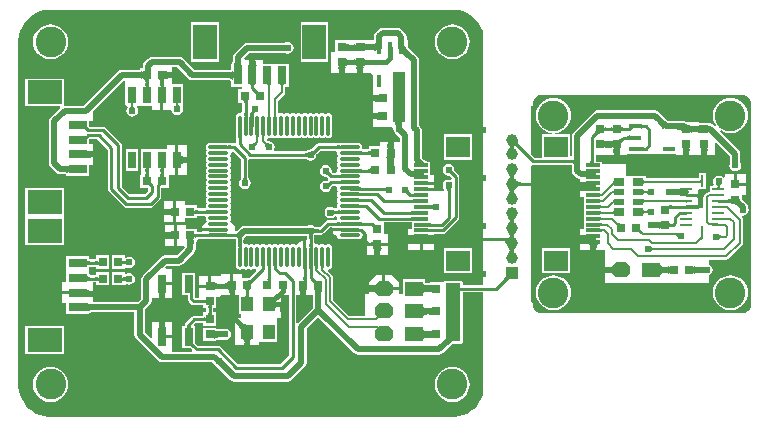
<source format=gtl>
G04*
G04 #@! TF.GenerationSoftware,Altium Limited,Altium Designer,20.0.2 (26)*
G04*
G04 Layer_Physical_Order=1*
G04 Layer_Color=255*
%FSLAX25Y25*%
%MOIN*%
G70*
G01*
G75*
%ADD10C,0.01000*%
%ADD15C,0.00700*%
%ADD20C,0.00600*%
%ADD22R,0.01772X0.03937*%
%ADD23R,0.03937X0.01772*%
%ADD24R,0.04134X0.05118*%
%ADD25R,0.03150X0.06299*%
%ADD26R,0.07874X0.11811*%
%ADD27O,0.07070X0.01102*%
%ADD28O,0.01102X0.07070*%
%ADD29R,0.06299X0.03150*%
%ADD30R,0.11811X0.07874*%
%ADD31R,0.02756X0.05906*%
%ADD32R,0.03000X0.03000*%
%ADD33R,0.03000X0.03000*%
G04:AMPARAMS|DCode=34|XSize=60mil|YSize=50mil|CornerRadius=0mil|HoleSize=0mil|Usage=FLASHONLY|Rotation=180.000|XOffset=0mil|YOffset=0mil|HoleType=Round|Shape=Octagon|*
%AMOCTAGOND34*
4,1,8,-0.03000,0.01250,-0.03000,-0.01250,-0.01750,-0.02500,0.01750,-0.02500,0.03000,-0.01250,0.03000,0.01250,0.01750,0.02500,-0.01750,0.02500,-0.03000,0.01250,0.0*
%
%ADD34OCTAGOND34*%

%ADD35R,0.06000X0.05000*%
%ADD36R,0.02559X0.05800*%
%ADD37R,0.07874X0.07087*%
%ADD38R,0.04724X0.01181*%
%ADD39R,0.03543X0.02559*%
%ADD40R,0.03543X0.01968*%
%ADD41R,0.00984X0.03937*%
%ADD42R,0.03937X0.00984*%
%ADD68C,0.02000*%
%ADD69C,0.00900*%
%ADD70C,0.01600*%
%ADD71R,0.05000X0.19610*%
%ADD72R,0.04000X0.16578*%
%ADD73C,0.03937*%
%ADD74R,0.03937X0.03937*%
%ADD75C,0.10236*%
%ADD76C,0.02400*%
G36*
X-55120Y91215D02*
X-55060Y91132D01*
X-54960Y91059D01*
X-54820Y90995D01*
X-54640Y90942D01*
X-54420Y90898D01*
X-54160Y90864D01*
X-53520Y90825D01*
X-53140Y90820D01*
Y88820D01*
X-53520Y88815D01*
X-54420Y88741D01*
X-54640Y88698D01*
X-54820Y88644D01*
X-54960Y88581D01*
X-55060Y88507D01*
X-55120Y88424D01*
X-55140Y88332D01*
Y91308D01*
X-55120Y91215D01*
D02*
G37*
G36*
X-61124Y91033D02*
X-61077Y90937D01*
X-60999Y90853D01*
X-60890Y90779D01*
X-60749Y90717D01*
X-60577Y90667D01*
X-60374Y90627D01*
X-60139Y90599D01*
X-59874Y90582D01*
X-59576Y90576D01*
X-59297Y90581D01*
X-58826Y90618D01*
X-58635Y90650D01*
X-58473Y90692D01*
X-58341Y90742D01*
X-58237Y90802D01*
X-58164Y90871D01*
X-58119Y90949D01*
X-58104Y91037D01*
X-58116Y88332D01*
X-58131Y88378D01*
X-58174Y88420D01*
X-58248Y88456D01*
X-58350Y88488D01*
X-58481Y88515D01*
X-58642Y88537D01*
X-59051Y88567D01*
X-59576Y88577D01*
X-59874Y88574D01*
X-60749Y88515D01*
X-60890Y88488D01*
X-60999Y88456D01*
X-61077Y88420D01*
X-61124Y88378D01*
X-61140Y88332D01*
Y91140D01*
X-61124Y91033D01*
D02*
G37*
G36*
X-51102Y87820D02*
X-51123Y88010D01*
X-51183Y88180D01*
X-51284Y88330D01*
X-51425Y88460D01*
X-51607Y88570D01*
X-51828Y88660D01*
X-52089Y88730D01*
X-52391Y88780D01*
X-52732Y88810D01*
X-53114Y88820D01*
Y90820D01*
X-52734Y90826D01*
X-52094Y90878D01*
X-51834Y90923D01*
X-51614Y90982D01*
X-51434Y91053D01*
X-51294Y91137D01*
X-51194Y91235D01*
X-51134Y91345D01*
X-51114Y91468D01*
X-51102Y87820D01*
D02*
G37*
G36*
X-41962Y91263D02*
X-41979Y91043D01*
X-41951Y90804D01*
X-41877Y90548D01*
X-41757Y90274D01*
X-41592Y89982D01*
X-41381Y89673D01*
X-41123Y89346D01*
X-40821Y89001D01*
X-40472Y88638D01*
X-40803Y86141D01*
X-41263Y86587D01*
X-42065Y87276D01*
X-42406Y87520D01*
X-42709Y87696D01*
X-42972Y87805D01*
X-43196Y87847D01*
X-43380Y87821D01*
X-43526Y87728D01*
X-43632Y87567D01*
X-41898Y91466D01*
X-41962Y91263D01*
D02*
G37*
G36*
X-45656Y87540D02*
X-45684Y87494D01*
X-45708Y87416D01*
X-45728Y87309D01*
X-45746Y87170D01*
X-45772Y86799D01*
X-45786Y86013D01*
X-47386D01*
X-47374Y87555D01*
X-45626D01*
X-45656Y87540D01*
D02*
G37*
G36*
X-96322Y85192D02*
X-96277Y84552D01*
X-96237Y84292D01*
X-96187Y84072D01*
X-96125Y83892D01*
X-96052Y83752D01*
X-95967Y83652D01*
X-95872Y83592D01*
X-95765Y83572D01*
X-98890D01*
X-98783Y83592D01*
X-98688Y83652D01*
X-98603Y83752D01*
X-98530Y83892D01*
X-98468Y84072D01*
X-98418Y84292D01*
X-98378Y84552D01*
X-98350Y84852D01*
X-98328Y85572D01*
X-96328D01*
X-96322Y85192D01*
D02*
G37*
G36*
X-55124Y86059D02*
X-55076Y85942D01*
X-54996Y85839D01*
X-54884Y85749D01*
X-54740Y85673D01*
X-54564Y85612D01*
X-54356Y85563D01*
X-54116Y85529D01*
X-53844Y85508D01*
X-53540Y85501D01*
Y83902D01*
X-53844Y83895D01*
X-54116Y83874D01*
X-54356Y83840D01*
X-54564Y83791D01*
X-54740Y83729D01*
X-54884Y83654D01*
X-54996Y83564D01*
X-55076Y83461D01*
X-55124Y83344D01*
X-55140Y83214D01*
X-55233Y83193D01*
X-55316Y83134D01*
X-55389Y83034D01*
X-55452Y82894D01*
X-55506Y82714D01*
X-55550Y82494D01*
X-55584Y82234D01*
X-55623Y81594D01*
X-55628Y81213D01*
X-57628D01*
X-57633Y81594D01*
X-57706Y82494D01*
X-57750Y82714D01*
X-57804Y82894D01*
X-57867Y83034D01*
X-57940Y83134D01*
X-58023Y83193D01*
X-58116Y83214D01*
X-58132Y83344D01*
X-58180Y83461D01*
X-58260Y83564D01*
X-58372Y83654D01*
X-58516Y83729D01*
X-58692Y83791D01*
X-58900Y83840D01*
X-59140Y83874D01*
X-59412Y83895D01*
X-59628Y83899D01*
X-59844Y83895D01*
X-60116Y83874D01*
X-60356Y83840D01*
X-60564Y83791D01*
X-60740Y83729D01*
X-60884Y83654D01*
X-60996Y83564D01*
X-61076Y83461D01*
X-61124Y83344D01*
X-61140Y83214D01*
X-61233Y83193D01*
X-61316Y83134D01*
X-61389Y83034D01*
X-61452Y82894D01*
X-61506Y82714D01*
X-61550Y82494D01*
X-61584Y82234D01*
X-61623Y81594D01*
X-61628Y81213D01*
X-63628D01*
X-63633Y81594D01*
X-63706Y82494D01*
X-63750Y82714D01*
X-63804Y82894D01*
X-63867Y83034D01*
X-63940Y83134D01*
X-64023Y83193D01*
X-64116Y83214D01*
X-61140D01*
Y86190D01*
X-61124Y86059D01*
X-61076Y85942D01*
X-60996Y85839D01*
X-60884Y85749D01*
X-60740Y85673D01*
X-60564Y85612D01*
X-60356Y85563D01*
X-60116Y85529D01*
X-59844Y85508D01*
X-59628Y85504D01*
X-59412Y85508D01*
X-59140Y85529D01*
X-58900Y85563D01*
X-58692Y85612D01*
X-58516Y85673D01*
X-58372Y85749D01*
X-58260Y85839D01*
X-58180Y85942D01*
X-58132Y86059D01*
X-58116Y86190D01*
Y83214D01*
X-55140D01*
Y86190D01*
X-55124Y86059D01*
D02*
G37*
G36*
X-126207Y81976D02*
X-128748Y81964D01*
X-128643Y81980D01*
X-128549Y82028D01*
X-128466Y82106D01*
X-128394Y82216D01*
X-128333Y82357D01*
X-128283Y82529D01*
X-128244Y82733D01*
X-128217Y82967D01*
X-128200Y83233D01*
X-128194Y83530D01*
X-126195D01*
X-126207Y81976D01*
D02*
G37*
G36*
X-129183Y79000D02*
X-129202Y79093D01*
X-129262Y79176D01*
X-129362Y79249D01*
X-129502Y79313D01*
X-129683Y79366D01*
X-129903Y79410D01*
X-130163Y79444D01*
X-130803Y79483D01*
X-131183Y79488D01*
Y81488D01*
X-130803Y81493D01*
X-129903Y81566D01*
X-129683Y81610D01*
X-129502Y81664D01*
X-129362Y81727D01*
X-129262Y81801D01*
X-129202Y81884D01*
X-129183Y81976D01*
Y79000D01*
D02*
G37*
G36*
X-98878Y78435D02*
X-98899Y78625D01*
X-98959Y78795D01*
X-99059Y78945D01*
X-99200Y79075D01*
X-99381Y79185D01*
X-99603Y79275D01*
X-99864Y79345D01*
X-100166Y79395D01*
X-100508Y79425D01*
X-100890Y79435D01*
Y81435D01*
X-100508Y81445D01*
X-100166Y81475D01*
X-99864Y81525D01*
X-99603Y81595D01*
X-99381Y81685D01*
X-99200Y81795D01*
X-99059Y81925D01*
X-98959Y82075D01*
X-98899Y82245D01*
X-98878Y82435D01*
Y78435D01*
D02*
G37*
G36*
X-126730Y78990D02*
X-126815Y78960D01*
X-126890Y78910D01*
X-126955Y78840D01*
X-127010Y78750D01*
X-127055Y78640D01*
X-127090Y78510D01*
X-127115Y78360D01*
X-127130Y78190D01*
X-127135Y78000D01*
X-128135D01*
X-128140Y78190D01*
X-128155Y78360D01*
X-128180Y78510D01*
X-128215Y78640D01*
X-128260Y78750D01*
X-128315Y78840D01*
X-128380Y78910D01*
X-128455Y78960D01*
X-128540Y78990D01*
X-128635Y79000D01*
X-126635D01*
X-126730Y78990D01*
D02*
G37*
G36*
X-91738Y79669D02*
X-91773Y79575D01*
X-91805Y79446D01*
X-91832Y79283D01*
X-91873Y78851D01*
X-91904Y77942D01*
X-91906Y77569D01*
X-92906D01*
X-92908Y77942D01*
X-93008Y79446D01*
X-93039Y79575D01*
X-93074Y79669D01*
X-93114Y79728D01*
X-91699D01*
X-91738Y79669D01*
D02*
G37*
G36*
X-121967Y79664D02*
X-122002Y79570D01*
X-122033Y79441D01*
X-122060Y79278D01*
X-122087Y79000D01*
X-121635D01*
X-121730Y78990D01*
X-121815Y78960D01*
X-121890Y78910D01*
X-121955Y78840D01*
X-122010Y78750D01*
X-122055Y78640D01*
X-122090Y78510D01*
X-122115Y78360D01*
X-122121Y78297D01*
X-122133Y77936D01*
X-122134Y77680D01*
X-122130Y77515D01*
X-122115Y77345D01*
X-122090Y77195D01*
X-122055Y77065D01*
X-122010Y76955D01*
X-121955Y76865D01*
X-121890Y76795D01*
X-121815Y76745D01*
X-121730Y76715D01*
X-121635Y76705D01*
X-123635D01*
X-123540Y76715D01*
X-123455Y76745D01*
X-123380Y76795D01*
X-123315Y76865D01*
X-123260Y76955D01*
X-123215Y77065D01*
X-123180Y77195D01*
X-123155Y77345D01*
X-123140Y77515D01*
X-123136Y77680D01*
X-123137Y77936D01*
X-123172Y78461D01*
X-123180Y78510D01*
X-123215Y78640D01*
X-123260Y78750D01*
X-123315Y78840D01*
X-123380Y78910D01*
X-123455Y78960D01*
X-123540Y78990D01*
X-123635Y79000D01*
X-123208D01*
X-123237Y79441D01*
X-123268Y79570D01*
X-123303Y79664D01*
X-123343Y79723D01*
X-121928D01*
X-121967Y79664D01*
D02*
G37*
G36*
X-127130Y77515D02*
X-127115Y77345D01*
X-127090Y77195D01*
X-127055Y77065D01*
X-127010Y76955D01*
X-126955Y76865D01*
X-126890Y76795D01*
X-126815Y76745D01*
X-126730Y76715D01*
X-126635Y76705D01*
X-128635D01*
X-128540Y76715D01*
X-128455Y76745D01*
X-128380Y76795D01*
X-128315Y76865D01*
X-128260Y76955D01*
X-128215Y77065D01*
X-128180Y77195D01*
X-128155Y77345D01*
X-128140Y77515D01*
X-128135Y77705D01*
X-127135D01*
X-127130Y77515D01*
D02*
G37*
G36*
X-81930Y77302D02*
X-81990Y77281D01*
X-82042Y77245D01*
X-82088Y77195D01*
X-82126Y77131D01*
X-82158Y77053D01*
X-82182Y76960D01*
X-82200Y76853D01*
X-82210Y76732D01*
X-82214Y76597D01*
X-82914D01*
X-82917Y76732D01*
X-82928Y76853D01*
X-82945Y76960D01*
X-82970Y77053D01*
X-83001Y77131D01*
X-83040Y77195D01*
X-83085Y77245D01*
X-83138Y77281D01*
X-83197Y77302D01*
X-83264Y77309D01*
X-81864D01*
X-81930Y77302D01*
D02*
G37*
G36*
X-86197D02*
X-86257Y77281D01*
X-86309Y77245D01*
X-86355Y77195D01*
X-86393Y77131D01*
X-86425Y77053D01*
X-86449Y76960D01*
X-86467Y76853D01*
X-86477Y76732D01*
X-86481Y76597D01*
X-87181D01*
X-87184Y76732D01*
X-87195Y76853D01*
X-87212Y76960D01*
X-87237Y77053D01*
X-87268Y77131D01*
X-87307Y77195D01*
X-87352Y77245D01*
X-87405Y77281D01*
X-87464Y77302D01*
X-87531Y77309D01*
X-86131D01*
X-86197Y77302D01*
D02*
G37*
G36*
X-91501Y77299D02*
X-91586Y77269D01*
X-91661Y77218D01*
X-91726Y77147D01*
X-91781Y77056D01*
X-91826Y76945D01*
X-91861Y76813D01*
X-91886Y76661D01*
X-91901Y76489D01*
X-91906Y76297D01*
X-92906D01*
X-92911Y76489D01*
X-92926Y76661D01*
X-92951Y76813D01*
X-92986Y76945D01*
X-93031Y77056D01*
X-93086Y77147D01*
X-93151Y77218D01*
X-93226Y77269D01*
X-93311Y77299D01*
X-93406Y77309D01*
X-91406D01*
X-91501Y77299D01*
D02*
G37*
G36*
X-91130Y75449D02*
X-90762Y75138D01*
X-90600Y75025D01*
X-90451Y74940D01*
X-90317Y74883D01*
X-90197Y74855D01*
X-90090D01*
X-89999Y74883D01*
X-89921Y74940D01*
X-91335Y73526D01*
X-91278Y73603D01*
X-91250Y73695D01*
Y73801D01*
X-91278Y73922D01*
X-91335Y74056D01*
X-91420Y74204D01*
X-91533Y74367D01*
X-91674Y74544D01*
X-92042Y74940D01*
X-91335Y75647D01*
X-91130Y75449D01*
D02*
G37*
G36*
X-50287Y71140D02*
X-50306Y71233D01*
X-50366Y71316D01*
X-50467Y71389D01*
X-50607Y71452D01*
X-50787Y71506D01*
X-51007Y71550D01*
X-51266Y71584D01*
X-51907Y71623D01*
X-52286Y71628D01*
Y73628D01*
X-51907Y73633D01*
X-51007Y73706D01*
X-50787Y73750D01*
X-50607Y73804D01*
X-50467Y73867D01*
X-50366Y73940D01*
X-50306Y74023D01*
X-50287Y74116D01*
Y71140D01*
D02*
G37*
G36*
X-93800Y71966D02*
X-93885Y71935D01*
X-93960Y71885D01*
X-94025Y71814D01*
X-94080Y71723D01*
X-94125Y71611D01*
X-94160Y71480D01*
X-94185Y71328D01*
X-94200Y71156D01*
X-94205Y70964D01*
X-95205D01*
X-95210Y71156D01*
X-95225Y71328D01*
X-95250Y71480D01*
X-95285Y71611D01*
X-95330Y71723D01*
X-95385Y71814D01*
X-95450Y71885D01*
X-95525Y71935D01*
X-95610Y71966D01*
X-95705Y71976D01*
X-93705D01*
X-93800Y71966D01*
D02*
G37*
G36*
X-116867Y70934D02*
X-116926Y70912D01*
X-116979Y70876D01*
X-117024Y70827D01*
X-117062Y70763D01*
X-117094Y70684D01*
X-117117Y70599D01*
X-117106Y70554D01*
X-117072Y70451D01*
X-117027Y70350D01*
X-116974Y70249D01*
X-116910Y70150D01*
X-116836Y70051D01*
X-116753Y69954D01*
X-116660Y69857D01*
X-118340D01*
X-118247Y69954D01*
X-118164Y70051D01*
X-118090Y70150D01*
X-118026Y70249D01*
X-117973Y70350D01*
X-117928Y70451D01*
X-117894Y70554D01*
X-117883Y70599D01*
X-117906Y70684D01*
X-117938Y70763D01*
X-117976Y70827D01*
X-118022Y70876D01*
X-118074Y70912D01*
X-118133Y70934D01*
X-118200Y70941D01*
X-116800D01*
X-116867Y70934D01*
D02*
G37*
G36*
X-131867Y70934D02*
X-131926Y70912D01*
X-131978Y70877D01*
X-132024Y70827D01*
X-132062Y70763D01*
X-132094Y70684D01*
X-132118Y70592D01*
X-132136Y70485D01*
X-132147Y70364D01*
X-132148Y70318D01*
X-132145Y70262D01*
X-132130Y70158D01*
X-132106Y70054D01*
X-132072Y69951D01*
X-132027Y69850D01*
X-131974Y69749D01*
X-131910Y69650D01*
X-131836Y69551D01*
X-131753Y69454D01*
X-131660Y69357D01*
X-133340D01*
X-133247Y69454D01*
X-133164Y69551D01*
X-133090Y69650D01*
X-133026Y69749D01*
X-132973Y69850D01*
X-132928Y69951D01*
X-132894Y70054D01*
X-132870Y70158D01*
X-132855Y70262D01*
X-132852Y70318D01*
X-132853Y70364D01*
X-132864Y70485D01*
X-132881Y70592D01*
X-132906Y70684D01*
X-132938Y70763D01*
X-132976Y70827D01*
X-133021Y70877D01*
X-133074Y70912D01*
X-133133Y70934D01*
X-133200Y70941D01*
X-131800D01*
X-131867Y70934D01*
D02*
G37*
G36*
X-84511Y67541D02*
X-84487Y67205D01*
X-84473Y67110D01*
X-84435Y66947D01*
X-84412Y66878D01*
X-84385Y66818D01*
X-84355Y66766D01*
X-85370D01*
X-85340Y66818D01*
X-85314Y66878D01*
X-85290Y66947D01*
X-85269Y67024D01*
X-85252Y67110D01*
X-85227Y67308D01*
X-85219Y67421D01*
X-85213Y67670D01*
X-84513D01*
X-84511Y67541D01*
D02*
G37*
G36*
X-86479D02*
X-86455Y67205D01*
X-86441Y67110D01*
X-86403Y66947D01*
X-86379Y66878D01*
X-86353Y66818D01*
X-86323Y66766D01*
X-87339D01*
X-87309Y66818D01*
X-87282Y66878D01*
X-87258Y66947D01*
X-87237Y67024D01*
X-87220Y67110D01*
X-87195Y67308D01*
X-87187Y67421D01*
X-87181Y67670D01*
X-86481D01*
X-86479Y67541D01*
D02*
G37*
G36*
X-92217Y67708D02*
X-92229Y66766D01*
X-93244D01*
X-93239Y66784D01*
X-93235Y66821D01*
X-93230Y66877D01*
X-93217Y67617D01*
X-93217Y67807D01*
X-92217Y67708D01*
D02*
G37*
G36*
X-94197Y66766D02*
X-95213D01*
X-95211Y66778D01*
X-95210Y66811D01*
X-95205Y67778D01*
X-94205D01*
X-94197Y66766D01*
D02*
G37*
G36*
X-50275Y65232D02*
X-50295Y65325D01*
X-50355Y65408D01*
X-50455Y65481D01*
X-50595Y65545D01*
X-50775Y65598D01*
X-50995Y65642D01*
X-51255Y65676D01*
X-51895Y65716D01*
X-52275Y65720D01*
Y67721D01*
X-51895Y67725D01*
X-50995Y67799D01*
X-50775Y67843D01*
X-50595Y67896D01*
X-50455Y67960D01*
X-50355Y68033D01*
X-50295Y68116D01*
X-50275Y68208D01*
Y65232D01*
D02*
G37*
G36*
X56688Y60924D02*
X56669Y61016D01*
X56608Y61099D01*
X56508Y61173D01*
X56368Y61236D01*
X56188Y61290D01*
X55968Y61334D01*
X55708Y61368D01*
X55192Y61399D01*
X54384Y61334D01*
X54164Y61290D01*
X53984Y61236D01*
X53844Y61173D01*
X53745Y61099D01*
X53685Y61016D01*
X53664Y60924D01*
Y63900D01*
X53685Y63807D01*
X53745Y63724D01*
X53844Y63651D01*
X53984Y63587D01*
X54164Y63534D01*
X54384Y63490D01*
X54645Y63456D01*
X55161Y63424D01*
X55968Y63490D01*
X56188Y63534D01*
X56368Y63587D01*
X56508Y63651D01*
X56608Y63724D01*
X56669Y63807D01*
X56688Y63900D01*
Y60924D01*
D02*
G37*
G36*
X-42273Y65212D02*
X-42356Y65152D01*
X-42430Y65052D01*
X-42493Y64912D01*
X-42547Y64732D01*
X-42591Y64512D01*
X-42625Y64252D01*
X-42664Y63612D01*
X-42669Y63232D01*
X-44669D01*
X-44674Y63612D01*
X-44747Y64512D01*
X-44791Y64732D01*
X-44844Y64912D01*
X-44908Y65052D01*
X-44981Y65152D01*
X-45064Y65212D01*
X-45157Y65232D01*
X-42181D01*
X-42273Y65212D01*
D02*
G37*
G36*
X44919Y65246D02*
X45610Y64668D01*
X45924Y64452D01*
X46217Y64285D01*
X46489Y64167D01*
X46741Y64097D01*
X46972Y64077D01*
X47182Y64105D01*
X47371Y64182D01*
X44314Y62447D01*
X44300Y62568D01*
X44258Y62705D01*
X44187Y62861D01*
X44088Y63033D01*
X43961Y63222D01*
X43805Y63428D01*
X43409Y63891D01*
X42900Y64423D01*
X44543Y65609D01*
X44919Y65246D01*
D02*
G37*
G36*
X37214Y64123D02*
X37244Y64060D01*
X37294Y64004D01*
X37364Y63955D01*
X37454Y63914D01*
X37564Y63880D01*
X37694Y63854D01*
X37844Y63836D01*
X38014Y63824D01*
X38204Y63821D01*
Y62821D01*
X38014Y62817D01*
X37694Y62787D01*
X37564Y62761D01*
X37454Y62727D01*
X37364Y62686D01*
X37294Y62637D01*
X37244Y62581D01*
X37214Y62518D01*
X37204Y62447D01*
Y64194D01*
X37214Y64123D01*
D02*
G37*
G36*
X30498Y63317D02*
X30528Y63232D01*
X30578Y63157D01*
X30648Y63092D01*
X30738Y63037D01*
X30848Y62992D01*
X30978Y62957D01*
X31128Y62932D01*
X31298Y62917D01*
X31488Y62912D01*
Y61912D01*
X31298Y61907D01*
X31128Y61892D01*
X30978Y61867D01*
X30848Y61832D01*
X30738Y61787D01*
X30648Y61732D01*
X30578Y61667D01*
X30528Y61592D01*
X30498Y61507D01*
X30488Y61412D01*
Y63412D01*
X30498Y63317D01*
D02*
G37*
G36*
X27524Y61412D02*
X27514Y61507D01*
X27484Y61592D01*
X27433Y61667D01*
X27362Y61732D01*
X27271Y61787D01*
X27160Y61832D01*
X27028Y61867D01*
X26877Y61892D01*
X26705Y61907D01*
X26512Y61912D01*
Y62912D01*
X26705Y62917D01*
X26877Y62932D01*
X27028Y62957D01*
X27160Y62992D01*
X27271Y63037D01*
X27362Y63092D01*
X27433Y63157D01*
X27484Y63232D01*
X27514Y63317D01*
X27524Y63412D01*
Y61412D01*
D02*
G37*
G36*
X24965Y63317D02*
X24995Y63232D01*
X25045Y63157D01*
X25115Y63092D01*
X25205Y63037D01*
X25315Y62992D01*
X25445Y62957D01*
X25595Y62932D01*
X25765Y62917D01*
X25955Y62912D01*
Y61912D01*
X25765Y61907D01*
X25595Y61892D01*
X25445Y61867D01*
X25315Y61832D01*
X25205Y61787D01*
X25115Y61732D01*
X25045Y61667D01*
X24995Y61592D01*
X24965Y61507D01*
X24955Y61412D01*
Y63412D01*
X24965Y63317D01*
D02*
G37*
G36*
X50688Y63900D02*
X50700Y61321D01*
X50680Y61511D01*
X50619Y61681D01*
X50517Y61831D01*
X50376Y61961D01*
X50195Y62071D01*
X49974Y62161D01*
X49713Y62231D01*
X49411Y62281D01*
X49070Y62311D01*
X48689Y62321D01*
Y64321D01*
X50688Y63900D01*
D02*
G37*
G36*
X3937Y73784D02*
X71153D01*
X71717Y73672D01*
X72248Y73452D01*
X72726Y73132D01*
X73132Y72726D01*
X73452Y72248D01*
X73672Y71717D01*
X73784Y71153D01*
Y70866D01*
Y3937D01*
Y3650D01*
X73672Y3086D01*
X73452Y2555D01*
X73132Y2077D01*
X72726Y1671D01*
X72248Y1352D01*
X71717Y1132D01*
X71153Y1020D01*
X3650D01*
X3086Y1132D01*
X2555Y1352D01*
X2077Y1671D01*
X1671Y2077D01*
X1352Y2555D01*
X1132Y3086D01*
X1020Y3650D01*
Y3937D01*
X942Y4327D01*
X721Y4658D01*
X500Y4806D01*
X500Y50159D01*
X1000Y50481D01*
X1253Y50431D01*
X13578D01*
X13909Y50419D01*
X13926Y50401D01*
X13969Y50331D01*
X14020Y50205D01*
X14070Y50023D01*
X14109Y49784D01*
X14124Y49611D01*
Y48514D01*
X14256Y47851D01*
X14632Y47289D01*
X15804Y46117D01*
X16366Y45741D01*
X16839Y45647D01*
Y44890D01*
X21201D01*
Y43890D01*
X16839D01*
Y42921D01*
X21201D01*
Y41921D01*
X16839D01*
Y41799D01*
Y39831D01*
X18139D01*
Y37194D01*
Y33257D01*
Y29264D01*
X16839D01*
Y27173D01*
X21201D01*
Y26173D01*
X16839D01*
Y25205D01*
X21201D01*
Y24705D01*
X21701D01*
Y24138D01*
X23201D01*
X23011Y24118D01*
X22841Y24058D01*
X22691Y23957D01*
X22561Y23816D01*
X22451Y23635D01*
X22361Y23414D01*
X22291Y23152D01*
X22241Y22850D01*
X22211Y22508D01*
X22201Y22126D01*
X21701D01*
Y22114D01*
X25000D01*
Y11229D01*
X24893Y11122D01*
X27686D01*
X27809Y11000D01*
X33309D01*
X33431Y11122D01*
X59794D01*
Y13745D01*
X60370Y14130D01*
X60790Y14758D01*
X60937Y15500D01*
X60790Y16241D01*
X60370Y16870D01*
X59794Y17254D01*
X59794Y18929D01*
X65594D01*
X66003Y19011D01*
X66351Y19243D01*
X70757Y23649D01*
X70989Y23997D01*
X71071Y24406D01*
Y32271D01*
X70989Y32680D01*
X70757Y33028D01*
X70665Y33120D01*
X70911Y33580D01*
X71000Y33563D01*
X71741Y33710D01*
X72370Y34130D01*
X72790Y34759D01*
X72937Y35500D01*
X72790Y36241D01*
X72733Y36326D01*
Y36374D01*
X72733Y36374D01*
X72601Y37038D01*
X72226Y37600D01*
X71293Y38533D01*
X70902Y38987D01*
X70768Y39165D01*
X70700Y39270D01*
Y40493D01*
X72000D01*
Y43493D01*
X68500D01*
Y43993D01*
X68000D01*
Y47493D01*
X65000D01*
Y46327D01*
X64500Y46176D01*
X64370Y46370D01*
X63741Y46790D01*
X63000Y46937D01*
X62259Y46790D01*
X61630Y46370D01*
X61210Y45741D01*
X61063Y45000D01*
X61210Y44259D01*
X61318Y44098D01*
X61051Y43598D01*
X60146D01*
Y41571D01*
X59794D01*
X59384Y41489D01*
X59037Y41257D01*
X58243Y40463D01*
X58011Y40116D01*
X57929Y39706D01*
Y36000D01*
X56154D01*
D01*
X52185D01*
Y37000D01*
X56154D01*
Y37945D01*
Y41860D01*
X56308Y42296D01*
X58692D01*
Y47633D01*
X56308D01*
Y45968D01*
X38621D01*
Y46877D01*
X32041D01*
Y50795D01*
X24263D01*
Y51586D01*
X21998D01*
X21996Y51599D01*
X21991Y51657D01*
Y53794D01*
X32500D01*
Y54254D01*
X37195D01*
X37204Y54253D01*
X37212Y54254D01*
X48676D01*
Y53794D01*
X61677D01*
Y57799D01*
X62138Y57991D01*
X66690Y53439D01*
Y50935D01*
X66562Y50295D01*
X66710Y49554D01*
X67130Y48925D01*
X67758Y48505D01*
X68500Y48358D01*
X69241Y48505D01*
X69870Y48925D01*
X70289Y49554D01*
X70437Y50295D01*
X70289Y51036D01*
X70156Y51235D01*
Y54157D01*
X70157Y54157D01*
X70025Y54821D01*
X69649Y55383D01*
X69649Y55383D01*
X63287Y61745D01*
X63623Y62116D01*
X63681Y62068D01*
X64692Y61528D01*
X65789Y61195D01*
X66929Y61083D01*
X68070Y61195D01*
X69166Y61528D01*
X70177Y62068D01*
X71063Y62795D01*
X71790Y63681D01*
X72330Y64692D01*
X72663Y65789D01*
X72775Y66929D01*
X72663Y68070D01*
X72330Y69166D01*
X71790Y70177D01*
X71063Y71063D01*
X70177Y71790D01*
X69166Y72330D01*
X68070Y72663D01*
X66929Y72775D01*
X65789Y72663D01*
X64692Y72330D01*
X63681Y71790D01*
X62795Y71063D01*
X62068Y70177D01*
X61528Y69166D01*
X61195Y68070D01*
X61083Y66929D01*
X61195Y65789D01*
X61528Y64692D01*
X62068Y63681D01*
X62116Y63623D01*
X61745Y63287D01*
X61394Y63637D01*
X60832Y64013D01*
Y64156D01*
X60377Y64612D01*
X52277Y64691D01*
X51931Y64922D01*
X51268Y65054D01*
X46309D01*
X46303Y65057D01*
X46042Y65237D01*
X45486Y65702D01*
X43033Y68155D01*
X42471Y68530D01*
X41808Y68662D01*
X22580D01*
X21917Y68530D01*
X21355Y68155D01*
X21355Y68155D01*
X14632Y61432D01*
X14256Y60870D01*
X14124Y60207D01*
Y53418D01*
X13916Y53328D01*
X13436Y53665D01*
Y60641D01*
X8488D01*
X8463Y61141D01*
X9015Y61195D01*
X10111Y61528D01*
X11122Y62068D01*
X12008Y62795D01*
X12735Y63681D01*
X13275Y64692D01*
X13608Y65789D01*
X13720Y66929D01*
X13608Y68070D01*
X13275Y69166D01*
X12735Y70177D01*
X12008Y71063D01*
X11122Y71790D01*
X10111Y72330D01*
X9015Y72663D01*
X7874Y72775D01*
X6734Y72663D01*
X5637Y72330D01*
X4626Y71790D01*
X3740Y71063D01*
X3013Y70177D01*
X2473Y69166D01*
X2140Y68070D01*
X2028Y66929D01*
X2140Y65789D01*
X2473Y64692D01*
X3013Y63681D01*
X3740Y62795D01*
X4626Y62068D01*
X5637Y61528D01*
X6734Y61195D01*
X7285Y61141D01*
X7260Y60641D01*
X4162D01*
Y52878D01*
X1760D01*
X500Y54138D01*
Y69998D01*
X721Y70145D01*
X942Y70476D01*
X1020Y70866D01*
Y71153D01*
X1132Y71717D01*
X1352Y72248D01*
X1671Y72726D01*
X2077Y73132D01*
X2555Y73452D01*
X3086Y73672D01*
X3650Y73784D01*
X3937Y73784D01*
D02*
G37*
G36*
X23393Y60936D02*
X23317Y60991D01*
X23225Y61018D01*
X23120Y61017D01*
X23000Y60988D01*
X22866Y60930D01*
X22717Y60844D01*
X22554Y60729D01*
X22377Y60587D01*
X21979Y60217D01*
X21272Y60924D01*
X21471Y61130D01*
X21785Y61499D01*
X21899Y61662D01*
X21985Y61811D01*
X22043Y61945D01*
X22072Y62065D01*
X22073Y62170D01*
X22047Y62261D01*
X21991Y62338D01*
X23393Y60936D01*
D02*
G37*
G36*
X-88322Y60326D02*
X-88349Y60266D01*
X-88372Y60197D01*
X-88393Y60120D01*
X-88410Y60034D01*
X-88435Y59836D01*
X-88443Y59724D01*
X-88450Y59474D01*
X-89150D01*
X-89151Y59603D01*
X-89175Y59939D01*
X-89189Y60034D01*
X-89227Y60197D01*
X-89251Y60266D01*
X-89277Y60326D01*
X-89307Y60378D01*
X-88292D01*
X-88322Y60326D01*
D02*
G37*
G36*
X-90290D02*
X-90316Y60266D01*
X-90340Y60197D01*
X-90361Y60120D01*
X-90378Y60034D01*
X-90403Y59836D01*
X-90411Y59724D01*
X-90418Y59474D01*
X-91118D01*
X-91119Y59603D01*
X-91143Y59939D01*
X-91157Y60034D01*
X-91195Y60197D01*
X-91219Y60266D01*
X-91246Y60326D01*
X-91276Y60378D01*
X-90260D01*
X-90290Y60326D01*
D02*
G37*
G36*
X-146846Y59947D02*
X-146972Y59823D01*
X-147399Y59443D01*
X-147445Y59414D01*
X-147478Y59402D01*
X-147497Y59406D01*
X-147503Y59425D01*
X-147492Y60488D01*
X-147533Y60489D01*
X-147567Y60494D01*
X-147593Y60503D01*
X-147611Y60514D01*
X-147621Y60529D01*
X-147623Y60547D01*
X-147618Y60569D01*
X-147604Y60594D01*
X-147583Y60622D01*
X-147554Y60654D01*
X-146846Y59947D01*
D02*
G37*
G36*
X-96167Y60366D02*
X-96169Y60334D01*
X-96174Y59366D01*
X-97174D01*
X-97181Y60378D01*
X-96166D01*
X-96167Y60366D01*
D02*
G37*
G36*
X33291Y58707D02*
X33281Y58778D01*
X33251Y58841D01*
X33201Y58897D01*
X33131Y58946D01*
X33041Y58987D01*
X32931Y59021D01*
X32801Y59047D01*
X32651Y59065D01*
X32481Y59077D01*
X32291Y59080D01*
Y60080D01*
X32481Y60084D01*
X32801Y60114D01*
X32931Y60140D01*
X33041Y60174D01*
X33131Y60215D01*
X33201Y60264D01*
X33251Y60320D01*
X33281Y60383D01*
X33291Y60454D01*
Y58707D01*
D02*
G37*
G36*
X31381Y58967D02*
X31118Y58701D01*
X30685Y58206D01*
X30573Y58046D01*
X30488Y57898D01*
X30432Y57763D01*
X30404Y57643D01*
Y57537D01*
X30432Y57445D01*
X30488Y57367D01*
X30201Y57654D01*
X30125Y57567D01*
X30056Y57454D01*
X30014Y57363D01*
X30000Y57293D01*
X29000Y58294D01*
X29069Y58307D01*
X29161Y58349D01*
X29274Y58418D01*
X29369Y58486D01*
X29074Y58782D01*
X29152Y58725D01*
X29244Y58697D01*
X29350D01*
X29470Y58725D01*
X29604Y58782D01*
X29753Y58866D01*
X29916Y58980D01*
X30092Y59121D01*
X30454Y59457D01*
X30673Y59674D01*
X31381Y58967D01*
D02*
G37*
G36*
X27512Y55806D02*
X30488D01*
X30396Y55786D01*
X30313Y55726D01*
X30239Y55626D01*
X30176Y55486D01*
X30122Y55306D01*
X30078Y55086D01*
X30044Y54826D01*
X30005Y54186D01*
X30000Y53806D01*
X28000D01*
X27995Y54186D01*
X27922Y55086D01*
X27878Y55306D01*
X27825Y55486D01*
X27761Y55626D01*
X27688Y55726D01*
X27605Y55786D01*
X27512Y55806D01*
X27492Y55898D01*
X27432Y55981D01*
X27332Y56055D01*
X27192Y56118D01*
X27012Y56172D01*
X26792Y56216D01*
X26532Y56250D01*
X26283Y56265D01*
X25675Y56216D01*
X25455Y56172D01*
X25275Y56118D01*
X25135Y56055D01*
X25035Y55981D01*
X24975Y55898D01*
X24955Y55806D01*
Y58782D01*
X24975Y58689D01*
X25035Y58606D01*
X25135Y58533D01*
X25275Y58469D01*
X25455Y58416D01*
X25675Y58372D01*
X25935Y58337D01*
X26185Y58322D01*
X26792Y58372D01*
X27012Y58416D01*
X27192Y58469D01*
X27332Y58533D01*
X27432Y58606D01*
X27492Y58689D01*
X27512Y58782D01*
Y55806D01*
D02*
G37*
G36*
X-87889Y57983D02*
X-87804Y57920D01*
X-87714Y57864D01*
X-87617Y57815D01*
X-87514Y57775D01*
X-87405Y57742D01*
X-87289Y57716D01*
X-87168Y57699D01*
X-87040Y57688D01*
X-86906Y57686D01*
X-88094Y56498D01*
X-88096Y56632D01*
X-88106Y56760D01*
X-88124Y56882D01*
X-88149Y56997D01*
X-88182Y57107D01*
X-88223Y57209D01*
X-88271Y57306D01*
X-88327Y57397D01*
X-88391Y57481D01*
X-88462Y57559D01*
X-87967Y58054D01*
X-87889Y57983D01*
D02*
G37*
G36*
X-90838Y57559D02*
X-90909Y57481D01*
X-90973Y57397D01*
X-91029Y57306D01*
X-91077Y57209D01*
X-91118Y57107D01*
X-91151Y56997D01*
X-91176Y56882D01*
X-91194Y56760D01*
X-91204Y56632D01*
X-91206Y56498D01*
X-92394Y57686D01*
X-92260Y57688D01*
X-92132Y57699D01*
X-92011Y57716D01*
X-91895Y57742D01*
X-91786Y57775D01*
X-91683Y57815D01*
X-91586Y57864D01*
X-91496Y57920D01*
X-91411Y57983D01*
X-91333Y58054D01*
X-90838Y57559D01*
D02*
G37*
G36*
X-4028Y58648D02*
X-4013Y58422D01*
X-3986Y58209D01*
X-3947Y58008D01*
X-3896Y57821D01*
X-3833Y57647D01*
X-3759Y57485D01*
X-3673Y57337D01*
X-3575Y57202D01*
X-3465Y57079D01*
X-4172Y56372D01*
X-4294Y56482D01*
X-4430Y56580D01*
X-4578Y56666D01*
X-4739Y56741D01*
X-4914Y56804D01*
X-5101Y56854D01*
X-5154Y56865D01*
X-5184Y56820D01*
X-5280Y56652D01*
X-5359Y56484D01*
X-5373Y56447D01*
X-5359Y56410D01*
X-5280Y56242D01*
X-5184Y56074D01*
X-5070Y55905D01*
X-4938Y55734D01*
X-4789Y55564D01*
X-4622Y55392D01*
X-7378D01*
X-7211Y55564D01*
X-7062Y55734D01*
X-6930Y55905D01*
X-6816Y56074D01*
X-6719Y56242D01*
X-6640Y56410D01*
X-6627Y56447D01*
X-6640Y56484D01*
X-6719Y56652D01*
X-6816Y56820D01*
X-6930Y56989D01*
X-7062Y57159D01*
X-7211Y57330D01*
X-7378Y57502D01*
X-5418D01*
X-4032Y58888D01*
X-4028Y58648D01*
D02*
G37*
G36*
X-63254Y55978D02*
X-63266Y55980D01*
X-63298Y55981D01*
X-64266Y55986D01*
Y56986D01*
X-63254Y56994D01*
Y55978D01*
D02*
G37*
G36*
X-100553Y56993D02*
X-100521Y56991D01*
X-99554Y56986D01*
Y55986D01*
X-100566Y55978D01*
Y56994D01*
X-100553Y56993D01*
D02*
G37*
G36*
X37214Y56643D02*
X37244Y56580D01*
X37294Y56523D01*
X37364Y56475D01*
X37454Y56434D01*
X37564Y56400D01*
X37694Y56374D01*
X37844Y56355D01*
X38014Y56344D01*
X38204Y56340D01*
Y55340D01*
X38014Y55336D01*
X37694Y55307D01*
X37564Y55280D01*
X37454Y55247D01*
X37364Y55206D01*
X37294Y55157D01*
X37244Y55101D01*
X37214Y55037D01*
X37204Y54966D01*
Y56714D01*
X37214Y56643D01*
D02*
G37*
G36*
X-56853Y55023D02*
X-56821Y55022D01*
X-55854Y55017D01*
Y54017D01*
X-56866Y54009D01*
Y55025D01*
X-56853Y55023D01*
D02*
G37*
G36*
X59572Y55786D02*
X59489Y55726D01*
X59416Y55626D01*
X59352Y55486D01*
X59298Y55306D01*
X59255Y55086D01*
X59220Y54826D01*
X59181Y54186D01*
X59176Y53806D01*
X57177D01*
X57172Y54186D01*
X57099Y55086D01*
X57055Y55306D01*
X57001Y55486D01*
X56937Y55626D01*
X56864Y55726D01*
X56781Y55786D01*
X56688Y55806D01*
X59664D01*
X59572Y55786D01*
D02*
G37*
G36*
X53572D02*
X53489Y55726D01*
X53416Y55626D01*
X53352Y55486D01*
X53298Y55306D01*
X53255Y55086D01*
X53220Y54826D01*
X53181Y54186D01*
X53176Y53806D01*
X51177D01*
X51172Y54186D01*
X51099Y55086D01*
X51055Y55306D01*
X51001Y55486D01*
X50937Y55626D01*
X50864Y55726D01*
X50781Y55786D01*
X50688Y55806D01*
X53664D01*
X53572Y55786D01*
D02*
G37*
G36*
X-71417Y54720D02*
X-71501Y54632D01*
X-71575Y54544D01*
X-71641Y54454D01*
X-71698Y54364D01*
X-71746Y54272D01*
X-71785Y54181D01*
X-71815Y54088D01*
X-71836Y53995D01*
X-71848Y53900D01*
X-71852Y53806D01*
X-73040Y54993D01*
X-72945Y54997D01*
X-72851Y55009D01*
X-72757Y55031D01*
X-72665Y55061D01*
X-72573Y55100D01*
X-72482Y55147D01*
X-72391Y55204D01*
X-72302Y55270D01*
X-72213Y55344D01*
X-72125Y55428D01*
X-71417Y54720D01*
D02*
G37*
G36*
X-52976Y53517D02*
X-52986Y53612D01*
X-53017Y53697D01*
X-53067Y53772D01*
X-53138Y53837D01*
X-53229Y53892D01*
X-53340Y53937D01*
X-53472Y53972D01*
X-53624Y53997D01*
X-53796Y54012D01*
X-53988Y54017D01*
Y55017D01*
X-53796Y55022D01*
X-53624Y55037D01*
X-53472Y55062D01*
X-53340Y55097D01*
X-53229Y55142D01*
X-53138Y55197D01*
X-53067Y55262D01*
X-53017Y55337D01*
X-52986Y55422D01*
X-52976Y55517D01*
Y53517D01*
D02*
G37*
G36*
X-73909Y52954D02*
X-73978Y53018D01*
X-74053Y53076D01*
X-74134Y53127D01*
X-74221Y53171D01*
X-74314Y53209D01*
X-74412Y53239D01*
X-74516Y53263D01*
X-74626Y53280D01*
X-74741Y53290D01*
X-74862Y53294D01*
Y54294D01*
X-74741Y54297D01*
X-74626Y54307D01*
X-74516Y54324D01*
X-74412Y54348D01*
X-74314Y54379D01*
X-74221Y54416D01*
X-74134Y54460D01*
X-74053Y54511D01*
X-73978Y54569D01*
X-73909Y54634D01*
Y52954D01*
D02*
G37*
G36*
X-64270Y54763D02*
X-64319Y54517D01*
X-64222Y54029D01*
X-63945Y53615D01*
Y53451D01*
X-64222Y53037D01*
X-64319Y52549D01*
X-64222Y52061D01*
X-64147Y51949D01*
X-63981Y51565D01*
X-64147Y51180D01*
X-64222Y51068D01*
X-64319Y50580D01*
X-64222Y50092D01*
X-63945Y49678D01*
Y49514D01*
X-64222Y49100D01*
X-64319Y48612D01*
X-64260Y48316D01*
X-64571Y47816D01*
X-65657D01*
X-65965Y48123D01*
X-65966Y48124D01*
X-65997Y48170D01*
X-66023Y48213D01*
X-66043Y48255D01*
X-66058Y48296D01*
X-66070Y48339D01*
X-66079Y48383D01*
X-66082Y48405D01*
X-66063Y48500D01*
X-66210Y49241D01*
X-66630Y49870D01*
X-67259Y50290D01*
X-68000Y50437D01*
X-68741Y50290D01*
X-69370Y49870D01*
X-69790Y49241D01*
X-69937Y48500D01*
X-69790Y47759D01*
X-69370Y47130D01*
X-68741Y46710D01*
X-68000Y46563D01*
X-67905Y46582D01*
X-67883Y46579D01*
X-67839Y46571D01*
X-67796Y46558D01*
X-67755Y46543D01*
X-67713Y46523D01*
X-67669Y46497D01*
X-67624Y46466D01*
X-67623Y46465D01*
X-67220Y46061D01*
X-67169Y45634D01*
X-67322Y45446D01*
X-67530Y45261D01*
X-67560Y45267D01*
X-67622Y45268D01*
X-68000Y45343D01*
X-68741Y45195D01*
X-69370Y44775D01*
X-69790Y44147D01*
X-69937Y43406D01*
X-69790Y42664D01*
X-69370Y42036D01*
X-68741Y41616D01*
X-68000Y41468D01*
X-67259Y41616D01*
X-66630Y42036D01*
X-66210Y42664D01*
X-66162Y42906D01*
X-66142Y42947D01*
X-66120Y43031D01*
X-66099Y43093D01*
X-66075Y43154D01*
X-66048Y43214D01*
X-66017Y43272D01*
X-65982Y43330D01*
X-65948Y43380D01*
X-65886Y43456D01*
X-65839Y43503D01*
X-64571D01*
X-64260Y43003D01*
X-64319Y42706D01*
X-64222Y42218D01*
X-63945Y41804D01*
Y41640D01*
X-64222Y41226D01*
X-64319Y40738D01*
X-64222Y40250D01*
X-64147Y40138D01*
X-63981Y39754D01*
X-64147Y39369D01*
X-64222Y39257D01*
X-64319Y38769D01*
X-64222Y38281D01*
X-64147Y38170D01*
X-63981Y37785D01*
X-64147Y37401D01*
X-64222Y37289D01*
X-64319Y36801D01*
X-64252Y36466D01*
X-64489Y36062D01*
X-64591Y35966D01*
X-64805D01*
X-64868Y35975D01*
X-64929Y35989D01*
X-64987Y36005D01*
X-65042Y36025D01*
X-65095Y36049D01*
X-65147Y36076D01*
X-65198Y36107D01*
X-65267Y36157D01*
X-65329Y36184D01*
X-65664Y36408D01*
X-66405Y36555D01*
X-67147Y36408D01*
X-67775Y35988D01*
X-68195Y35360D01*
X-68343Y34618D01*
X-68195Y33877D01*
X-67775Y33248D01*
X-67147Y32829D01*
X-66405Y32681D01*
X-65664Y32829D01*
X-65036Y33248D01*
X-64988Y33320D01*
X-64662Y33362D01*
X-64293Y32995D01*
X-64319Y32864D01*
X-64270Y32619D01*
X-64605Y32119D01*
X-67146D01*
X-67614Y32026D01*
X-68011Y31760D01*
X-70047Y29724D01*
X-70772D01*
X-71421Y29746D01*
X-71550Y29758D01*
X-71586Y29772D01*
X-71616Y29788D01*
X-71635Y29800D01*
X-71682Y29870D01*
X-72310Y30290D01*
X-73052Y30437D01*
X-73793Y30290D01*
X-73877Y30233D01*
X-95132D01*
X-95132Y30233D01*
X-95795Y30101D01*
X-96357Y29726D01*
X-97535Y28548D01*
X-97756Y28556D01*
X-98175Y28927D01*
X-98373Y29923D01*
X-98936Y30766D01*
X-99557Y31181D01*
X-99597Y31383D01*
X-99672Y31495D01*
X-99838Y31880D01*
X-99672Y32264D01*
X-99597Y32376D01*
X-99500Y32864D01*
X-99597Y33352D01*
X-99874Y33766D01*
Y33930D01*
X-99597Y34344D01*
X-99500Y34832D01*
X-99597Y35320D01*
X-99672Y35432D01*
X-99838Y35817D01*
X-99672Y36201D01*
X-99597Y36313D01*
X-99500Y36801D01*
X-99597Y37289D01*
X-99874Y37703D01*
Y37867D01*
X-99597Y38281D01*
X-99500Y38769D01*
X-99597Y39257D01*
X-99672Y39369D01*
X-99838Y39754D01*
X-99672Y40138D01*
X-99597Y40250D01*
X-99500Y40738D01*
X-99597Y41226D01*
X-99874Y41640D01*
Y41804D01*
X-99597Y42218D01*
X-99500Y42706D01*
X-99597Y43194D01*
X-99672Y43306D01*
X-99838Y43691D01*
X-99672Y44075D01*
X-99597Y44187D01*
X-99500Y44675D01*
X-99597Y45163D01*
X-99874Y45577D01*
Y45741D01*
X-99597Y46155D01*
X-99500Y46643D01*
X-99597Y47131D01*
X-99672Y47243D01*
X-99838Y47628D01*
X-99672Y48012D01*
X-99597Y48124D01*
X-99500Y48612D01*
X-99597Y49100D01*
X-99874Y49514D01*
Y49678D01*
X-99597Y50092D01*
X-99500Y50580D01*
X-99597Y51068D01*
X-99672Y51180D01*
X-99838Y51565D01*
X-99672Y51949D01*
X-99597Y52061D01*
X-99500Y52549D01*
X-99597Y53037D01*
X-99874Y53451D01*
Y53615D01*
X-99597Y54029D01*
X-99500Y54517D01*
X-99095Y54915D01*
X-98827Y54941D01*
X-96189Y52302D01*
Y46044D01*
X-96197Y45989D01*
X-96209Y45936D01*
X-96223Y45892D01*
X-96237Y45856D01*
X-96253Y45826D01*
X-96265Y45807D01*
X-96335Y45760D01*
X-96755Y45131D01*
X-96902Y44390D01*
X-96755Y43649D01*
X-96335Y43020D01*
X-95706Y42600D01*
X-94965Y42453D01*
X-94224Y42600D01*
X-93595Y43020D01*
X-93175Y43649D01*
X-93028Y44390D01*
X-93175Y45131D01*
X-93595Y45760D01*
X-93665Y45807D01*
X-93677Y45826D01*
X-93693Y45856D01*
X-93707Y45892D01*
X-93721Y45936D01*
X-93733Y45989D01*
X-93742Y46044D01*
Y52218D01*
X-93242Y52597D01*
X-93108Y52570D01*
X-74705D01*
X-74650Y52562D01*
X-74598Y52550D01*
X-74554Y52536D01*
X-74517Y52521D01*
X-74487Y52506D01*
X-74468Y52494D01*
X-74421Y52424D01*
X-73793Y52004D01*
X-73052Y51856D01*
X-72310Y52004D01*
X-71682Y52424D01*
X-71262Y53052D01*
X-71114Y53794D01*
X-71131Y53876D01*
X-71126Y53898D01*
X-71115Y53930D01*
X-71100Y53967D01*
X-71078Y54007D01*
X-71050Y54053D01*
X-71017Y54098D01*
X-69852Y55263D01*
X-64605D01*
X-64270Y54763D01*
D02*
G37*
G36*
X-36595Y52523D02*
X-35513Y51607D01*
X-35189Y51383D01*
X-34884Y51200D01*
X-34598Y51057D01*
X-34330Y50955D01*
X-34081Y50894D01*
X-33851Y50874D01*
X-38551D01*
X-38412Y50880D01*
X-38300Y50899D01*
X-38216Y50930D01*
X-38160Y50973D01*
X-38132Y51029D01*
X-38131Y51098D01*
X-38159Y51178D01*
X-38214Y51272D01*
X-38296Y51377D01*
X-38407Y51495D01*
X-36992Y52910D01*
X-36595Y52523D01*
D02*
G37*
G36*
X21272Y51681D02*
X21287Y51509D01*
X21312Y51358D01*
X21347Y51226D01*
X21392Y51115D01*
X21447Y51024D01*
X21512Y50953D01*
X21587Y50902D01*
X21672Y50872D01*
X21767Y50862D01*
X19767D01*
X19862Y50872D01*
X19947Y50902D01*
X20022Y50953D01*
X20087Y51024D01*
X20142Y51115D01*
X20187Y51226D01*
X20222Y51358D01*
X20247Y51509D01*
X20262Y51681D01*
X20267Y51874D01*
X21267D01*
X21272Y51681D01*
D02*
G37*
G36*
X-44988Y53009D02*
X-45073Y52949D01*
X-45147Y52849D01*
X-45212Y52709D01*
X-45267Y52529D01*
X-45311Y52309D01*
X-45346Y52049D01*
X-45373Y51622D01*
X-45314Y50890D01*
X-45271Y50670D01*
X-45218Y50490D01*
X-45156Y50350D01*
X-45084Y50250D01*
X-45003Y50190D01*
X-44912Y50170D01*
X-47888D01*
X-47793Y50190D01*
X-47709Y50250D01*
X-47634Y50350D01*
X-47570Y50490D01*
X-47515Y50670D01*
X-47470Y50890D01*
X-47436Y51150D01*
X-47409Y51577D01*
X-47467Y52309D01*
X-47511Y52529D01*
X-47563Y52709D01*
X-47625Y52849D01*
X-47697Y52949D01*
X-47779Y53009D01*
X-47870Y53029D01*
X-44894D01*
X-44988Y53009D01*
D02*
G37*
G36*
X15151Y51478D02*
X15858Y51654D01*
X16858D01*
X14858Y49154D01*
X14848Y49534D01*
X14818Y49874D01*
X14768Y50174D01*
X14698Y50434D01*
X14608Y50654D01*
X14498Y50834D01*
X14368Y50974D01*
X14218Y51074D01*
X14065Y51128D01*
X13365Y51152D01*
X12992Y51154D01*
Y52154D01*
X13365Y52156D01*
X14870Y52256D01*
X14998Y52287D01*
X15092Y52322D01*
X15151Y52362D01*
Y51478D01*
D02*
G37*
G36*
X-121730Y49277D02*
X-121815Y49247D01*
X-121890Y49196D01*
X-121955Y49125D01*
X-122010Y49034D01*
X-122055Y48923D01*
X-122090Y48791D01*
X-122115Y48639D01*
X-122130Y48467D01*
X-122135Y48275D01*
X-123135D01*
X-123140Y48467D01*
X-123155Y48639D01*
X-123180Y48791D01*
X-123215Y48923D01*
X-123260Y49034D01*
X-123315Y49125D01*
X-123380Y49196D01*
X-123455Y49247D01*
X-123540Y49277D01*
X-123635Y49287D01*
X-121635D01*
X-121730Y49277D01*
D02*
G37*
G36*
X-126730D02*
X-126815Y49247D01*
X-126890Y49196D01*
X-126955Y49125D01*
X-127010Y49034D01*
X-127055Y48923D01*
X-127090Y48791D01*
X-127115Y48639D01*
X-127130Y48467D01*
X-127135Y48275D01*
X-128135D01*
X-128140Y48467D01*
X-128155Y48639D01*
X-128180Y48791D01*
X-128215Y48923D01*
X-128260Y49034D01*
X-128315Y49125D01*
X-128380Y49196D01*
X-128455Y49247D01*
X-128540Y49277D01*
X-128635Y49287D01*
X-126635D01*
X-126730Y49277D01*
D02*
G37*
G36*
X-56853Y49119D02*
X-56821Y49117D01*
X-55854Y49112D01*
Y48112D01*
X-56866Y48104D01*
Y49120D01*
X-56853Y49119D01*
D02*
G37*
G36*
X-52994Y47612D02*
X-53004Y47707D01*
X-53034Y47792D01*
X-53085Y47867D01*
X-53156Y47932D01*
X-53247Y47987D01*
X-53358Y48032D01*
X-53490Y48067D01*
X-53641Y48092D01*
X-53813Y48107D01*
X-54006Y48112D01*
Y49112D01*
X-53813Y49117D01*
X-53641Y49132D01*
X-53490Y49157D01*
X-53358Y49192D01*
X-53247Y49237D01*
X-53156Y49292D01*
X-53085Y49357D01*
X-53034Y49432D01*
X-53004Y49517D01*
X-52994Y49612D01*
Y47612D01*
D02*
G37*
G36*
X-153767Y47520D02*
X-153787Y47627D01*
X-153847Y47722D01*
X-153947Y47807D01*
X-154087Y47880D01*
X-154267Y47942D01*
X-154487Y47992D01*
X-154747Y48032D01*
X-155047Y48060D01*
X-155767Y48082D01*
Y50082D01*
X-155387Y50088D01*
X-154747Y50133D01*
X-154487Y50173D01*
X-154267Y50223D01*
X-154087Y50285D01*
X-153947Y50358D01*
X-153847Y50443D01*
X-153787Y50538D01*
X-153767Y50645D01*
Y47520D01*
D02*
G37*
G36*
X-25850Y48758D02*
X-25839Y48653D01*
X-25818Y48550D01*
X-25790Y48450D01*
X-25752Y48352D01*
X-25707Y48257D01*
X-25653Y48164D01*
X-25590Y48074D01*
X-25519Y47986D01*
X-25439Y47901D01*
X-26076Y47264D01*
X-26161Y47344D01*
X-26248Y47415D01*
X-26339Y47478D01*
X-26432Y47532D01*
X-26527Y47578D01*
X-26625Y47615D01*
X-26725Y47643D01*
X-26828Y47664D01*
X-26933Y47675D01*
X-27041Y47678D01*
X-25853Y48866D01*
X-25850Y48758D01*
D02*
G37*
G36*
X21587Y47756D02*
X21569Y47743D01*
X21553Y47723D01*
X21539Y47693D01*
X21527Y47656D01*
X21518Y47610D01*
X21510Y47556D01*
X21502Y47422D01*
X21501Y47343D01*
X21502Y47263D01*
X21518Y47075D01*
X21527Y47029D01*
X21539Y46992D01*
X21553Y46962D01*
X21569Y46941D01*
X21587Y46929D01*
X21607Y46925D01*
X20795D01*
X20815Y46929D01*
X20833Y46941D01*
X20849Y46962D01*
X20863Y46992D01*
X20875Y47029D01*
X20884Y47075D01*
X20891Y47129D01*
X20900Y47263D01*
X20901Y47343D01*
X20900Y47422D01*
X20884Y47610D01*
X20875Y47656D01*
X20863Y47693D01*
X20849Y47723D01*
X20833Y47743D01*
X20816Y47756D01*
X20795Y47760D01*
X21607D01*
X21587Y47756D01*
D02*
G37*
G36*
X-66797Y48380D02*
X-66785Y48275D01*
X-66765Y48172D01*
X-66736Y48071D01*
X-66699Y47974D01*
X-66654Y47878D01*
X-66600Y47785D01*
X-66537Y47695D01*
X-66466Y47608D01*
X-66386Y47523D01*
X-67023Y46886D01*
X-67108Y46966D01*
X-67195Y47037D01*
X-67286Y47100D01*
X-67378Y47154D01*
X-67474Y47199D01*
X-67571Y47236D01*
X-67672Y47265D01*
X-67775Y47285D01*
X-67880Y47297D01*
X-67988Y47300D01*
X-66800Y48488D01*
X-66797Y48380D01*
D02*
G37*
G36*
X-122130Y47298D02*
X-122115Y47128D01*
X-122090Y46978D01*
X-122055Y46848D01*
X-122010Y46738D01*
X-121955Y46648D01*
X-121890Y46578D01*
X-121815Y46528D01*
X-121730Y46498D01*
X-121635Y46488D01*
X-123635D01*
X-123540Y46498D01*
X-123455Y46528D01*
X-123380Y46578D01*
X-123315Y46648D01*
X-123260Y46738D01*
X-123215Y46848D01*
X-123180Y46978D01*
X-123155Y47128D01*
X-123140Y47298D01*
X-123135Y47488D01*
X-122135D01*
X-122130Y47298D01*
D02*
G37*
G36*
X-127130Y47298D02*
X-127115Y47128D01*
X-127090Y46978D01*
X-127055Y46848D01*
X-127010Y46738D01*
X-126955Y46648D01*
X-126890Y46578D01*
X-126815Y46528D01*
X-126730Y46498D01*
X-126635Y46488D01*
X-128635D01*
X-128540Y46498D01*
X-128455Y46528D01*
X-128380Y46578D01*
X-128315Y46648D01*
X-128260Y46738D01*
X-128215Y46848D01*
X-128180Y46978D01*
X-128155Y47128D01*
X-128140Y47298D01*
X-128135Y47488D01*
X-127135D01*
X-127130Y47298D01*
D02*
G37*
G36*
X-63254Y46135D02*
X-63279Y46146D01*
X-63321Y46156D01*
X-63379Y46165D01*
X-63544Y46179D01*
X-64069Y46192D01*
X-64240Y46193D01*
Y47093D01*
X-64069Y47094D01*
X-63279Y47140D01*
X-63254Y47151D01*
Y46135D01*
D02*
G37*
G36*
X-4789Y47487D02*
X-4938Y47317D01*
X-5070Y47146D01*
X-5184Y46977D01*
X-5280Y46809D01*
X-5359Y46641D01*
X-5373Y46604D01*
X-5359Y46567D01*
X-5280Y46400D01*
X-5184Y46231D01*
X-5070Y46062D01*
X-4938Y45892D01*
X-4789Y45721D01*
X-4622Y45549D01*
X-7378D01*
X-7211Y45721D01*
X-7062Y45892D01*
X-6930Y46062D01*
X-6816Y46231D01*
X-6719Y46400D01*
X-6640Y46567D01*
X-6627Y46604D01*
X-6640Y46641D01*
X-6719Y46809D01*
X-6816Y46977D01*
X-6930Y47146D01*
X-7062Y47317D01*
X-7211Y47487D01*
X-7378Y47659D01*
X-4622D01*
X-4789Y47487D01*
D02*
G37*
G36*
X-94462Y46080D02*
X-94451Y45964D01*
X-94434Y45854D01*
X-94411Y45750D01*
X-94380Y45652D01*
X-94343Y45560D01*
X-94298Y45473D01*
X-94248Y45392D01*
X-94190Y45316D01*
X-94125Y45247D01*
X-95805D01*
X-95740Y45316D01*
X-95683Y45392D01*
X-95632Y45473D01*
X-95587Y45560D01*
X-95550Y45652D01*
X-95519Y45750D01*
X-95496Y45854D01*
X-95479Y45964D01*
X-95468Y46080D01*
X-95465Y46201D01*
X-94465D01*
X-94462Y46080D01*
D02*
G37*
G36*
X-66300Y44063D02*
X-66379Y43980D01*
X-66519Y43808D01*
X-66581Y43718D01*
X-66637Y43626D01*
X-66688Y43531D01*
X-66732Y43435D01*
X-66771Y43335D01*
X-66804Y43234D01*
X-66832Y43130D01*
X-67701Y44568D01*
X-67601Y44548D01*
X-67503Y44538D01*
X-67406Y44541D01*
X-67310Y44554D01*
X-67216Y44579D01*
X-67123Y44615D01*
X-67031Y44662D01*
X-66941Y44720D01*
X-66853Y44790D01*
X-66765Y44870D01*
X-66300Y44063D01*
D02*
G37*
G36*
X57032Y44198D02*
X57025Y44264D01*
X57003Y44324D01*
X56968Y44376D01*
X56918Y44422D01*
X56854Y44460D01*
X56775Y44492D01*
X56683Y44516D01*
X56576Y44534D01*
X56455Y44544D01*
X56320Y44548D01*
Y45248D01*
X56455Y45251D01*
X56576Y45262D01*
X56683Y45279D01*
X56775Y45304D01*
X56854Y45335D01*
X56918Y45374D01*
X56968Y45419D01*
X57003Y45472D01*
X57025Y45531D01*
X57032Y45598D01*
Y44198D01*
D02*
G37*
G36*
X37916Y45531D02*
X37937Y45472D01*
X37972Y45419D01*
X38021Y45374D01*
X38084Y45335D01*
X38161Y45304D01*
X38252Y45279D01*
X38357Y45262D01*
X38476Y45251D01*
X38609Y45248D01*
Y44548D01*
X38476Y44544D01*
X38357Y44534D01*
X38252Y44516D01*
X38161Y44492D01*
X38084Y44460D01*
X38021Y44422D01*
X37972Y44376D01*
X37937Y44324D01*
X37916Y44264D01*
X37909Y44198D01*
Y45598D01*
X37916Y45531D01*
D02*
G37*
G36*
X-63254Y44167D02*
X-63279Y44178D01*
X-63321Y44188D01*
X-63379Y44197D01*
X-63544Y44211D01*
X-64069Y44225D01*
X-64240Y44225D01*
Y45125D01*
X-64069Y45126D01*
X-63279Y45172D01*
X-63254Y45183D01*
Y44167D01*
D02*
G37*
G36*
X28091Y43630D02*
X28086Y43707D01*
X28071Y43766D01*
X28046Y43806D01*
X28012Y43828D01*
X27967Y43831D01*
X27913Y43815D01*
X27848Y43781D01*
X27774Y43728D01*
X27690Y43657D01*
X27596Y43567D01*
Y44557D01*
X27692Y44658D01*
X27777Y44758D01*
X27853Y44858D01*
X27919Y44958D01*
X27975Y45057D01*
X28020Y45156D01*
X28056Y45254D01*
X28082Y45352D01*
X28097Y45450D01*
X28103Y45547D01*
X28091Y43630D01*
D02*
G37*
G36*
X63747Y44047D02*
X63664Y43949D01*
X63590Y43850D01*
X63526Y43751D01*
X63472Y43650D01*
X63428Y43549D01*
X63394Y43446D01*
X63370Y43342D01*
X63366Y43319D01*
X63381Y43229D01*
X63406Y43138D01*
X63437Y43061D01*
X63476Y42998D01*
X63521Y42949D01*
X63574Y42914D01*
X63634Y42893D01*
X63700Y42886D01*
X62300D01*
X62366Y42893D01*
X62426Y42914D01*
X62479Y42949D01*
X62524Y42998D01*
X62563Y43061D01*
X62594Y43138D01*
X62618Y43229D01*
X62634Y43319D01*
X62630Y43342D01*
X62606Y43446D01*
X62572Y43549D01*
X62528Y43650D01*
X62474Y43751D01*
X62410Y43850D01*
X62336Y43949D01*
X62253Y44047D01*
X62160Y44143D01*
X63840D01*
X63747Y44047D01*
D02*
G37*
G36*
X-4422Y45355D02*
X-4252Y45206D01*
X-4082Y45074D01*
X-3912Y44960D01*
X-3744Y44863D01*
X-3577Y44784D01*
X-3410Y44723D01*
X-3244Y44679D01*
X-3079Y44652D01*
X-2915Y44644D01*
Y43644D01*
X-3079Y43635D01*
X-3244Y43608D01*
X-3410Y43565D01*
X-3577Y43503D01*
X-3744Y43424D01*
X-3912Y43328D01*
X-4082Y43213D01*
X-4252Y43082D01*
X-4422Y42933D01*
X-4594Y42766D01*
Y45522D01*
X-4422Y45355D01*
D02*
G37*
G36*
X-56766Y43152D02*
X-56662Y43097D01*
X-56553Y43048D01*
X-56440Y43006D01*
X-56322Y42970D01*
X-56199Y42941D01*
X-56072Y42919D01*
X-55940Y42902D01*
X-55663Y42889D01*
X-55706Y41989D01*
X-55982Y41991D01*
X-56732Y42042D01*
X-56830Y42064D01*
X-56892Y42092D01*
X-56919Y42123D01*
X-56910Y42158D01*
X-56866Y42198D01*
Y43214D01*
X-56766Y43152D01*
D02*
G37*
G36*
X-26287Y42695D02*
X-26354Y42612D01*
X-26412Y42525D01*
X-26463Y42434D01*
X-26506Y42338D01*
X-26541Y42239D01*
X-26568Y42135D01*
X-26588Y42027D01*
X-26599Y41914D01*
X-26603Y41798D01*
X-27503D01*
X-27507Y41914D01*
X-27519Y42027D01*
X-27538Y42135D01*
X-27566Y42239D01*
X-27601Y42338D01*
X-27644Y42434D01*
X-27694Y42525D01*
X-27753Y42612D01*
X-27819Y42695D01*
X-27893Y42773D01*
X-26213D01*
X-26287Y42695D01*
D02*
G37*
G36*
X-47926Y41543D02*
X-47983Y41627D01*
X-48047Y41703D01*
X-48118Y41770D01*
X-48195Y41829D01*
X-48280Y41878D01*
X-48371Y41918D01*
X-48469Y41949D01*
X-48574Y41971D01*
X-48686Y41985D01*
X-48805Y41989D01*
X-48571Y42889D01*
X-48456Y42892D01*
X-48235Y42915D01*
X-48128Y42935D01*
X-48023Y42961D01*
X-47921Y42993D01*
X-47821Y43030D01*
X-47723Y43073D01*
X-47628Y43122D01*
X-47536Y43177D01*
X-47926Y41543D01*
D02*
G37*
G36*
X52688Y41932D02*
X52688Y41917D01*
X52685Y41421D01*
X52689Y40917D01*
X51681D01*
X51682Y40922D01*
X51682Y40937D01*
X51685Y41421D01*
X51681Y41937D01*
X52689D01*
X52688Y41932D01*
D02*
G37*
G36*
X28103Y40864D02*
X28097Y40905D01*
X28080Y40943D01*
X28050Y40976D01*
X28010Y41004D01*
X27957Y41028D01*
X27893Y41048D01*
X27818Y41064D01*
X27731Y41074D01*
X27632Y41081D01*
X27521Y41083D01*
Y41783D01*
X27632Y41785D01*
X27818Y41803D01*
X27893Y41818D01*
X27957Y41838D01*
X28010Y41862D01*
X28050Y41891D01*
X28080Y41924D01*
X28097Y41961D01*
X28103Y42003D01*
Y40864D01*
D02*
G37*
G36*
X37916Y42067D02*
X37937Y42007D01*
X37972Y41955D01*
X38021Y41909D01*
X38084Y41871D01*
X38161Y41839D01*
X38252Y41815D01*
X38357Y41797D01*
X38476Y41787D01*
X38609Y41783D01*
Y41083D01*
X38476Y41080D01*
X38357Y41069D01*
X38252Y41052D01*
X38161Y41027D01*
X38084Y40996D01*
X38021Y40957D01*
X37972Y40912D01*
X37937Y40859D01*
X37916Y40800D01*
X37909Y40733D01*
Y42133D01*
X37916Y42067D01*
D02*
G37*
G36*
X-4789Y42566D02*
X-4938Y42395D01*
X-5070Y42225D01*
X-5184Y42056D01*
X-5280Y41888D01*
X-5359Y41720D01*
X-5373Y41683D01*
X-5359Y41646D01*
X-5280Y41478D01*
X-5184Y41310D01*
X-5070Y41141D01*
X-4938Y40971D01*
X-4789Y40800D01*
X-4622Y40628D01*
X-7378D01*
X-7211Y40800D01*
X-7062Y40971D01*
X-6930Y41141D01*
X-6816Y41310D01*
X-6719Y41478D01*
X-6640Y41646D01*
X-6627Y41683D01*
X-6640Y41720D01*
X-6719Y41888D01*
X-6816Y42056D01*
X-6930Y42225D01*
X-7062Y42395D01*
X-7211Y42566D01*
X-7378Y42738D01*
X-4622D01*
X-4789Y42566D01*
D02*
G37*
G36*
X39702Y40593D02*
X39605Y40686D01*
X39508Y40770D01*
X39409Y40843D01*
X39310Y40907D01*
X39209Y40961D01*
X39107Y41005D01*
X39005Y41039D01*
X38901Y41064D01*
X38797Y41078D01*
X38691Y41083D01*
Y41783D01*
X38797Y41788D01*
X38901Y41803D01*
X39005Y41827D01*
X39107Y41862D01*
X39209Y41906D01*
X39310Y41960D01*
X39409Y42023D01*
X39508Y42097D01*
X39605Y42180D01*
X39702Y42273D01*
Y40593D01*
D02*
G37*
G36*
X-40297Y42041D02*
X-40285Y41935D01*
X-40265Y41833D01*
X-40236Y41732D01*
X-40199Y41634D01*
X-40154Y41539D01*
X-40099Y41446D01*
X-40037Y41356D01*
X-39966Y41268D01*
X-39886Y41183D01*
X-40523Y40547D01*
X-40608Y40626D01*
X-40695Y40698D01*
X-40786Y40760D01*
X-40878Y40814D01*
X-40974Y40860D01*
X-41071Y40897D01*
X-41172Y40926D01*
X-41275Y40946D01*
X-41380Y40958D01*
X-41488Y40961D01*
X-40300Y42149D01*
X-40297Y42041D01*
D02*
G37*
G36*
X-56840Y41235D02*
X-56798Y41225D01*
X-56740Y41216D01*
X-56576Y41203D01*
X-56051Y41189D01*
X-55879Y41188D01*
Y40288D01*
X-56051Y40288D01*
X-56840Y40241D01*
X-56866Y40230D01*
Y41246D01*
X-56840Y41235D01*
D02*
G37*
G36*
X23544Y40872D02*
X23557Y40858D01*
X23579Y40845D01*
X23611Y40834D01*
X23651Y40824D01*
X23700Y40817D01*
X23758Y40811D01*
X23901Y40804D01*
X23987Y40803D01*
Y40103D01*
X23901Y40102D01*
X23700Y40089D01*
X23651Y40082D01*
X23611Y40072D01*
X23579Y40061D01*
X23557Y40048D01*
X23544Y40034D01*
X23539Y40018D01*
Y40888D01*
X23544Y40872D01*
D02*
G37*
G36*
X60859Y39957D02*
X60852Y39994D01*
X60830Y40026D01*
X60795Y40055D01*
X60747Y40080D01*
X60684Y40102D01*
X60606Y40119D01*
X60515Y40133D01*
X60410Y40142D01*
X60158Y40150D01*
Y40850D01*
X60291Y40851D01*
X60795Y40883D01*
X60830Y40893D01*
X60852Y40904D01*
X60859Y40917D01*
Y39957D01*
D02*
G37*
G36*
X-38551Y39874D02*
X-38560Y39899D01*
X-38587Y39921D01*
X-38632Y39940D01*
X-38695Y39957D01*
X-38776Y39971D01*
X-38875Y39982D01*
X-39127Y39998D01*
X-39451Y40003D01*
Y40903D01*
X-39280Y40904D01*
X-38776Y40935D01*
X-38695Y40949D01*
X-38632Y40966D01*
X-38587Y40985D01*
X-38560Y41007D01*
X-38551Y41031D01*
Y39874D01*
D02*
G37*
G36*
X-56840Y39266D02*
X-56798Y39256D01*
X-56740Y39248D01*
X-56576Y39234D01*
X-56051Y39220D01*
X-55879Y39219D01*
Y38319D01*
X-56051Y38318D01*
X-56840Y38272D01*
X-56866Y38261D01*
Y39277D01*
X-56840Y39266D01*
D02*
G37*
G36*
X51832Y38115D02*
X51821Y38115D01*
X51669Y38117D01*
X50828Y38118D01*
Y38818D01*
X51832Y38822D01*
Y38115D01*
D02*
G37*
G36*
X50229Y37988D02*
X50222Y38013D01*
X50200Y38035D01*
X50165Y38055D01*
X50116Y38072D01*
X50054Y38086D01*
X49977Y38098D01*
X49780Y38113D01*
X49529Y38118D01*
Y38818D01*
X49661Y38820D01*
X50054Y38851D01*
X50116Y38865D01*
X50165Y38882D01*
X50200Y38902D01*
X50222Y38924D01*
X50229Y38949D01*
Y37988D01*
D02*
G37*
G36*
X28103Y37931D02*
X28099Y37932D01*
X28088Y37932D01*
X27738Y37934D01*
Y38634D01*
X28103Y38636D01*
Y37931D01*
D02*
G37*
G36*
X-38551Y37906D02*
X-38560Y37930D01*
X-38587Y37952D01*
X-38632Y37971D01*
X-38695Y37988D01*
X-38776Y38002D01*
X-38875Y38014D01*
X-39127Y38029D01*
X-39451Y38034D01*
Y38934D01*
X-39280Y38936D01*
X-38776Y38967D01*
X-38695Y38981D01*
X-38632Y38997D01*
X-38587Y39017D01*
X-38560Y39039D01*
X-38551Y39063D01*
Y37906D01*
D02*
G37*
G36*
X23558Y39019D02*
X23579Y38980D01*
X23614Y38946D01*
X23663Y38916D01*
X23726Y38891D01*
X23803Y38871D01*
X23894Y38855D01*
X23999Y38843D01*
X24251Y38834D01*
Y38134D01*
X24118Y38132D01*
X23894Y38113D01*
X23803Y38098D01*
X23726Y38077D01*
X23663Y38052D01*
X23614Y38022D01*
X23579Y37988D01*
X23558Y37949D01*
X23551Y37906D01*
Y39063D01*
X23558Y39019D01*
D02*
G37*
G36*
X37916Y39102D02*
X37937Y39042D01*
X37972Y38990D01*
X38021Y38945D01*
X38084Y38906D01*
X38161Y38875D01*
X38252Y38850D01*
X38357Y38833D01*
X38476Y38822D01*
X38609Y38818D01*
Y38118D01*
X38476Y38115D01*
X38357Y38105D01*
X38252Y38087D01*
X38161Y38063D01*
X38084Y38031D01*
X38021Y37993D01*
X37972Y37947D01*
X37937Y37894D01*
X37916Y37835D01*
X37909Y37769D01*
Y39169D01*
X37916Y39102D01*
D02*
G37*
G36*
X67012Y37468D02*
X67002Y37563D01*
X66972Y37648D01*
X66922Y37723D01*
X66852Y37789D01*
X66762Y37843D01*
X66652Y37889D01*
X66522Y37923D01*
X66372Y37949D01*
X66202Y37964D01*
X66012Y37969D01*
Y38969D01*
X66202Y38974D01*
X66372Y38989D01*
X66522Y39013D01*
X66652Y39048D01*
X66762Y39094D01*
X66852Y39149D01*
X66922Y39213D01*
X66972Y39288D01*
X67002Y39373D01*
X67012Y39469D01*
Y37468D01*
D02*
G37*
G36*
X-56840Y37298D02*
X-56798Y37288D01*
X-56740Y37279D01*
X-56576Y37266D01*
X-56051Y37252D01*
X-55879Y37251D01*
Y36351D01*
X-56051Y36351D01*
X-56840Y36304D01*
X-56866Y36293D01*
Y37309D01*
X-56840Y37298D01*
D02*
G37*
G36*
X64779Y36955D02*
X64799Y36933D01*
X64834Y36914D01*
X64884Y36897D01*
X64947Y36882D01*
X65023Y36871D01*
X65219Y36855D01*
X65472Y36850D01*
Y36150D01*
X65338Y36149D01*
X64947Y36118D01*
X64884Y36103D01*
X64834Y36086D01*
X64799Y36067D01*
X64779Y36045D01*
X64771Y36020D01*
Y36980D01*
X64779Y36955D01*
D02*
G37*
G36*
X69936Y39337D02*
X69937Y39235D01*
X69978Y39103D01*
X70060Y38944D01*
X70183Y38756D01*
X70345Y38539D01*
X70793Y38020D01*
X71402Y37387D01*
X69988Y35972D01*
X69657Y36297D01*
X68619Y37192D01*
X68431Y37314D01*
X68271Y37396D01*
X68140Y37437D01*
X68037Y37438D01*
X67963Y37399D01*
X69976Y39411D01*
X69936Y39337D01*
D02*
G37*
G36*
X-33842Y37070D02*
X-33815Y37048D01*
X-33770Y37029D01*
X-33707Y37012D01*
X-33626Y36998D01*
X-33527Y36987D01*
X-33275Y36971D01*
X-32951Y36966D01*
Y36066D01*
X-33122Y36065D01*
X-33626Y36034D01*
X-33707Y36020D01*
X-33770Y36003D01*
X-33815Y35984D01*
X-33842Y35962D01*
X-33851Y35937D01*
Y37094D01*
X-33842Y37070D01*
D02*
G37*
G36*
X23558Y37051D02*
X23579Y37012D01*
X23614Y36978D01*
X23663Y36948D01*
X23726Y36923D01*
X23803Y36902D01*
X23894Y36887D01*
X23999Y36875D01*
X24251Y36866D01*
Y36166D01*
X24118Y36164D01*
X23894Y36145D01*
X23803Y36129D01*
X23726Y36109D01*
X23663Y36084D01*
X23614Y36054D01*
X23579Y36020D01*
X23558Y35981D01*
X23551Y35937D01*
Y37094D01*
X23558Y37051D01*
D02*
G37*
G36*
X-31956Y35676D02*
X-32035Y35750D01*
X-32118Y35816D01*
X-32205Y35875D01*
X-32296Y35926D01*
X-32392Y35969D01*
X-32491Y36004D01*
X-32595Y36031D01*
X-32703Y36050D01*
X-32815Y36062D01*
X-32932Y36066D01*
Y36966D01*
X-32815Y36970D01*
X-32703Y36982D01*
X-32595Y37001D01*
X-32491Y37028D01*
X-32392Y37064D01*
X-32296Y37106D01*
X-32205Y37157D01*
X-32118Y37216D01*
X-32035Y37282D01*
X-31956Y37356D01*
Y35676D01*
D02*
G37*
G36*
X47488Y36000D02*
X47296Y35995D01*
X47125Y35980D01*
X46974Y35955D01*
X46842Y35920D01*
X46731Y35875D01*
X46640Y35820D01*
X46569Y35755D01*
X46518Y35680D01*
X46487Y35595D01*
X46476Y35500D01*
X46488Y36988D01*
X46498Y36990D01*
X46528Y36992D01*
X46978Y36999D01*
X47488Y37000D01*
Y36000D01*
D02*
G37*
G36*
X-63254Y34324D02*
X-63268Y34328D01*
X-63300Y34331D01*
X-63416Y34337D01*
X-64182Y34343D01*
X-64298Y35243D01*
X-64126Y35244D01*
X-63408Y35291D01*
X-63342Y35305D01*
X-63290Y35322D01*
X-63254Y35340D01*
Y34324D01*
D02*
G37*
G36*
X-106954D02*
X-106966Y34326D01*
X-106998Y34327D01*
X-107966Y34332D01*
Y35332D01*
X-106954Y35340D01*
Y34324D01*
D02*
G37*
G36*
X37916Y35453D02*
X37937Y35393D01*
X37972Y35341D01*
X38021Y35295D01*
X38084Y35257D01*
X38161Y35225D01*
X38252Y35201D01*
X38357Y35183D01*
X38476Y35173D01*
X38609Y35169D01*
Y34469D01*
X38476Y34466D01*
X38357Y34455D01*
X38252Y34438D01*
X38161Y34413D01*
X38084Y34382D01*
X38021Y34343D01*
X37972Y34298D01*
X37937Y34245D01*
X37916Y34186D01*
X37909Y34119D01*
Y35519D01*
X37916Y35453D01*
D02*
G37*
G36*
X39702Y33979D02*
X39605Y34072D01*
X39508Y34155D01*
X39409Y34229D01*
X39309Y34293D01*
X39209Y34347D01*
X39107Y34391D01*
X39005Y34425D01*
X38901Y34449D01*
X38796Y34464D01*
X38691Y34469D01*
Y35169D01*
X38796Y35174D01*
X38901Y35189D01*
X39005Y35213D01*
X39107Y35248D01*
X39209Y35292D01*
X39309Y35346D01*
X39409Y35409D01*
X39508Y35483D01*
X39605Y35566D01*
X39702Y35659D01*
Y33979D01*
D02*
G37*
G36*
X-38551Y33969D02*
X-38560Y33993D01*
X-38587Y34015D01*
X-38632Y34034D01*
X-38695Y34051D01*
X-38776Y34065D01*
X-38875Y34076D01*
X-39127Y34092D01*
X-39451Y34097D01*
Y34997D01*
X-39280Y34998D01*
X-38776Y35029D01*
X-38695Y35043D01*
X-38632Y35060D01*
X-38587Y35080D01*
X-38560Y35101D01*
X-38551Y35126D01*
Y33969D01*
D02*
G37*
G36*
X23558Y35082D02*
X23579Y35043D01*
X23614Y35009D01*
X23663Y34979D01*
X23726Y34954D01*
X23803Y34934D01*
X23894Y34918D01*
X23999Y34906D01*
X24251Y34897D01*
Y34197D01*
X24118Y34195D01*
X23894Y34177D01*
X23803Y34161D01*
X23726Y34140D01*
X23663Y34115D01*
X23614Y34085D01*
X23579Y34051D01*
X23558Y34012D01*
X23551Y33969D01*
Y35126D01*
X23558Y35082D01*
D02*
G37*
G36*
X-65592Y35511D02*
X-65500Y35455D01*
X-65405Y35406D01*
X-65308Y35362D01*
X-65207Y35326D01*
X-65104Y35296D01*
X-64998Y35273D01*
X-64888Y35257D01*
X-64776Y35247D01*
X-64661Y35243D01*
X-64517Y34343D01*
X-64635Y34339D01*
X-64748Y34326D01*
X-64854Y34305D01*
X-64954Y34274D01*
X-65049Y34236D01*
X-65138Y34188D01*
X-65221Y34132D01*
X-65298Y34067D01*
X-65369Y33994D01*
X-65435Y33912D01*
X-65680Y35574D01*
X-65592Y35511D01*
D02*
G37*
G36*
X28103Y33847D02*
X28096Y33914D01*
X28074Y33973D01*
X28039Y34026D01*
X27989Y34071D01*
X27925Y34110D01*
X27846Y34141D01*
X27754Y34166D01*
X27647Y34183D01*
X27526Y34194D01*
X27391Y34197D01*
Y34897D01*
X27526Y34901D01*
X27647Y34911D01*
X27754Y34929D01*
X27846Y34953D01*
X27925Y34985D01*
X27989Y35023D01*
X28039Y35069D01*
X28074Y35121D01*
X28096Y35181D01*
X28103Y35247D01*
Y33847D01*
D02*
G37*
G36*
X-111649Y35737D02*
X-111619Y35652D01*
X-111568Y35577D01*
X-111497Y35512D01*
X-111406Y35457D01*
X-111295Y35412D01*
X-111163Y35377D01*
X-111011Y35352D01*
X-110839Y35337D01*
X-110647Y35332D01*
Y34332D01*
X-110839Y34327D01*
X-111011Y34312D01*
X-111163Y34287D01*
X-111295Y34252D01*
X-111406Y34207D01*
X-111497Y34152D01*
X-111568Y34087D01*
X-111619Y34012D01*
X-111649Y33927D01*
X-111659Y33832D01*
Y35832D01*
X-111649Y35737D01*
D02*
G37*
G36*
X64778Y33018D02*
X64799Y32996D01*
X64834Y32977D01*
X64884Y32960D01*
X64947Y32945D01*
X65023Y32934D01*
X65219Y32918D01*
X65472Y32913D01*
Y32213D01*
X65338Y32212D01*
X64947Y32181D01*
X64884Y32166D01*
X64834Y32149D01*
X64799Y32130D01*
X64778Y32108D01*
X64771Y32083D01*
Y33043D01*
X64778Y33018D01*
D02*
G37*
G36*
X-38551Y32000D02*
X-38560Y32025D01*
X-38587Y32047D01*
X-38632Y32066D01*
X-38695Y32083D01*
X-38776Y32097D01*
X-38875Y32108D01*
X-39127Y32124D01*
X-39451Y32129D01*
Y33029D01*
X-39280Y33030D01*
X-38776Y33061D01*
X-38695Y33075D01*
X-38632Y33092D01*
X-38587Y33111D01*
X-38560Y33133D01*
X-38551Y33157D01*
Y32000D01*
D02*
G37*
G36*
X23558Y33114D02*
X23579Y33075D01*
X23614Y33041D01*
X23663Y33011D01*
X23726Y32986D01*
X23803Y32965D01*
X23894Y32950D01*
X23999Y32938D01*
X24251Y32929D01*
Y32229D01*
X24118Y32227D01*
X23894Y32208D01*
X23803Y32192D01*
X23726Y32172D01*
X23663Y32147D01*
X23614Y32117D01*
X23579Y32083D01*
X23558Y32044D01*
X23551Y32000D01*
Y33157D01*
X23558Y33114D01*
D02*
G37*
G36*
X46486Y31287D02*
X46516Y31202D01*
X46567Y31127D01*
X46638Y31062D01*
X46729Y31007D01*
X46840Y30962D01*
X46972Y30927D01*
X47124Y30902D01*
X47269Y30889D01*
X47866Y30882D01*
Y29882D01*
X47494Y29880D01*
X47041Y29848D01*
X46972Y29837D01*
X46840Y29802D01*
X46729Y29757D01*
X46638Y29702D01*
X46567Y29637D01*
X46516Y29562D01*
X46486Y29477D01*
X46476Y29382D01*
Y29809D01*
X45986Y29775D01*
X45855Y29742D01*
X45758Y29705D01*
X45696Y29664D01*
Y31100D01*
X45758Y31058D01*
X45855Y31021D01*
X45986Y30989D01*
X46151Y30960D01*
X46476Y30928D01*
Y31382D01*
X46486Y31287D01*
D02*
G37*
G36*
X-4789Y32724D02*
X-4938Y32553D01*
X-5070Y32383D01*
X-5184Y32214D01*
X-5280Y32045D01*
X-5359Y31878D01*
X-5373Y31841D01*
X-5359Y31803D01*
X-5280Y31636D01*
X-5184Y31467D01*
X-5070Y31298D01*
X-4938Y31128D01*
X-4789Y30957D01*
X-4622Y30786D01*
X-7378D01*
X-7211Y30957D01*
X-7062Y31128D01*
X-6930Y31298D01*
X-6816Y31467D01*
X-6719Y31636D01*
X-6640Y31803D01*
X-6627Y31841D01*
X-6640Y31878D01*
X-6719Y32045D01*
X-6816Y32214D01*
X-6930Y32383D01*
X-7062Y32553D01*
X-7211Y32724D01*
X-7378Y32895D01*
X-4622D01*
X-4789Y32724D01*
D02*
G37*
G36*
X-63254Y30387D02*
X-63266Y30389D01*
X-63298Y30390D01*
X-64266Y30395D01*
Y31395D01*
X-63254Y31403D01*
Y30387D01*
D02*
G37*
G36*
X-56848Y31398D02*
X-56811Y31393D01*
X-56754Y31389D01*
X-56015Y31376D01*
X-55824Y31376D01*
X-55924Y30375D01*
X-56866Y30387D01*
Y31403D01*
X-56848Y31398D01*
D02*
G37*
G36*
X60859Y31075D02*
Y30114D01*
X60852Y30166D01*
X60830Y30212D01*
X60795Y30253D01*
X60747Y30289D01*
X60684Y30319D01*
X60606Y30343D01*
X60515Y30362D01*
X60410Y30376D01*
X60291Y30384D01*
X60158Y30387D01*
Y31087D01*
X60859Y31075D01*
D02*
G37*
G36*
X29097Y31378D02*
X29356Y31158D01*
X29470Y31078D01*
X29574Y31017D01*
X29668Y30976D01*
X29752Y30955D01*
X29826Y30954D01*
X29889Y30973D01*
X29943Y31011D01*
X28965Y30033D01*
X29003Y30086D01*
X29022Y30150D01*
X29020Y30224D01*
X28999Y30307D01*
X28959Y30401D01*
X28898Y30505D01*
X28818Y30620D01*
X28717Y30744D01*
X28458Y31023D01*
X28953Y31518D01*
X29097Y31378D01*
D02*
G37*
G36*
X-33842Y31164D02*
X-33815Y31143D01*
X-33770Y31123D01*
X-33707Y31106D01*
X-33626Y31092D01*
X-33527Y31081D01*
X-33275Y31065D01*
X-32951Y31060D01*
Y30160D01*
X-33122Y30159D01*
X-33626Y30128D01*
X-33707Y30114D01*
X-33770Y30097D01*
X-33815Y30078D01*
X-33842Y30056D01*
X-33851Y30032D01*
Y31189D01*
X-33842Y31164D01*
D02*
G37*
G36*
X23558Y31145D02*
X23579Y31106D01*
X23614Y31072D01*
X23663Y31042D01*
X23726Y31017D01*
X23803Y30997D01*
X23894Y30981D01*
X23999Y30969D01*
X24251Y30960D01*
Y30260D01*
X24118Y30258D01*
X23894Y30239D01*
X23803Y30224D01*
X23726Y30203D01*
X23663Y30178D01*
X23614Y30148D01*
X23579Y30114D01*
X23558Y30075D01*
X23551Y30032D01*
Y31189D01*
X23558Y31145D01*
D02*
G37*
G36*
X-72125Y29275D02*
X-72050Y29218D01*
X-71969Y29167D01*
X-71882Y29122D01*
X-71789Y29085D01*
X-71693Y29055D01*
X-71468Y29033D01*
X-70558Y29002D01*
X-70186Y29000D01*
Y28000D01*
X-70558Y27998D01*
X-71784Y27917D01*
X-71789Y27915D01*
X-71882Y27878D01*
X-71969Y27833D01*
X-72050Y27782D01*
X-72125Y27725D01*
X-72195Y27660D01*
Y27866D01*
X-72286Y27832D01*
X-72344Y27793D01*
X-72383Y27734D01*
X-72418Y27643D01*
X-72212D01*
X-72276Y27573D01*
X-72334Y27498D01*
X-72385Y27417D01*
X-72429Y27330D01*
X-72467Y27238D01*
X-72497Y27141D01*
X-72518Y26916D01*
X-72549Y26007D01*
X-72552Y25634D01*
X-73552D01*
X-73554Y26007D01*
X-73635Y27232D01*
X-73637Y27238D01*
X-73674Y27330D01*
X-73718Y27417D01*
X-73769Y27498D01*
X-73827Y27573D01*
X-73892Y27643D01*
X-73685D01*
X-73720Y27734D01*
X-73759Y27793D01*
X-72345D01*
Y29208D01*
X-72286Y29168D01*
X-72195Y29134D01*
Y29340D01*
X-72125Y29275D01*
D02*
G37*
G36*
X43512Y28894D02*
X43492Y28998D01*
X43432Y29091D01*
X43332Y29173D01*
X43192Y29244D01*
X43012Y29304D01*
X42792Y29353D01*
X42532Y29392D01*
X42232Y29419D01*
X41512Y29441D01*
Y31441D01*
X41892Y31445D01*
X42792Y31510D01*
X43012Y31548D01*
X43192Y31595D01*
X43332Y31651D01*
X43432Y31716D01*
X43492Y31788D01*
X43512Y31870D01*
Y28894D01*
D02*
G37*
G36*
X-33842Y29196D02*
X-33815Y29174D01*
X-33770Y29155D01*
X-33707Y29138D01*
X-33626Y29124D01*
X-33527Y29112D01*
X-33275Y29097D01*
X-32951Y29092D01*
Y28192D01*
X-33122Y28191D01*
X-33626Y28160D01*
X-33707Y28146D01*
X-33770Y28129D01*
X-33815Y28110D01*
X-33842Y28088D01*
X-33851Y28063D01*
Y29220D01*
X-33842Y29196D01*
D02*
G37*
G36*
X23558Y29177D02*
X23579Y29138D01*
X23614Y29104D01*
X23663Y29074D01*
X23726Y29049D01*
X23803Y29028D01*
X23894Y29013D01*
X23999Y29001D01*
X24251Y28992D01*
Y28292D01*
X24118Y28290D01*
X23894Y28271D01*
X23803Y28255D01*
X23726Y28235D01*
X23663Y28210D01*
X23614Y28180D01*
X23579Y28146D01*
X23558Y28107D01*
X23551Y28063D01*
Y29220D01*
X23558Y29177D01*
D02*
G37*
G36*
X37007Y28983D02*
X36987Y28918D01*
Y28844D01*
X37007Y28760D01*
X37047Y28666D01*
X37106Y28562D01*
X37185Y28448D01*
X37284Y28324D01*
X37542Y28047D01*
X37047Y27552D01*
X36903Y27691D01*
X36646Y27909D01*
X36532Y27988D01*
X36428Y28047D01*
X36334Y28087D01*
X36250Y28106D01*
X36176D01*
X36111Y28087D01*
X36057Y28047D01*
X37047Y29037D01*
X37007Y28983D01*
D02*
G37*
G36*
X-111600Y27863D02*
X-111570Y27778D01*
X-111519Y27703D01*
X-111448Y27638D01*
X-111357Y27583D01*
X-111246Y27538D01*
X-111114Y27503D01*
X-110962Y27478D01*
X-110863Y27469D01*
X-110593Y27460D01*
X-110220Y27458D01*
Y26458D01*
X-110593Y26456D01*
X-111029Y26427D01*
X-111114Y26413D01*
X-111246Y26378D01*
X-111357Y26333D01*
X-111448Y26278D01*
X-111519Y26213D01*
X-111570Y26138D01*
X-111600Y26053D01*
X-111610Y25958D01*
Y26389D01*
X-112098Y26356D01*
X-112226Y26325D01*
X-112320Y26290D01*
X-112379Y26250D01*
Y27666D01*
X-112320Y27626D01*
X-112226Y27591D01*
X-112098Y27560D01*
X-111934Y27533D01*
X-111610Y27502D01*
Y27958D01*
X-111600Y27863D01*
D02*
G37*
G36*
X-23701Y102091D02*
X-22335Y101725D01*
X-21028Y101184D01*
X-19803Y100476D01*
X-18680Y99615D01*
X-17680Y98615D01*
X-16819Y97492D01*
X-16112Y96267D01*
X-15570Y94960D01*
X-15500Y94698D01*
Y10511D01*
X-22286D01*
Y11229D01*
X-22341Y11502D01*
X-22495Y11733D01*
X-22727Y11888D01*
X-23000Y11942D01*
X-28000D01*
X-28273Y11888D01*
X-28502Y11735D01*
X-28899Y11487D01*
X-32579D01*
X-32588Y11489D01*
X-32596Y11487D01*
X-33299D01*
Y11095D01*
X-33407Y11074D01*
X-34056Y11021D01*
X-34113D01*
X-34287Y11036D01*
X-34527Y11076D01*
X-34712Y11125D01*
X-34839Y11177D01*
X-34911Y11220D01*
X-34937Y11245D01*
X-34940Y11249D01*
Y12488D01*
X-42340D01*
Y7512D01*
X-43286Y7511D01*
X-43640Y7864D01*
Y8788D01*
X-48640D01*
X-50872D01*
Y7288D01*
X-50900Y7478D01*
X-50982Y7648D01*
X-51120Y7798D01*
X-51313Y7928D01*
X-51561Y8038D01*
X-51864Y8128D01*
X-52223Y8198D01*
X-52636Y8248D01*
X-53105Y8278D01*
X-53628Y8288D01*
Y8788D01*
X-53640D01*
Y7501D01*
X-55000Y7500D01*
Y181D01*
X-60112D01*
X-65472Y5541D01*
Y13003D01*
X-65554Y13413D01*
X-65786Y13760D01*
X-67163Y15138D01*
X-67162Y15172D01*
X-66966Y15648D01*
X-66657Y15710D01*
X-66243Y15986D01*
X-65967Y16400D01*
X-65870Y16888D01*
Y22856D01*
X-65967Y23344D01*
X-66243Y23758D01*
X-66657Y24034D01*
X-67146Y24132D01*
X-67634Y24034D01*
X-68048Y23758D01*
X-68212D01*
X-68626Y24034D01*
X-69115Y24132D01*
X-69603Y24034D01*
X-69714Y23960D01*
X-70099Y23793D01*
X-70483Y23960D01*
X-70594Y24034D01*
X-71083Y24132D01*
X-71328Y24083D01*
X-71828Y24418D01*
Y26220D01*
X-71806Y26870D01*
X-71793Y26999D01*
X-71779Y27034D01*
X-71764Y27064D01*
X-71752Y27083D01*
X-71682Y27130D01*
X-71635Y27200D01*
X-71616Y27212D01*
X-71615Y27213D01*
X-70651Y27277D01*
X-69541D01*
X-69072Y27370D01*
X-68676Y27635D01*
X-66639Y29672D01*
X-65891D01*
X-65690Y29427D01*
X-60060D01*
Y28427D01*
X-65545D01*
X-65447Y27932D01*
X-64883Y27088D01*
X-64262Y26673D01*
X-64222Y26470D01*
X-63945Y26056D01*
X-63532Y25780D01*
X-63043Y25682D01*
X-57076D01*
X-56588Y25780D01*
X-56174Y26056D01*
X-55897Y26470D01*
X-55857Y26673D01*
X-55237Y27088D01*
X-54893Y27602D01*
X-54793Y27614D01*
X-54308Y27181D01*
Y24611D01*
X-53674D01*
Y24611D01*
X-53301Y24613D01*
X-52865Y24642D01*
X-52780Y24656D01*
X-52648Y24691D01*
X-52537Y24736D01*
X-52446Y24791D01*
X-52375Y24856D01*
X-52324Y24931D01*
X-52294Y25016D01*
X-52284Y25111D01*
Y24681D01*
X-51796Y24713D01*
X-51667Y24744D01*
X-51573Y24780D01*
X-51514Y24819D01*
Y24611D01*
X-50808D01*
X-47308D01*
Y27611D01*
X-48608D01*
Y31406D01*
X-39263D01*
Y31288D01*
X-39263D01*
Y29932D01*
X-39263D01*
Y29264D01*
X-40563D01*
Y27295D01*
X-40563D01*
Y27173D01*
X-36201D01*
X-31839D01*
Y27469D01*
X-29063D01*
X-28614Y27559D01*
X-28234Y27813D01*
X-23874Y32173D01*
X-23620Y32553D01*
X-23531Y33002D01*
Y46528D01*
X-23620Y46977D01*
X-23874Y47357D01*
X-25018Y48501D01*
X-25019Y48503D01*
X-25051Y48548D01*
X-25076Y48591D01*
X-25096Y48633D01*
X-25112Y48675D01*
X-25124Y48717D01*
X-25132Y48761D01*
X-25135Y48784D01*
X-25116Y48878D01*
X-25263Y49620D01*
X-25683Y50248D01*
X-26312Y50668D01*
X-27053Y50815D01*
X-27795Y50668D01*
X-28423Y50248D01*
X-28843Y49620D01*
X-28990Y48878D01*
X-28843Y48137D01*
X-28423Y47508D01*
X-27795Y47089D01*
X-27053Y46941D01*
X-26958Y46960D01*
X-26936Y46957D01*
X-26892Y46949D01*
X-26850Y46937D01*
X-26808Y46921D01*
X-26766Y46901D01*
X-26723Y46876D01*
X-26677Y46844D01*
X-26676Y46843D01*
X-25944Y46111D01*
X-25980Y45724D01*
X-26430Y45443D01*
X-27053Y45567D01*
X-27795Y45420D01*
X-28423Y45000D01*
X-28843Y44372D01*
X-28990Y43630D01*
X-28843Y42889D01*
X-28452Y42304D01*
X-28503Y42093D01*
X-28626Y41833D01*
X-28641Y41825D01*
X-28697Y41804D01*
X-31839D01*
Y41921D01*
X-36201D01*
Y42921D01*
X-31839D01*
Y43890D01*
X-36201D01*
Y44890D01*
X-31839D01*
Y46980D01*
X-32662D01*
X-33139Y47036D01*
Y49617D01*
X-33139D01*
Y50865D01*
X-33137Y50874D01*
X-33139Y50883D01*
Y51586D01*
X-33800D01*
X-33964Y51600D01*
X-34118Y51638D01*
X-34311Y51712D01*
X-34541Y51826D01*
X-34802Y51983D01*
X-35078Y52174D01*
X-35966Y52926D01*
Y61995D01*
X-36098Y62658D01*
X-36474Y63220D01*
X-36907Y63653D01*
Y85392D01*
X-37039Y86055D01*
X-37415Y86618D01*
X-40398Y89601D01*
X-40563Y89789D01*
Y92020D01*
X-41026D01*
Y93260D01*
X-41159Y93923D01*
X-41534Y94485D01*
X-42774Y95726D01*
X-43337Y96101D01*
X-44000Y96233D01*
X-49069D01*
X-49732Y96101D01*
X-50294Y95726D01*
X-51466Y94554D01*
X-51841Y93992D01*
X-51973Y93328D01*
Y92020D01*
X-55131Y92020D01*
X-55140Y92021D01*
X-55149Y92020D01*
X-60428D01*
X-64828D01*
Y88201D01*
X-66128D01*
Y81201D01*
X-59128D01*
Y81201D01*
X-53128D01*
X-52287Y80360D01*
Y76128D01*
X-52298D01*
Y69128D01*
X-52287D01*
Y63221D01*
X-45848D01*
X-45469Y62721D01*
X-45534Y62392D01*
X-45387Y61650D01*
X-44967Y61022D01*
X-44338Y60602D01*
X-44239Y60582D01*
X-43233Y59577D01*
Y58017D01*
X-45882D01*
Y58005D01*
X-45382D01*
X-45377Y57625D01*
X-45304Y56725D01*
X-45260Y56505D01*
X-45206Y56325D01*
X-45143Y56185D01*
X-45070Y56085D01*
X-44987Y56025D01*
X-44894Y56005D01*
X-45882D01*
Y54517D01*
X-46882D01*
Y56005D01*
X-47870D01*
X-47777Y56025D01*
X-47694Y56085D01*
X-47621Y56185D01*
X-47558Y56325D01*
X-47504Y56505D01*
X-47460Y56725D01*
X-47426Y56985D01*
X-47387Y57625D01*
X-47382Y58005D01*
X-46882D01*
Y58017D01*
X-49882D01*
Y56717D01*
X-53700D01*
Y55748D01*
X-53713Y55746D01*
X-53772Y55741D01*
X-55514D01*
X-55849Y56241D01*
X-55800Y56486D01*
X-55897Y56974D01*
X-56174Y57388D01*
X-56588Y57665D01*
X-57076Y57762D01*
X-63043D01*
X-63306Y57710D01*
X-70359D01*
X-70827Y57617D01*
X-71224Y57351D01*
X-72747Y55828D01*
X-72792Y55795D01*
X-72838Y55767D01*
X-72878Y55745D01*
X-72915Y55730D01*
X-72947Y55719D01*
X-72969Y55714D01*
X-73052Y55731D01*
X-73793Y55583D01*
X-74421Y55163D01*
X-74468Y55093D01*
X-74487Y55081D01*
X-74517Y55066D01*
X-74554Y55051D01*
X-74598Y55038D01*
X-74650Y55026D01*
X-74705Y55017D01*
X-84989D01*
X-85256Y55517D01*
X-85104Y55745D01*
X-84956Y56486D01*
X-85104Y57227D01*
X-85524Y57856D01*
X-86152Y58276D01*
X-86894Y58423D01*
X-87002Y58402D01*
X-87005Y58402D01*
X-87088Y58408D01*
X-87161Y58419D01*
X-87225Y58433D01*
X-87279Y58449D01*
X-87326Y58468D01*
X-87366Y58488D01*
X-87401Y58509D01*
X-87408Y58515D01*
X-87572Y58679D01*
X-87532Y59039D01*
X-87061Y59359D01*
X-86831Y59313D01*
X-86342Y59410D01*
X-86231Y59484D01*
X-85847Y59651D01*
X-85462Y59484D01*
X-85351Y59410D01*
X-84863Y59313D01*
X-84374Y59410D01*
X-84262Y59485D01*
X-83878Y59651D01*
X-83494Y59485D01*
X-83382Y59410D01*
X-82894Y59313D01*
X-82405Y59410D01*
X-82294Y59484D01*
X-81910Y59651D01*
X-81525Y59484D01*
X-81414Y59410D01*
X-80926Y59313D01*
X-80437Y59410D01*
X-80325Y59485D01*
X-79941Y59651D01*
X-79557Y59485D01*
X-79445Y59410D01*
X-78957Y59313D01*
X-78468Y59410D01*
X-78357Y59484D01*
X-77973Y59651D01*
X-77588Y59484D01*
X-77477Y59410D01*
X-76989Y59313D01*
X-76500Y59410D01*
X-76086Y59686D01*
X-75922D01*
X-75508Y59410D01*
X-75020Y59313D01*
X-74531Y59410D01*
X-74420Y59484D01*
X-74036Y59651D01*
X-73651Y59484D01*
X-73540Y59410D01*
X-73052Y59313D01*
X-72563Y59410D01*
X-72149Y59686D01*
X-71985D01*
X-71571Y59410D01*
X-71083Y59313D01*
X-70594Y59410D01*
X-70483Y59484D01*
X-70099Y59651D01*
X-69714Y59484D01*
X-69603Y59410D01*
X-69115Y59313D01*
X-68626Y59410D01*
X-68212Y59686D01*
X-68048D01*
X-67634Y59410D01*
X-67146Y59313D01*
X-66657Y59410D01*
X-66243Y59686D01*
X-65967Y60100D01*
X-65870Y60588D01*
Y66556D01*
X-65967Y67044D01*
X-66243Y67458D01*
X-66657Y67734D01*
X-67146Y67831D01*
X-67634Y67734D01*
X-68048Y67458D01*
X-68212D01*
X-68626Y67734D01*
X-69115Y67831D01*
X-69603Y67734D01*
X-69714Y67660D01*
X-70099Y67493D01*
X-70483Y67660D01*
X-70594Y67734D01*
X-71083Y67831D01*
X-71571Y67734D01*
X-71985Y67458D01*
X-72149D01*
X-72563Y67734D01*
X-73052Y67831D01*
X-73540Y67734D01*
X-73651Y67660D01*
X-74036Y67493D01*
X-74420Y67660D01*
X-74531Y67734D01*
X-75020Y67831D01*
X-75508Y67734D01*
X-75922Y67458D01*
X-76086D01*
X-76500Y67734D01*
X-76989Y67831D01*
X-77477Y67734D01*
X-77588Y67660D01*
X-77973Y67493D01*
X-78357Y67660D01*
X-78468Y67734D01*
X-78957Y67831D01*
X-79445Y67734D01*
X-79557Y67659D01*
X-79941Y67493D01*
X-80325Y67659D01*
X-80437Y67734D01*
X-80926Y67831D01*
X-81414Y67734D01*
X-81525Y67660D01*
X-81910Y67493D01*
X-82294Y67660D01*
X-82405Y67734D01*
X-82894Y67831D01*
X-83292Y67752D01*
X-83623Y67927D01*
X-83792Y68062D01*
Y71904D01*
X-81807Y73889D01*
X-81807Y73889D01*
X-81575Y74237D01*
X-81493Y74646D01*
X-81493Y74646D01*
Y76585D01*
X-80289D01*
Y84284D01*
X-84839D01*
Y84284D01*
X-85210D01*
Y84284D01*
X-88832D01*
Y85584D01*
X-91906D01*
Y85572D01*
X-91406D01*
X-91401Y85192D01*
X-91356Y84552D01*
X-91316Y84292D01*
X-91266Y84072D01*
X-91204Y83892D01*
X-91131Y83752D01*
X-91046Y83652D01*
X-90950Y83592D01*
X-90843Y83572D01*
X-91906D01*
Y80435D01*
X-92906D01*
Y83572D01*
X-93969D01*
X-93862Y83592D01*
X-93766Y83652D01*
X-93682Y83752D01*
X-93609Y83892D01*
X-93547Y84072D01*
X-93496Y84292D01*
X-93457Y84552D01*
X-93429Y84852D01*
X-93406Y85572D01*
X-92906D01*
Y85584D01*
X-94904D01*
X-95111Y86084D01*
X-93417Y87779D01*
X-81489D01*
X-81404Y87722D01*
X-80663Y87575D01*
X-79922Y87722D01*
X-79293Y88142D01*
X-78873Y88771D01*
X-78726Y89512D01*
X-78873Y90253D01*
X-79293Y90882D01*
X-79922Y91302D01*
X-80663Y91449D01*
X-81404Y91302D01*
X-81489Y91245D01*
X-94135D01*
X-94798Y91113D01*
X-95361Y90737D01*
X-98553Y87545D01*
X-98929Y86983D01*
X-99061Y86319D01*
Y84957D01*
X-99063Y84897D01*
X-99087Y84639D01*
X-99119Y84426D01*
X-99152Y84284D01*
X-99602D01*
Y83581D01*
X-99604Y83572D01*
X-99602Y83564D01*
Y82397D01*
X-99605Y82392D01*
X-99632Y82367D01*
X-99703Y82324D01*
X-99830Y82273D01*
X-100015Y82223D01*
X-100256Y82183D01*
X-100430Y82168D01*
X-111717D01*
X-115476Y85927D01*
X-116038Y86303D01*
X-116701Y86435D01*
X-126023D01*
X-126686Y86303D01*
X-127249Y85927D01*
X-128420Y84756D01*
X-128796Y84193D01*
X-128928Y83530D01*
Y83079D01*
X-129183Y82690D01*
X-129191Y82688D01*
X-129894D01*
Y82296D01*
X-130002Y82274D01*
X-130651Y82222D01*
X-135968D01*
X-136632Y82090D01*
X-137194Y81714D01*
X-137194Y81714D01*
X-148675Y70233D01*
X-155000D01*
X-155089Y70306D01*
Y79283D01*
X-168300D01*
Y70009D01*
X-156649D01*
X-156442Y69509D01*
X-159726Y66226D01*
X-160101Y65663D01*
X-160233Y65000D01*
Y51165D01*
X-160101Y50502D01*
X-159726Y49939D01*
X-157643Y47857D01*
X-157081Y47481D01*
X-156418Y47349D01*
X-155151D01*
X-155091Y47347D01*
X-154834Y47323D01*
X-154621Y47291D01*
X-154479Y47258D01*
Y46808D01*
X-153775D01*
X-153767Y46806D01*
X-153758Y46808D01*
X-146780D01*
Y50429D01*
X-145480D01*
Y53504D01*
X-145492D01*
Y53004D01*
X-145871Y52998D01*
X-146511Y52953D01*
X-146772Y52914D01*
X-146992Y52863D01*
X-147171Y52801D01*
X-147311Y52728D01*
X-147412Y52644D01*
X-147471Y52548D01*
X-147492Y52441D01*
Y53504D01*
X-150629D01*
Y54504D01*
X-147492D01*
Y55567D01*
X-147471Y55459D01*
X-147412Y55364D01*
X-147311Y55279D01*
X-147171Y55206D01*
X-146992Y55144D01*
X-146772Y55094D01*
X-146511Y55054D01*
X-146212Y55026D01*
X-145492Y55004D01*
Y54504D01*
X-145480D01*
Y57578D01*
X-146780D01*
Y58990D01*
X-146693Y59076D01*
X-144194D01*
X-140724Y55606D01*
Y42549D01*
X-140630Y42081D01*
X-140365Y41684D01*
X-135316Y36635D01*
X-134919Y36370D01*
X-134451Y36277D01*
X-126269D01*
X-125801Y36370D01*
X-125404Y36635D01*
X-123135Y38904D01*
X-122870Y39301D01*
X-122776Y39769D01*
Y42800D01*
X-120241D01*
Y47200D01*
X-119767Y47263D01*
X-118135D01*
Y52163D01*
Y57063D01*
X-120915D01*
Y55763D01*
X-129615Y55763D01*
Y48563D01*
Y47200D01*
X-129759D01*
Y42800D01*
X-127224D01*
Y41804D01*
X-128304Y40723D01*
X-133540D01*
X-135971Y43154D01*
Y57024D01*
X-136064Y57492D01*
X-136329Y57889D01*
X-141306Y62865D01*
X-141703Y63130D01*
X-142171Y63223D01*
X-146693D01*
X-146780Y63310D01*
Y65000D01*
X-145480D01*
Y68526D01*
X-135500Y78506D01*
X-135000Y78298D01*
Y71021D01*
X-134759Y70781D01*
X-134615Y70335D01*
X-134615Y70217D01*
X-134227Y70197D01*
X-134159Y70173D01*
X-134106Y70092D01*
X-133972Y69717D01*
X-134290Y69241D01*
X-134437Y68500D01*
X-134290Y67759D01*
X-133870Y67130D01*
X-133241Y66710D01*
X-132500Y66563D01*
X-131759Y66710D01*
X-131130Y67130D01*
X-130710Y67759D01*
X-130563Y68500D01*
X-130710Y69241D01*
X-131028Y69717D01*
X-130827Y70194D01*
X-130806Y70217D01*
X-125915D01*
Y68917D01*
X-123135D01*
Y73817D01*
X-122135D01*
Y68917D01*
X-119421D01*
X-119290Y68259D01*
X-118870Y67630D01*
X-118241Y67210D01*
X-117500Y67063D01*
X-116759Y67210D01*
X-116130Y67630D01*
X-115710Y68259D01*
X-115563Y69000D01*
X-115705Y69717D01*
X-115725Y70087D01*
X-115656Y70217D01*
X-115656D01*
Y77417D01*
X-119076D01*
Y79988D01*
X-119088D01*
Y79430D01*
X-119468Y79425D01*
X-120368Y79361D01*
X-120588Y79322D01*
X-120768Y79275D01*
X-120908Y79219D01*
X-121008Y79155D01*
X-121068Y79082D01*
X-121088Y79000D01*
Y79988D01*
X-122576D01*
Y80988D01*
X-121088D01*
Y81976D01*
X-121068Y81872D01*
X-121008Y81779D01*
X-120908Y81697D01*
X-120768Y81626D01*
X-120588Y81566D01*
X-120368Y81517D01*
X-120108Y81479D01*
X-119808Y81451D01*
X-119088Y81429D01*
Y80988D01*
X-119076D01*
Y82968D01*
X-117420D01*
X-113660Y79209D01*
X-113098Y78833D01*
X-112435Y78701D01*
X-100430D01*
X-100256Y78686D01*
X-100015Y78646D01*
X-99830Y78597D01*
X-99703Y78545D01*
X-99632Y78502D01*
X-99605Y78477D01*
X-99602Y78473D01*
Y76585D01*
X-95981D01*
Y75652D01*
X-97165D01*
Y71252D01*
X-95935D01*
X-95933Y71239D01*
X-95928Y71180D01*
Y68118D01*
X-96428Y67783D01*
X-96674Y67831D01*
X-97162Y67734D01*
X-97576Y67458D01*
X-97852Y67044D01*
X-97949Y66556D01*
Y60588D01*
X-97897Y60326D01*
Y57987D01*
X-98397Y57661D01*
X-98643Y57710D01*
X-100513D01*
X-100776Y57762D01*
X-106743D01*
X-107231Y57665D01*
X-107645Y57388D01*
X-107922Y56974D01*
X-108019Y56486D01*
X-107922Y55998D01*
X-107847Y55886D01*
X-107681Y55502D01*
X-107847Y55117D01*
X-107922Y55005D01*
X-108019Y54517D01*
X-107922Y54029D01*
X-107645Y53615D01*
Y53451D01*
X-107922Y53037D01*
X-108019Y52549D01*
X-107922Y52061D01*
X-107847Y51949D01*
X-107681Y51565D01*
X-107847Y51180D01*
X-107922Y51068D01*
X-108019Y50580D01*
X-107922Y50092D01*
X-107645Y49678D01*
Y49514D01*
X-107922Y49100D01*
X-108019Y48612D01*
X-107922Y48124D01*
X-107847Y48012D01*
X-107681Y47628D01*
X-107847Y47243D01*
X-107922Y47131D01*
X-108019Y46643D01*
X-107922Y46155D01*
X-107645Y45741D01*
Y45577D01*
X-107922Y45163D01*
X-108019Y44675D01*
X-107922Y44187D01*
X-107847Y44075D01*
X-107681Y43691D01*
X-107847Y43306D01*
X-107922Y43194D01*
X-108019Y42706D01*
X-107922Y42218D01*
X-107645Y41804D01*
Y41640D01*
X-107922Y41226D01*
X-108019Y40738D01*
X-107922Y40250D01*
X-107847Y40138D01*
X-107681Y39754D01*
X-107847Y39369D01*
X-107922Y39257D01*
X-108019Y38769D01*
X-107922Y38281D01*
X-107645Y37867D01*
Y37703D01*
X-107922Y37289D01*
X-108019Y36801D01*
X-107970Y36556D01*
X-108306Y36056D01*
X-110863D01*
X-110922Y36061D01*
X-110935Y36063D01*
Y37032D01*
X-114753D01*
Y38332D01*
X-117753D01*
Y34832D01*
Y31332D01*
X-114753D01*
Y32632D01*
X-110935D01*
Y33601D01*
X-110922Y33603D01*
X-110863Y33609D01*
X-108306D01*
X-107970Y33109D01*
X-108019Y32864D01*
X-107922Y32376D01*
X-107847Y32264D01*
X-107681Y31880D01*
X-107847Y31495D01*
X-107922Y31383D01*
X-107962Y31181D01*
X-108583Y30766D01*
X-109146Y29923D01*
X-109245Y29427D01*
X-103760D01*
Y28427D01*
X-109389D01*
X-109590Y28182D01*
X-110806D01*
X-110820Y28182D01*
X-110873Y28187D01*
X-110886Y28189D01*
Y29158D01*
X-114704D01*
Y30458D01*
X-117704D01*
Y26958D01*
Y23458D01*
X-115201D01*
X-114994Y22958D01*
X-117616Y20335D01*
X-121583D01*
X-122247Y20203D01*
X-122809Y19828D01*
X-129023Y13614D01*
X-129398Y13052D01*
X-129530Y12389D01*
Y5951D01*
X-130722Y4760D01*
X-145480D01*
Y7447D01*
X-145492D01*
Y6528D01*
X-145871Y6527D01*
X-147412Y6436D01*
X-147471Y6412D01*
X-147492Y6385D01*
Y7447D01*
X-150629D01*
X-155779D01*
Y4373D01*
X-154479D01*
Y751D01*
X-147500D01*
X-147492Y750D01*
X-147483Y751D01*
X-146780D01*
Y1202D01*
X-146638Y1235D01*
X-146433Y1266D01*
X-146045Y1293D01*
X-131737D01*
Y-6088D01*
X-131605Y-6751D01*
X-131230Y-7313D01*
X-123861Y-14682D01*
X-123298Y-15058D01*
X-122635Y-15190D01*
X-105889D01*
X-105437Y-15642D01*
X-105417Y-15741D01*
X-104997Y-16370D01*
X-104369Y-16790D01*
X-104269Y-16810D01*
X-99853Y-21226D01*
X-99291Y-21601D01*
X-98627Y-21733D01*
X-80663D01*
X-80000Y-21601D01*
X-79438Y-21226D01*
X-74885Y-16673D01*
X-74510Y-16111D01*
X-74378Y-15448D01*
Y-4104D01*
X-70493Y-220D01*
X-58449Y-12264D01*
X-57886Y-12640D01*
X-57223Y-12772D01*
X-30130D01*
X-29467Y-12640D01*
X-28904Y-12264D01*
X-26115Y-9474D01*
X-25705Y-9095D01*
X-23000D01*
X-22727Y-9041D01*
X-22495Y-8886D01*
X-22341Y-8655D01*
X-22286Y-8382D01*
Y8064D01*
X-15500D01*
Y-25903D01*
X-15570Y-26165D01*
X-16112Y-27472D01*
X-16819Y-28697D01*
X-17680Y-29820D01*
X-18680Y-30820D01*
X-19803Y-31681D01*
X-21028Y-32388D01*
X-22335Y-32930D01*
X-23701Y-33296D01*
X-25104Y-33481D01*
X-160377D01*
X-161779Y-33296D01*
X-163146Y-32930D01*
X-164453Y-32388D01*
X-165678Y-31681D01*
X-166800Y-30820D01*
X-167800Y-29820D01*
X-168661Y-28697D01*
X-169369Y-27472D01*
X-169910Y-26165D01*
X-170276Y-24799D01*
X-170461Y-23396D01*
Y-22689D01*
Y91484D01*
Y92191D01*
X-170276Y93594D01*
X-169910Y94960D01*
X-169369Y96267D01*
X-168661Y97492D01*
X-167800Y98615D01*
X-166800Y99615D01*
X-165678Y100476D01*
X-164453Y101184D01*
X-163145Y101725D01*
X-161779Y102091D01*
X-160377Y102276D01*
X-25104D01*
X-23701Y102091D01*
D02*
G37*
G36*
X-100553Y27465D02*
X-100521Y27463D01*
X-99554Y27458D01*
Y26458D01*
X-100566Y26450D01*
Y27466D01*
X-100553Y27465D01*
D02*
G37*
G36*
X-106954Y26450D02*
X-106966Y26452D01*
X-106998Y26453D01*
X-107966Y26458D01*
Y27458D01*
X-106954Y27466D01*
Y26450D01*
D02*
G37*
G36*
X49328Y26416D02*
X49299Y26520D01*
X49262Y26612D01*
X49214Y26693D01*
X49157Y26764D01*
X49090Y26824D01*
X49014Y26873D01*
X48929Y26911D01*
X48834Y26938D01*
X48729Y26955D01*
X48615Y26960D01*
X49098Y27660D01*
X49202Y27662D01*
X49517Y27686D01*
X49622Y27700D01*
X49940Y27763D01*
X50046Y27791D01*
X50152Y27821D01*
X49328Y26416D01*
D02*
G37*
G36*
X-98304Y25712D02*
X-97971Y25680D01*
X-97897Y24558D01*
Y23118D01*
X-97949Y22856D01*
Y16888D01*
X-97852Y16400D01*
X-97576Y15986D01*
X-97162Y15710D01*
X-96674Y15613D01*
X-96185Y15710D01*
X-96073Y15785D01*
X-95689Y15951D01*
X-95305Y15785D01*
X-95193Y15710D01*
X-94705Y15613D01*
X-94216Y15710D01*
X-94105Y15784D01*
X-93721Y15951D01*
X-93336Y15784D01*
X-93225Y15710D01*
X-92737Y15613D01*
X-92248Y15710D01*
X-92136Y15785D01*
X-91752Y15951D01*
X-91368Y15785D01*
X-91313Y15748D01*
X-91235Y15582D01*
X-91171Y15183D01*
X-93336Y13018D01*
X-93510Y12857D01*
X-93647Y12747D01*
X-93731Y12689D01*
X-94053D01*
X-94061Y12690D01*
X-94070Y12689D01*
X-95753D01*
Y13989D01*
X-98753D01*
Y10489D01*
Y9001D01*
X-97765D01*
X-97896Y8985D01*
X-98013Y8937D01*
X-98116Y8857D01*
X-98206Y8745D01*
X-98281Y8601D01*
X-98343Y8425D01*
X-98391Y8217D01*
X-98426Y7977D01*
X-98446Y7705D01*
X-98453Y7401D01*
X-98753D01*
Y6989D01*
X-96944D01*
Y729D01*
X-96185D01*
Y-508D01*
X-97915D01*
X-97009Y-1103D01*
X-98020Y-2355D01*
X-98117Y-2259D01*
X-98244Y-2149D01*
Y-9626D01*
X-90110D01*
Y-8655D01*
X-84455D01*
X-84127Y-8326D01*
Y-1808D01*
X-84374D01*
Y-571D01*
X-82827D01*
Y1398D01*
X-83166D01*
X-83206Y2156D01*
X-82827D01*
Y6989D01*
X-80129D01*
Y-12971D01*
X-83113Y-15955D01*
X-97261D01*
X-103045Y-10171D01*
X-103425Y-9917D01*
X-103874Y-9827D01*
X-110578D01*
X-111328Y-9078D01*
X-111470Y-8925D01*
X-111566Y-8805D01*
X-111605Y-8750D01*
Y-8483D01*
X-111603Y-8475D01*
X-111605Y-8466D01*
Y-3154D01*
X-111811D01*
X-112003Y-2692D01*
X-111372Y-2062D01*
X-108812D01*
Y-3089D01*
X-104412D01*
Y1311D01*
X-105439D01*
Y2793D01*
X-104412D01*
Y6611D01*
X-103112D01*
Y6648D01*
X-102753Y6989D01*
X-99753D01*
Y7401D01*
X-100053D01*
X-100060Y7705D01*
X-100081Y7977D01*
X-100115Y8217D01*
X-100163Y8425D01*
X-100225Y8601D01*
X-100301Y8745D01*
X-100390Y8857D01*
X-100494Y8937D01*
X-100610Y8985D01*
X-100741Y9001D01*
X-100757Y9060D01*
X-100805Y9112D01*
X-100885Y9159D01*
X-100997Y9199D01*
X-101141Y9233D01*
X-101317Y9261D01*
X-101525Y9283D01*
X-102037Y9308D01*
X-102341Y9311D01*
Y10911D01*
X-102036Y10919D01*
X-101762Y10943D01*
X-101521Y10983D01*
X-101311Y11039D01*
X-101134Y11111D01*
X-100989Y11199D01*
X-100876Y11303D01*
X-100795Y11423D01*
X-100746Y11559D01*
X-100729Y11711D01*
X-100741Y9001D01*
X-99753D01*
Y10489D01*
Y13989D01*
X-102753D01*
Y13952D01*
X-103112Y13611D01*
X-106112D01*
Y10111D01*
X-106612D01*
Y9611D01*
X-110112D01*
Y6611D01*
X-110112D01*
X-110243Y6165D01*
X-111520D01*
X-111582Y6227D01*
Y8407D01*
X-111605Y8520D01*
Y14563D01*
X-115761D01*
Y7257D01*
X-113927D01*
Y5741D01*
X-113838Y5293D01*
X-113584Y4912D01*
X-112835Y4164D01*
X-112455Y3909D01*
X-112006Y3820D01*
X-108812D01*
Y2793D01*
X-107784D01*
Y1311D01*
X-108812D01*
Y283D01*
X-111858D01*
X-112306Y194D01*
X-112687Y-60D01*
X-114512Y-1885D01*
X-114766Y-2265D01*
X-114855Y-2714D01*
Y-3154D01*
X-115761D01*
Y-10459D01*
X-113598D01*
X-113589Y-10461D01*
X-113581Y-10459D01*
X-113314D01*
X-113267Y-10492D01*
X-113024Y-10698D01*
X-112461Y-11261D01*
X-112652Y-11723D01*
X-119163D01*
Y-7307D01*
X-122541D01*
Y-6807D01*
X-123041D01*
Y-3866D01*
X-123907D01*
X-123841Y-3846D01*
X-123781Y-3786D01*
X-123729Y-3686D01*
X-123684Y-3546D01*
X-123646Y-3366D01*
X-123614Y-3146D01*
X-123573Y-2586D01*
X-123559Y-1866D01*
X-123041D01*
Y-1854D01*
X-125919D01*
Y-7068D01*
X-126381Y-7260D01*
X-128271Y-5370D01*
Y2308D01*
X-126571Y4008D01*
X-126571Y4008D01*
X-126196Y4570D01*
X-126064Y5233D01*
Y5517D01*
X-125919Y5957D01*
X-123041D01*
Y5969D01*
X-123559D01*
X-123562Y6349D01*
X-123646Y7469D01*
X-123684Y7649D01*
X-123729Y7789D01*
X-123781Y7889D01*
X-123841Y7949D01*
X-123907Y7969D01*
X-123041D01*
Y10910D01*
X-122541D01*
Y11410D01*
X-119163D01*
Y15863D01*
X-121218D01*
X-121410Y16325D01*
X-120866Y16869D01*
X-116898D01*
X-116235Y17001D01*
X-115672Y17376D01*
X-111861Y21188D01*
X-111485Y21751D01*
X-111353Y22414D01*
Y24069D01*
X-111331Y24421D01*
X-111303Y24633D01*
X-111279Y24758D01*
X-110886D01*
Y25461D01*
X-110884Y25470D01*
X-110502Y25735D01*
X-107006D01*
X-106743Y25682D01*
X-100776D01*
X-100513Y25735D01*
X-98953D01*
X-98304Y25712D01*
D02*
G37*
G36*
X63212Y27247D02*
X63310Y27164D01*
X63408Y27090D01*
X63508Y27026D01*
X63608Y26972D01*
X63710Y26928D01*
X63813Y26894D01*
X63916Y26870D01*
X64021Y26855D01*
X64126Y26850D01*
Y26150D01*
X64021Y26145D01*
X63916Y26130D01*
X63813Y26106D01*
X63710Y26072D01*
X63608Y26028D01*
X63508Y25974D01*
X63408Y25910D01*
X63310Y25836D01*
X63212Y25753D01*
X63116Y25660D01*
Y27340D01*
X63212Y27247D01*
D02*
G37*
G36*
X57980Y26079D02*
X57898Y26074D01*
X57814Y26059D01*
X57729Y26034D01*
X57641Y26000D01*
X57552Y25955D01*
X57461Y25901D01*
X57368Y25836D01*
X57274Y25762D01*
X57079Y25584D01*
X56525Y26019D01*
X56665Y26165D01*
X56886Y26424D01*
X56966Y26538D01*
X57027Y26642D01*
X57068Y26736D01*
X57089Y26820D01*
X57090Y26893D01*
X57071Y26956D01*
X57032Y27009D01*
X57980Y26079D01*
D02*
G37*
G36*
X-4789Y27802D02*
X-4938Y27632D01*
X-5070Y27461D01*
X-5184Y27292D01*
X-5280Y27124D01*
X-5359Y26956D01*
X-5373Y26919D01*
X-5359Y26882D01*
X-5280Y26715D01*
X-5184Y26546D01*
X-5070Y26377D01*
X-4938Y26207D01*
X-4789Y26036D01*
X-4622Y25864D01*
X-6804D01*
X-7959Y24262D01*
X-7986Y24438D01*
X-8031Y24596D01*
X-8092Y24735D01*
X-8172Y24855D01*
X-8268Y24957D01*
X-8382Y25041D01*
X-8512Y25106D01*
X-8661Y25152D01*
X-8826Y25180D01*
X-9009Y25189D01*
X-8718Y26189D01*
X-8435Y26191D01*
X-7004Y26281D01*
X-6930Y26377D01*
X-6816Y26546D01*
X-6719Y26715D01*
X-6640Y26882D01*
X-6627Y26919D01*
X-6640Y26956D01*
X-6719Y27124D01*
X-6816Y27292D01*
X-6930Y27461D01*
X-7062Y27632D01*
X-7211Y27802D01*
X-7378Y27974D01*
X-4622D01*
X-4789Y27802D01*
D02*
G37*
G36*
X-97380Y26722D02*
X-96674Y26958D01*
X-96909Y26251D01*
X-95966D01*
X-96005Y26192D01*
X-96041Y26099D01*
X-96072Y25970D01*
X-96099Y25806D01*
X-96140Y25374D01*
X-96171Y24465D01*
X-96174Y24092D01*
X-97174D01*
X-97176Y24465D01*
X-97275Y25970D01*
X-97284Y26006D01*
X-97334Y26098D01*
X-97424Y26208D01*
X-97534Y26298D01*
X-97625Y26348D01*
X-97662Y26356D01*
X-97825Y26383D01*
X-98257Y26425D01*
X-99167Y26456D01*
X-99540Y26458D01*
Y27458D01*
X-99167Y27460D01*
X-97662Y27560D01*
X-97533Y27591D01*
X-97439Y27626D01*
X-97380Y27666D01*
Y26722D01*
D02*
G37*
G36*
X-111691Y25450D02*
X-111774Y25390D01*
X-111847Y25290D01*
X-111910Y25150D01*
X-111964Y24970D01*
X-112008Y24750D01*
X-112042Y24490D01*
X-112081Y23850D01*
X-112086Y23470D01*
X-114086D01*
X-114091Y23850D01*
X-114164Y24750D01*
X-114208Y24970D01*
X-114262Y25150D01*
X-114325Y25290D01*
X-114399Y25390D01*
X-114481Y25450D01*
X-114574Y25470D01*
X-111598D01*
X-111691Y25450D01*
D02*
G37*
G36*
X-72544Y23066D02*
X-73559D01*
X-73558Y23078D01*
X-73557Y23110D01*
X-73552Y24078D01*
X-72552D01*
X-72544Y23066D01*
D02*
G37*
G36*
X-96166D02*
X-97181D01*
X-97180Y23078D01*
X-97179Y23110D01*
X-97174Y24078D01*
X-96174D01*
X-96166Y23066D01*
D02*
G37*
G36*
X40453Y23247D02*
X40551Y23164D01*
X40650Y23090D01*
X40749Y23026D01*
X40850Y22973D01*
X40951Y22928D01*
X41054Y22894D01*
X41158Y22870D01*
X41262Y22855D01*
X41368Y22850D01*
Y22150D01*
X41262Y22145D01*
X41158Y22130D01*
X41054Y22106D01*
X40951Y22072D01*
X40850Y22027D01*
X40749Y21974D01*
X40650Y21910D01*
X40551Y21836D01*
X40453Y21753D01*
X40357Y21660D01*
Y23340D01*
X40453Y23247D01*
D02*
G37*
G36*
X-4789Y22881D02*
X-4938Y22710D01*
X-5070Y22540D01*
X-5184Y22371D01*
X-5280Y22203D01*
X-5359Y22035D01*
X-5373Y21998D01*
X-5359Y21961D01*
X-5280Y21793D01*
X-5184Y21625D01*
X-5070Y21456D01*
X-4938Y21286D01*
X-4789Y21115D01*
X-4622Y20943D01*
X-7378D01*
X-7211Y21115D01*
X-7062Y21286D01*
X-6930Y21456D01*
X-6816Y21625D01*
X-6719Y21793D01*
X-6640Y21961D01*
X-6627Y21998D01*
X-6640Y22035D01*
X-6719Y22203D01*
X-6816Y22371D01*
X-6930Y22540D01*
X-7062Y22710D01*
X-7211Y22881D01*
X-7378Y23053D01*
X-4622D01*
X-4789Y22881D01*
D02*
G37*
G36*
X-74275Y26100D02*
Y25703D01*
X-74520Y25502D01*
Y19872D01*
X-75520D01*
Y25358D01*
X-76015Y25259D01*
X-76859Y24695D01*
X-77273Y24075D01*
X-77477Y24034D01*
X-77588Y23960D01*
X-77973Y23793D01*
X-78357Y23960D01*
X-78468Y24034D01*
X-78957Y24132D01*
X-79445Y24034D01*
X-79557Y23959D01*
X-79941Y23794D01*
X-80325Y23959D01*
X-80437Y24034D01*
X-80926Y24132D01*
X-81414Y24034D01*
X-81525Y23960D01*
X-81910Y23793D01*
X-82294Y23960D01*
X-82405Y24034D01*
X-82894Y24132D01*
X-83382Y24034D01*
X-83796Y23758D01*
X-83960D01*
X-84374Y24034D01*
X-84863Y24132D01*
X-85351Y24034D01*
X-85462Y23960D01*
X-85847Y23793D01*
X-86231Y23960D01*
X-86342Y24034D01*
X-86831Y24132D01*
X-87319Y24034D01*
X-87733Y23758D01*
X-87897D01*
X-88311Y24034D01*
X-88800Y24132D01*
X-89288Y24034D01*
X-89399Y23960D01*
X-89784Y23793D01*
X-90168Y23960D01*
X-90279Y24034D01*
X-90768Y24132D01*
X-91256Y24034D01*
X-91368Y23959D01*
X-91752Y23794D01*
X-92136Y23959D01*
X-92248Y24034D01*
X-92737Y24132D01*
X-93225Y24034D01*
X-93336Y23960D01*
X-93721Y23793D01*
X-94105Y23960D01*
X-94216Y24034D01*
X-94705Y24132D01*
X-94950Y24083D01*
X-95450Y24418D01*
Y24678D01*
X-95428Y25328D01*
X-95391Y25714D01*
X-95376Y25805D01*
X-94414Y26767D01*
X-74319D01*
X-74275Y26100D01*
D02*
G37*
G36*
X-88297Y16662D02*
X-88301Y16630D01*
X-88306Y16582D01*
X-88317Y16233D01*
X-88319Y15805D01*
X-89319D01*
X-89307Y16678D01*
X-88292D01*
X-88297Y16662D01*
D02*
G37*
G36*
X-68637Y16626D02*
X-68664Y16566D01*
X-68687Y16497D01*
X-68708Y16420D01*
X-68725Y16334D01*
X-68750Y16136D01*
X-68758Y16024D01*
X-68765Y15774D01*
X-69465D01*
X-69466Y15903D01*
X-69490Y16239D01*
X-69504Y16334D01*
X-69542Y16497D01*
X-69566Y16566D01*
X-69592Y16626D01*
X-69622Y16678D01*
X-68607D01*
X-68637Y16626D01*
D02*
G37*
G36*
X-70605D02*
X-70631Y16566D01*
X-70655Y16497D01*
X-70676Y16420D01*
X-70693Y16334D01*
X-70718Y16136D01*
X-70726Y16024D01*
X-70733Y15774D01*
X-71433D01*
X-71434Y15903D01*
X-71458Y16239D01*
X-71472Y16334D01*
X-71510Y16497D01*
X-71534Y16566D01*
X-71561Y16626D01*
X-71591Y16678D01*
X-70575D01*
X-70605Y16626D01*
D02*
G37*
G36*
X-72545Y16666D02*
X-72546Y16634D01*
X-72552Y15666D01*
X-73552D01*
X-73559Y16678D01*
X-72544D01*
X-72545Y16666D01*
D02*
G37*
G36*
X-74513D02*
X-74515Y16634D01*
X-74520Y15666D01*
X-75520D01*
X-75528Y16678D01*
X-74512D01*
X-74513Y16666D01*
D02*
G37*
G36*
X-86324D02*
X-86326Y16634D01*
X-86331Y15666D01*
X-87331D01*
X-87339Y16678D01*
X-86323D01*
X-86324Y16666D01*
D02*
G37*
G36*
X54684Y16895D02*
X54744Y16812D01*
X54844Y16739D01*
X54984Y16675D01*
X55164Y16622D01*
X55384Y16578D01*
X55644Y16543D01*
X56284Y16504D01*
X56664Y16499D01*
Y14500D01*
X56284Y14495D01*
X55384Y14421D01*
X55164Y14378D01*
X54984Y14324D01*
X54844Y14260D01*
X54744Y14187D01*
X54684Y14104D01*
X54664Y14011D01*
Y16987D01*
X54684Y16895D01*
D02*
G37*
G36*
X43555Y17310D02*
X43615Y17140D01*
X43716Y16989D01*
X43857Y16860D01*
X44038Y16749D01*
X44259Y16659D01*
X44521Y16590D01*
X44822Y16540D01*
X45092Y16516D01*
X45850Y16578D01*
X46070Y16622D01*
X46250Y16675D01*
X46390Y16739D01*
X46490Y16812D01*
X46550Y16895D01*
X46570Y16987D01*
Y14011D01*
X46550Y14104D01*
X46490Y14187D01*
X46390Y14260D01*
X46250Y14324D01*
X46070Y14378D01*
X45850Y14421D01*
X45590Y14456D01*
X45111Y14485D01*
X44822Y14459D01*
X44521Y14410D01*
X44259Y14340D01*
X44038Y14250D01*
X43857Y14140D01*
X43716Y14009D01*
X43615Y13859D01*
X43555Y13690D01*
X43535Y13499D01*
Y17500D01*
X43555Y17310D01*
D02*
G37*
G36*
X28327Y13500D02*
X28299Y13690D01*
X28216Y13860D01*
X28079Y14010D01*
X27886Y14140D01*
X27638Y14250D01*
X27335Y14340D01*
X26976Y14410D01*
X26563Y14460D01*
X26094Y14490D01*
X25571Y14500D01*
Y16500D01*
X26094Y16510D01*
X26976Y16590D01*
X27335Y16660D01*
X27638Y16750D01*
X27886Y16860D01*
X28079Y16990D01*
X28216Y17140D01*
X28299Y17310D01*
X28327Y17500D01*
Y13500D01*
D02*
G37*
G36*
X-6542Y12660D02*
X-6620Y12716D01*
X-6712Y12744D01*
X-6818D01*
X-6938Y12716D01*
X-7073Y12660D01*
X-7221Y12575D01*
X-7384Y12462D01*
X-7560Y12320D01*
X-7957Y11953D01*
X-8664Y12660D01*
X-8466Y12865D01*
X-8155Y13232D01*
X-8041Y13395D01*
X-7957Y13543D01*
X-7900Y13678D01*
X-7872Y13798D01*
Y13904D01*
X-7900Y13996D01*
X-7957Y14074D01*
X-6542Y12660D01*
D02*
G37*
G36*
X-74516Y12787D02*
X-74484Y12467D01*
X-74456Y12337D01*
X-74420Y12227D01*
X-74377Y12137D01*
X-74325Y12067D01*
X-74266Y12017D01*
X-74198Y11987D01*
X-74123Y11977D01*
X-76020Y11965D01*
X-75925Y11975D01*
X-75840Y12006D01*
X-75765Y12057D01*
X-75700Y12128D01*
X-75645Y12219D01*
X-75600Y12331D01*
X-75565Y12462D01*
X-75540Y12613D01*
X-75525Y12785D01*
X-75520Y12977D01*
X-74520D01*
X-74516Y12787D01*
D02*
G37*
G36*
X-91940Y11977D02*
X-92138Y11772D01*
X-92449Y11404D01*
X-92562Y11241D01*
X-92647Y11093D01*
X-92704Y10958D01*
X-92732Y10838D01*
Y10732D01*
X-92704Y10640D01*
X-92647Y10562D01*
X-94061Y11977D01*
X-93984Y11920D01*
X-93892Y11892D01*
X-93786D01*
X-93665Y11920D01*
X-93531Y11977D01*
X-93383Y12061D01*
X-93220Y12175D01*
X-93043Y12316D01*
X-92647Y12684D01*
X-91940Y11977D01*
D02*
G37*
G36*
X-86327Y12787D02*
X-86300Y12467D01*
X-86277Y12337D01*
X-86247Y12227D01*
X-86210Y12137D01*
X-86167Y12067D01*
X-86117Y12017D01*
X-86060Y11987D01*
X-85996Y11977D01*
X-86333D01*
X-86345Y10825D01*
X-87719Y11680D01*
X-87645Y11700D01*
X-87579Y11732D01*
X-87521Y11776D01*
X-87470Y11831D01*
X-87428Y11898D01*
X-87393Y11977D01*
X-87393Y11977D01*
X-87831D01*
X-87736Y11987D01*
X-87651Y12017D01*
X-87576Y12067D01*
X-87511Y12137D01*
X-87456Y12227D01*
X-87411Y12337D01*
X-87376Y12467D01*
X-87351Y12617D01*
X-87336Y12787D01*
X-87331Y12977D01*
X-86331D01*
X-86327Y12787D01*
D02*
G37*
G36*
X-71901Y12607D02*
X-71395Y12163D01*
X-71243Y12057D01*
X-71094Y11971D01*
X-70960Y11913D01*
X-70840Y11883D01*
X-70734Y11882D01*
X-70643Y11909D01*
X-70567Y11965D01*
X-70847Y11684D01*
X-70766Y11613D01*
X-70653Y11544D01*
X-70562Y11502D01*
X-70492Y11489D01*
X-71493Y10488D01*
X-71507Y10558D01*
X-71548Y10649D01*
X-71617Y10762D01*
X-71681Y10851D01*
X-71969Y10562D01*
X-71913Y10639D01*
X-71886Y10730D01*
X-71888Y10836D01*
X-71917Y10955D01*
X-71975Y11090D01*
X-72061Y11238D01*
X-72175Y11401D01*
X-72318Y11579D01*
X-72655Y11942D01*
X-72873Y12162D01*
X-72166Y12869D01*
X-71901Y12607D01*
D02*
G37*
G36*
X-105108Y11468D02*
X-105060Y11351D01*
X-104980Y11248D01*
X-104868Y11159D01*
X-104724Y11083D01*
X-104548Y11021D01*
X-104340Y10973D01*
X-104100Y10938D01*
X-103828Y10918D01*
X-103524Y10911D01*
Y9311D01*
X-103828Y9304D01*
X-104100Y9283D01*
X-104340Y9249D01*
X-104548Y9201D01*
X-104724Y9139D01*
X-104868Y9063D01*
X-104980Y8974D01*
X-105060Y8871D01*
X-105108Y8754D01*
X-105124Y8623D01*
Y11599D01*
X-105108Y11468D01*
D02*
G37*
G36*
X-24495Y10192D02*
X-24465Y10107D01*
X-24414Y10032D01*
X-24343Y9967D01*
X-24252Y9912D01*
X-24141Y9867D01*
X-24010Y9832D01*
X-23858Y9807D01*
X-23686Y9792D01*
X-23493Y9787D01*
Y8787D01*
X-23686Y8782D01*
X-23858Y8767D01*
X-24010Y8742D01*
X-24141Y8707D01*
X-24252Y8662D01*
X-24343Y8607D01*
X-24414Y8542D01*
X-24465Y8467D01*
X-24495Y8382D01*
X-24505Y8287D01*
Y10287D01*
X-24495Y10192D01*
D02*
G37*
G36*
X-93230Y9003D02*
X-93315Y8972D01*
X-93390Y8922D01*
X-93455Y8851D01*
X-93510Y8760D01*
X-93555Y8648D01*
X-93590Y8517D01*
X-93615Y8365D01*
X-93630Y8193D01*
X-93635Y8001D01*
X-94635D01*
X-94640Y8193D01*
X-94655Y8365D01*
X-94680Y8517D01*
X-94715Y8648D01*
X-94760Y8760D01*
X-94815Y8851D01*
X-94880Y8922D01*
X-94955Y8972D01*
X-95040Y9003D01*
X-95135Y9013D01*
X-93135D01*
X-93230Y9003D01*
D02*
G37*
G36*
X-35644Y11097D02*
X-35584Y10927D01*
X-35483Y10778D01*
X-35342Y10648D01*
X-35161Y10537D01*
X-34940Y10447D01*
X-34678Y10378D01*
X-34376Y10328D01*
X-34087Y10302D01*
X-33307Y10366D01*
X-33088Y10409D01*
X-32908Y10463D01*
X-32768Y10527D01*
X-32667Y10600D01*
X-32607Y10683D01*
X-32588Y10775D01*
Y7799D01*
X-32607Y7892D01*
X-32667Y7975D01*
X-32768Y8048D01*
X-32908Y8112D01*
X-33088Y8166D01*
X-33307Y8209D01*
X-33568Y8244D01*
X-34071Y8274D01*
X-34376Y8247D01*
X-34678Y8197D01*
X-34940Y8128D01*
X-35161Y8038D01*
X-35342Y7927D01*
X-35483Y7797D01*
X-35584Y7648D01*
X-35644Y7478D01*
X-35664Y7288D01*
Y11287D01*
X-35644Y11097D01*
D02*
G37*
G36*
X-112317Y7969D02*
X-112305Y7069D01*
X-113205D01*
X-113209Y7242D01*
X-113223Y7396D01*
X-113245Y7532D01*
X-113277Y7651D01*
X-113317Y7751D01*
X-113367Y7833D01*
X-113425Y7897D01*
X-113493Y7943D01*
X-113569Y7971D01*
X-113655Y7981D01*
X-112317Y7969D01*
D02*
G37*
G36*
X-69098Y8981D02*
X-69181Y8921D01*
X-69254Y8821D01*
X-69317Y8681D01*
X-69371Y8501D01*
X-69415Y8281D01*
X-69449Y8021D01*
X-69488Y7381D01*
X-69493Y7001D01*
X-71493D01*
X-71498Y7381D01*
X-71571Y8281D01*
X-71615Y8501D01*
X-71668Y8681D01*
X-71732Y8821D01*
X-71805Y8921D01*
X-71888Y8981D01*
X-71981Y9001D01*
X-69005D01*
X-69098Y8981D01*
D02*
G37*
G36*
X-93630Y7343D02*
X-93615Y7171D01*
X-93590Y7019D01*
X-93555Y6888D01*
X-93510Y6776D01*
X-93455Y6685D01*
X-93390Y6614D01*
X-93315Y6564D01*
X-93230Y6533D01*
X-93135Y6523D01*
X-95135D01*
X-95040Y6533D01*
X-94955Y6564D01*
X-94880Y6614D01*
X-94815Y6685D01*
X-94760Y6776D01*
X-94715Y6888D01*
X-94680Y7019D01*
X-94655Y7171D01*
X-94640Y7343D01*
X-94635Y7535D01*
X-93635D01*
X-93630Y7343D01*
D02*
G37*
G36*
X-83707Y6043D02*
X-84002Y5737D01*
X-84470Y5178D01*
X-84575Y5026D01*
X-84464Y4963D01*
X-84300Y4900D01*
X-84105Y4851D01*
X-83880Y4816D01*
X-83626Y4795D01*
X-83341Y4788D01*
Y3188D01*
X-83626Y3181D01*
X-83880Y3160D01*
X-84105Y3126D01*
X-84300Y3077D01*
X-84464Y3014D01*
X-84599Y2937D01*
X-84704Y2847D01*
X-84779Y2742D01*
X-84824Y2624D01*
X-84839Y2491D01*
Y4547D01*
X-84870Y4473D01*
X-84923Y4273D01*
X-84935Y4091D01*
X-84907Y3927D01*
X-84839Y3780D01*
X-86609Y6535D01*
X-86507Y6423D01*
X-86377Y6360D01*
X-86220Y6348D01*
X-86035Y6386D01*
X-85822Y6474D01*
X-85582Y6612D01*
X-85315Y6801D01*
X-85019Y7039D01*
X-84346Y7667D01*
X-83707Y6043D01*
D02*
G37*
G36*
X-108100Y4093D02*
X-108109Y4178D01*
X-108136Y4255D01*
X-108181Y4322D01*
X-108244Y4381D01*
X-108325Y4430D01*
X-108424Y4471D01*
X-108541Y4502D01*
X-108676Y4525D01*
X-108829Y4538D01*
X-109000Y4543D01*
Y5443D01*
X-108829Y5447D01*
X-108676Y5461D01*
X-108541Y5483D01*
X-108424Y5515D01*
X-108325Y5555D01*
X-108244Y5605D01*
X-108181Y5663D01*
X-108136Y5731D01*
X-108109Y5807D01*
X-108100Y5893D01*
Y4093D01*
D02*
G37*
G36*
X-105798Y3508D02*
X-105874Y3480D01*
X-105941Y3435D01*
X-106000Y3371D01*
X-106050Y3289D01*
X-106090Y3189D01*
X-106122Y3070D01*
X-106144Y2933D01*
X-106158Y2778D01*
X-106162Y2605D01*
X-107062D01*
X-107067Y2778D01*
X-107080Y2933D01*
X-107103Y3070D01*
X-107134Y3189D01*
X-107175Y3289D01*
X-107224Y3371D01*
X-107282Y3435D01*
X-107350Y3480D01*
X-107427Y3508D01*
X-107512Y3517D01*
X-105712D01*
X-105798Y3508D01*
D02*
G37*
G36*
X-147471Y4482D02*
X-147412Y4386D01*
X-147311Y4302D01*
X-147171Y4229D01*
X-146992Y4167D01*
X-146772Y4116D01*
X-146511Y4077D01*
X-146212Y4049D01*
X-145492Y4026D01*
Y2026D01*
X-145871Y2021D01*
X-146511Y1976D01*
X-146772Y1936D01*
X-146992Y1885D01*
X-147171Y1824D01*
X-147311Y1750D01*
X-147412Y1666D01*
X-147471Y1570D01*
X-147492Y1463D01*
Y4589D01*
X-147471Y4482D01*
D02*
G37*
G36*
X-106158Y1326D02*
X-106144Y1171D01*
X-106122Y1034D01*
X-106090Y915D01*
X-106050Y815D01*
X-106000Y733D01*
X-105941Y669D01*
X-105874Y623D01*
X-105798Y596D01*
X-105712Y587D01*
X-107512D01*
X-107427Y596D01*
X-107350Y623D01*
X-107282Y669D01*
X-107224Y733D01*
X-107175Y815D01*
X-107134Y915D01*
X-107103Y1034D01*
X-107080Y1171D01*
X-107067Y1326D01*
X-107062Y1499D01*
X-106162D01*
X-106158Y1326D01*
D02*
G37*
G36*
X-35644Y3497D02*
X-35584Y3328D01*
X-35483Y3178D01*
X-35342Y3047D01*
X-35161Y2937D01*
X-34940Y2847D01*
X-34678Y2778D01*
X-34376Y2727D01*
X-34087Y2702D01*
X-33307Y2766D01*
X-33088Y2809D01*
X-32908Y2863D01*
X-32768Y2927D01*
X-32667Y3000D01*
X-32607Y3083D01*
X-32588Y3175D01*
Y199D01*
X-32607Y292D01*
X-32667Y375D01*
X-32768Y448D01*
X-32908Y512D01*
X-33088Y565D01*
X-33307Y609D01*
X-33568Y644D01*
X-34071Y674D01*
X-34376Y648D01*
X-34678Y598D01*
X-34940Y527D01*
X-35161Y438D01*
X-35342Y328D01*
X-35483Y197D01*
X-35584Y48D01*
X-35644Y-123D01*
X-35664Y-313D01*
Y3687D01*
X-35644Y3497D01*
D02*
G37*
G36*
X-50207Y-788D02*
X-50255Y-758D01*
X-50310Y-742D01*
X-50371Y-741D01*
X-50437Y-754D01*
X-50511Y-781D01*
X-50590Y-824D01*
X-50676Y-880D01*
X-50767Y-951D01*
X-50865Y-1037D01*
X-50969Y-1137D01*
X-51464Y-642D01*
X-51374Y-547D01*
X-51298Y-458D01*
X-51236Y-375D01*
X-51188Y-298D01*
X-51156Y-226D01*
X-51137Y-161D01*
X-51133Y-102D01*
X-51144Y-48D01*
X-51169Y-1D01*
X-51208Y41D01*
X-50207Y-788D01*
D02*
G37*
G36*
X-108100Y-1789D02*
X-108109Y-1704D01*
X-108136Y-1627D01*
X-108181Y-1560D01*
X-108244Y-1501D01*
X-108325Y-1452D01*
X-108424Y-1411D01*
X-108541Y-1380D01*
X-108676Y-1357D01*
X-108829Y-1344D01*
X-109000Y-1339D01*
Y-439D01*
X-108829Y-435D01*
X-108676Y-421D01*
X-108541Y-399D01*
X-108424Y-367D01*
X-108325Y-327D01*
X-108244Y-277D01*
X-108181Y-219D01*
X-108136Y-151D01*
X-108109Y-75D01*
X-108100Y11D01*
Y-1789D01*
D02*
G37*
G36*
X-75111Y9001D02*
X-74123D01*
X-74216Y8981D01*
X-74299Y8921D01*
X-74372Y8821D01*
X-74435Y8681D01*
X-74489Y8501D01*
X-74533Y8281D01*
X-74567Y8021D01*
X-74606Y7381D01*
X-74611Y7001D01*
X-75111D01*
Y6989D01*
X-72226D01*
Y3057D01*
X-72283Y2973D01*
X-72302Y2873D01*
X-77284Y-2108D01*
X-77501Y-2076D01*
X-77784Y-1931D01*
Y6989D01*
X-76111D01*
Y7001D01*
X-76611D01*
X-76616Y7381D01*
X-76689Y8281D01*
X-76733Y8501D01*
X-76787Y8681D01*
X-76850Y8821D01*
X-76923Y8921D01*
X-77006Y8981D01*
X-77099Y9001D01*
X-76111D01*
Y10489D01*
X-75111D01*
Y9001D01*
D02*
G37*
G36*
X-113228Y-3139D02*
X-113215Y-3294D01*
X-113192Y-3431D01*
X-113161Y-3550D01*
X-113120Y-3650D01*
X-113070Y-3732D01*
X-113012Y-3796D01*
X-112944Y-3841D01*
X-112868Y-3869D01*
X-112783Y-3878D01*
X-114583D01*
X-114497Y-3869D01*
X-114420Y-3841D01*
X-114353Y-3796D01*
X-114295Y-3732D01*
X-114245Y-3650D01*
X-114205Y-3550D01*
X-114173Y-3431D01*
X-114151Y-3294D01*
X-114137Y-3139D01*
X-114132Y-2966D01*
X-113233D01*
X-113228Y-3139D01*
D02*
G37*
G36*
X-96373Y-1729D02*
X-95754Y-2258D01*
X-95486Y-2448D01*
X-95246Y-2587D01*
X-95033Y-2676D01*
X-94849Y-2715D01*
X-94692Y-2704D01*
X-94563Y-2643D01*
X-94461Y-2532D01*
X-96220Y-5275D01*
X-96153Y-5129D01*
X-96126Y-4966D01*
X-96139Y-4785D01*
X-96193Y-4585D01*
X-96287Y-4368D01*
X-96422Y-4133D01*
X-96596Y-3880D01*
X-96812Y-3608D01*
X-97067Y-3319D01*
X-97363Y-3012D01*
X-96724Y-1388D01*
X-96373Y-1729D01*
D02*
G37*
G36*
X-35644Y-4202D02*
X-35584Y-4372D01*
X-35483Y-4522D01*
X-35342Y-4652D01*
X-35161Y-4762D01*
X-34940Y-4852D01*
X-34678Y-4922D01*
X-34376Y-4972D01*
X-34087Y-4998D01*
X-33307Y-4934D01*
X-33088Y-4890D01*
X-32908Y-4837D01*
X-32768Y-4773D01*
X-32667Y-4700D01*
X-32607Y-4617D01*
X-32588Y-4524D01*
Y-7500D01*
X-32607Y-7408D01*
X-32667Y-7325D01*
X-32768Y-7251D01*
X-32908Y-7188D01*
X-33088Y-7134D01*
X-33307Y-7090D01*
X-33568Y-7056D01*
X-34071Y-7025D01*
X-34376Y-7052D01*
X-34678Y-7102D01*
X-34940Y-7172D01*
X-35161Y-7262D01*
X-35342Y-7372D01*
X-35483Y-7502D01*
X-35584Y-7652D01*
X-35644Y-7822D01*
X-35664Y-8012D01*
Y-4012D01*
X-35644Y-4202D01*
D02*
G37*
G36*
X-92729Y-7618D02*
X-92865Y-7666D01*
X-92985Y-7747D01*
X-93089Y-7860D01*
X-93177Y-8005D01*
X-93249Y-8182D01*
X-93305Y-8392D01*
X-93345Y-8634D01*
X-93357Y-8768D01*
X-93337Y-9143D01*
X-93375D01*
X-93377Y-9214D01*
X-94977D01*
X-94979Y-9143D01*
X-95017D01*
X-95009Y-9128D01*
X-95003Y-9100D01*
X-94997Y-9058D01*
X-94987Y-8934D01*
X-94986Y-8895D01*
X-95009Y-8634D01*
X-95049Y-8392D01*
X-95105Y-8182D01*
X-95177Y-8005D01*
X-95265Y-7860D01*
X-95369Y-7747D01*
X-95489Y-7666D01*
X-95625Y-7618D01*
X-95777Y-7602D01*
X-92577D01*
X-92729Y-7618D01*
D02*
G37*
G36*
X-24493Y-7500D02*
X-24645Y-7521D01*
X-24825Y-7585D01*
X-25033Y-7691D01*
X-25271Y-7840D01*
X-25537Y-8031D01*
X-26156Y-8540D01*
X-26889Y-9219D01*
X-27299Y-9622D01*
X-28884Y-8378D01*
X-28461Y-7941D01*
X-27804Y-7170D01*
X-27569Y-6836D01*
X-27396Y-6536D01*
X-27286Y-6271D01*
X-27238Y-6039D01*
X-27253Y-5842D01*
X-27330Y-5678D01*
X-27469Y-5549D01*
X-24493Y-7500D01*
D02*
G37*
G36*
X-112367Y-8545D02*
X-112393Y-8627D01*
Y-8723D01*
X-112367Y-8831D01*
X-112317Y-8952D01*
X-112240Y-9086D01*
X-112138Y-9232D01*
X-112011Y-9391D01*
X-111680Y-9747D01*
X-112317Y-10384D01*
X-112501Y-10206D01*
X-112832Y-9926D01*
X-112978Y-9824D01*
X-113112Y-9747D01*
X-113233Y-9697D01*
X-113341Y-9671D01*
X-113437D01*
X-113519Y-9697D01*
X-113589Y-9747D01*
X-112317Y-8475D01*
X-112367Y-8545D01*
D02*
G37*
%LPC*%
G36*
X72000Y47493D02*
X69000D01*
Y44493D01*
X72000D01*
Y47493D01*
D02*
G37*
G36*
X20701Y24205D02*
X16839D01*
Y24083D01*
Y22114D01*
X20701D01*
Y22126D01*
X20201D01*
X20191Y22508D01*
X20161Y22850D01*
X20111Y23152D01*
X20041Y23414D01*
X19951Y23635D01*
X19841Y23816D01*
X19711Y23957D01*
X19561Y24058D01*
X19391Y24118D01*
X19201Y24138D01*
X20701D01*
Y24205D01*
D02*
G37*
G36*
X13436Y22846D02*
X4162D01*
Y14359D01*
X13436D01*
Y22846D01*
D02*
G37*
G36*
X66929Y13720D02*
X65789Y13608D01*
X64692Y13275D01*
X63681Y12735D01*
X62795Y12008D01*
X62068Y11122D01*
X61528Y10111D01*
X61195Y9015D01*
X61083Y7874D01*
X61195Y6734D01*
X61528Y5637D01*
X62068Y4626D01*
X62795Y3740D01*
X63681Y3013D01*
X64692Y2473D01*
X65789Y2140D01*
X66929Y2028D01*
X68070Y2140D01*
X69166Y2473D01*
X70177Y3013D01*
X71063Y3740D01*
X71790Y4626D01*
X72330Y5637D01*
X72663Y6734D01*
X72775Y7874D01*
X72663Y9015D01*
X72330Y10111D01*
X71790Y11122D01*
X71063Y12008D01*
X70177Y12735D01*
X69166Y13275D01*
X68070Y13608D01*
X66929Y13720D01*
D02*
G37*
G36*
X7874D02*
X6734Y13608D01*
X5637Y13275D01*
X4626Y12735D01*
X3740Y12008D01*
X3013Y11122D01*
X2473Y10111D01*
X2140Y9015D01*
X2028Y7874D01*
X2140Y6734D01*
X2473Y5637D01*
X3013Y4626D01*
X3740Y3740D01*
X4626Y3013D01*
X5637Y2473D01*
X6734Y2140D01*
X7874Y2028D01*
X9015Y2140D01*
X10111Y2473D01*
X11122Y3013D01*
X12008Y3740D01*
X12735Y4626D01*
X13275Y5637D01*
X13608Y6734D01*
X13720Y7874D01*
X13608Y9015D01*
X13275Y10111D01*
X12735Y11122D01*
X12008Y12008D01*
X11122Y12735D01*
X10111Y13275D01*
X9015Y13608D01*
X7874Y13720D01*
D02*
G37*
G36*
X-25811Y97330D02*
X-26952Y97218D01*
X-28048Y96886D01*
X-29059Y96345D01*
X-29945Y95618D01*
X-30672Y94732D01*
X-31212Y93721D01*
X-31545Y92625D01*
X-31657Y91484D01*
X-31545Y90344D01*
X-31212Y89247D01*
X-30672Y88236D01*
X-29945Y87350D01*
X-29059Y86623D01*
X-28048Y86083D01*
X-26952Y85750D01*
X-25811Y85638D01*
X-24670Y85750D01*
X-23574Y86083D01*
X-22563Y86623D01*
X-21677Y87350D01*
X-20950Y88236D01*
X-20410Y89247D01*
X-20077Y90344D01*
X-19965Y91484D01*
X-20077Y92625D01*
X-20410Y93721D01*
X-20950Y94732D01*
X-21677Y95618D01*
X-22563Y96345D01*
X-23574Y96886D01*
X-24670Y97218D01*
X-25811Y97330D01*
D02*
G37*
G36*
X-159669D02*
X-160810Y97218D01*
X-161907Y96886D01*
X-162917Y96345D01*
X-163803Y95618D01*
X-164530Y94732D01*
X-165070Y93721D01*
X-165403Y92625D01*
X-165516Y91484D01*
X-165403Y90344D01*
X-165070Y89247D01*
X-164530Y88236D01*
X-163803Y87350D01*
X-162917Y86623D01*
X-161907Y86083D01*
X-160810Y85750D01*
X-159669Y85638D01*
X-158529Y85750D01*
X-157432Y86083D01*
X-156421Y86623D01*
X-155535Y87350D01*
X-154808Y88236D01*
X-154268Y89247D01*
X-153935Y90344D01*
X-153823Y91484D01*
X-153935Y92625D01*
X-154268Y93721D01*
X-154808Y94732D01*
X-155535Y95618D01*
X-156421Y96345D01*
X-157432Y96886D01*
X-158529Y97218D01*
X-159669Y97330D01*
D02*
G37*
G36*
X-67127Y98106D02*
X-76401D01*
Y84895D01*
X-67127D01*
Y98106D01*
D02*
G37*
G36*
X-103599D02*
X-112873D01*
Y84895D01*
X-103599D01*
Y98106D01*
D02*
G37*
G36*
X-114356Y57063D02*
X-117135D01*
Y52663D01*
X-116380D01*
Y54163D01*
X-116359Y53973D01*
X-116299Y53803D01*
X-116199Y53653D01*
X-116058Y53523D01*
X-115877Y53413D01*
X-115655Y53323D01*
X-115394Y53253D01*
X-115092Y53203D01*
X-114750Y53173D01*
X-114368Y53163D01*
Y52663D01*
X-114356D01*
Y57063D01*
D02*
G37*
G36*
X-19162Y60641D02*
X-28436D01*
Y52154D01*
X-19162D01*
Y60641D01*
D02*
G37*
G36*
X-114356Y51663D02*
X-114368D01*
Y51163D01*
X-114750Y51153D01*
X-115092Y51123D01*
X-115394Y51073D01*
X-115655Y51003D01*
X-115877Y50913D01*
X-116058Y50803D01*
X-116199Y50673D01*
X-116299Y50523D01*
X-116359Y50353D01*
X-116380Y50163D01*
Y51663D01*
X-117135D01*
Y47263D01*
X-114356D01*
Y51663D01*
D02*
G37*
G36*
X-130656Y55763D02*
X-134615D01*
Y48563D01*
X-130656D01*
Y55763D01*
D02*
G37*
G36*
X-118753Y38332D02*
X-121753D01*
Y35332D01*
X-121741D01*
Y35832D01*
X-121361Y35837D01*
X-120461Y35910D01*
X-120241Y35954D01*
X-120061Y36008D01*
X-119921Y36072D01*
X-119821Y36145D01*
X-119761Y36228D01*
X-119741Y36320D01*
Y35332D01*
X-118753D01*
Y38332D01*
D02*
G37*
G36*
Y34332D02*
X-119741D01*
Y33344D01*
X-119761Y33437D01*
X-119821Y33520D01*
X-119921Y33593D01*
X-120061Y33657D01*
X-120241Y33710D01*
X-120461Y33754D01*
X-120721Y33788D01*
X-121361Y33827D01*
X-121741Y33832D01*
Y34332D01*
X-121753D01*
Y31332D01*
X-118753D01*
Y34332D01*
D02*
G37*
G36*
X-118704Y30458D02*
X-121704D01*
Y27458D01*
X-121692D01*
Y27958D01*
X-121312Y27963D01*
X-120412Y28036D01*
X-120192Y28080D01*
X-120012Y28133D01*
X-119872Y28197D01*
X-119772Y28270D01*
X-119712Y28353D01*
X-119692Y28446D01*
Y27458D01*
X-118704D01*
Y30458D01*
D02*
G37*
G36*
Y26458D02*
X-119692D01*
Y25470D01*
X-119712Y25563D01*
X-119772Y25646D01*
X-119872Y25719D01*
X-120012Y25782D01*
X-120192Y25836D01*
X-120412Y25880D01*
X-120672Y25914D01*
X-121312Y25953D01*
X-121692Y25958D01*
Y26458D01*
X-121704D01*
Y23458D01*
X-118704D01*
Y26458D01*
D02*
G37*
G36*
X-31839Y26173D02*
X-36201D01*
X-39689D01*
Y25205D01*
X-36201D01*
X-31839D01*
Y26173D01*
D02*
G37*
G36*
X-155089Y42811D02*
X-168300D01*
Y33727D01*
X-168300Y33227D01*
X-168300Y33037D01*
Y23953D01*
X-155089D01*
Y33037D01*
X-155089Y33537D01*
X-155089Y33727D01*
Y42811D01*
D02*
G37*
G36*
X-51308Y23611D02*
X-51514D01*
Y23404D01*
X-51573Y23443D01*
X-51667Y23479D01*
X-51796Y23510D01*
X-51960Y23537D01*
X-52284Y23568D01*
Y23111D01*
X-52294Y23206D01*
X-52324Y23291D01*
X-52375Y23366D01*
X-52446Y23431D01*
X-52537Y23486D01*
X-52648Y23531D01*
X-52780Y23566D01*
X-52931Y23591D01*
X-53031Y23600D01*
X-53301Y23609D01*
X-53672Y23611D01*
X-54308D01*
Y20611D01*
X-51308D01*
Y20623D01*
X-51808D01*
X-51813Y21003D01*
X-51886Y21903D01*
X-51930Y22123D01*
X-51983Y22303D01*
X-52047Y22443D01*
X-52120Y22543D01*
X-52203Y22603D01*
X-52296Y22623D01*
X-51308D01*
Y23611D01*
D02*
G37*
G36*
X-31839Y24205D02*
X-35701D01*
Y22114D01*
X-31839D01*
Y24083D01*
X-31839D01*
Y24205D01*
D02*
G37*
G36*
X-36701D02*
X-40563D01*
Y22114D01*
X-36701D01*
Y24205D01*
D02*
G37*
G36*
X-47308Y23611D02*
X-50308D01*
Y22623D01*
X-49320D01*
X-49412Y22603D01*
X-49495Y22543D01*
X-49569Y22443D01*
X-49632Y22303D01*
X-49686Y22123D01*
X-49730Y21903D01*
X-49764Y21643D01*
X-49803Y21003D01*
X-49808Y20623D01*
X-50308D01*
Y20611D01*
X-47308D01*
Y23611D01*
D02*
G37*
G36*
X-140113Y20318D02*
X-144513D01*
Y19021D01*
X-144525Y19019D01*
X-144584Y19014D01*
X-146708D01*
X-146767Y19019D01*
X-146780Y19021D01*
Y20065D01*
X-154479D01*
Y15644D01*
X-154479Y15144D01*
X-154479Y15015D01*
Y11522D01*
X-155779D01*
Y8448D01*
X-150629D01*
X-147492D01*
Y9510D01*
X-147471Y9324D01*
X-147412Y9157D01*
X-147311Y9010D01*
X-147171Y8882D01*
X-146992Y8774D01*
X-146772Y8686D01*
X-146511Y8617D01*
X-146212Y8568D01*
X-145871Y8538D01*
X-145492Y8529D01*
Y8448D01*
X-145480D01*
Y11394D01*
X-144584D01*
X-144525Y11389D01*
X-144513Y11387D01*
Y10418D01*
X-140113D01*
Y14818D01*
X-144513D01*
Y13849D01*
X-144525Y13847D01*
X-144584Y13841D01*
X-146282D01*
X-146780Y14312D01*
Y15015D01*
X-146780Y15515D01*
X-146780Y15643D01*
Y16559D01*
X-146767Y16561D01*
X-146708Y16567D01*
X-144584D01*
X-144525Y16561D01*
X-144513Y16559D01*
Y15918D01*
X-140113D01*
Y20318D01*
D02*
G37*
G36*
X-134994D02*
X-139394D01*
Y15918D01*
X-134994D01*
Y16112D01*
X-134494Y16379D01*
X-134241Y16210D01*
X-133500Y16063D01*
X-132759Y16210D01*
X-132130Y16630D01*
X-131710Y17259D01*
X-131563Y18000D01*
X-131710Y18741D01*
X-132130Y19370D01*
X-132759Y19790D01*
X-133500Y19937D01*
X-134241Y19790D01*
X-134494Y19621D01*
X-134994Y19888D01*
Y20318D01*
D02*
G37*
G36*
X-19162Y22846D02*
X-28436D01*
Y14359D01*
X-19162D01*
Y22846D01*
D02*
G37*
G36*
X-134994Y14818D02*
X-139394D01*
Y10418D01*
X-134994D01*
Y10612D01*
X-134494Y10879D01*
X-134241Y10710D01*
X-133500Y10563D01*
X-132759Y10710D01*
X-132130Y11130D01*
X-131710Y11759D01*
X-131563Y12500D01*
X-131710Y13241D01*
X-132130Y13870D01*
X-132759Y14290D01*
X-133500Y14437D01*
X-134241Y14290D01*
X-134494Y14121D01*
X-134994Y14388D01*
Y14818D01*
D02*
G37*
G36*
X-45890Y13788D02*
X-48140D01*
Y9788D01*
X-43640D01*
Y11538D01*
X-45890Y13788D01*
D02*
G37*
G36*
X-49140D02*
X-51390D01*
X-53640Y11538D01*
Y9788D01*
X-53628D01*
Y10288D01*
X-53105Y10298D01*
X-52223Y10378D01*
X-51864Y10448D01*
X-51561Y10538D01*
X-51313Y10648D01*
X-51120Y10778D01*
X-50982Y10928D01*
X-50900Y11098D01*
X-50872Y11288D01*
Y9788D01*
X-49140D01*
Y13788D01*
D02*
G37*
G36*
X-155089Y-3245D02*
X-168300D01*
Y-12519D01*
X-155089D01*
Y-3245D01*
D02*
G37*
G36*
X-25811Y-16843D02*
X-26952Y-16955D01*
X-28048Y-17288D01*
X-29059Y-17828D01*
X-29945Y-18555D01*
X-30672Y-19441D01*
X-31212Y-20452D01*
X-31545Y-21548D01*
X-31657Y-22689D01*
X-31545Y-23830D01*
X-31212Y-24926D01*
X-30672Y-25937D01*
X-29945Y-26823D01*
X-29059Y-27550D01*
X-28048Y-28090D01*
X-26952Y-28423D01*
X-25811Y-28535D01*
X-24670Y-28423D01*
X-23574Y-28090D01*
X-22563Y-27550D01*
X-21677Y-26823D01*
X-20950Y-25937D01*
X-20410Y-24926D01*
X-20077Y-23830D01*
X-19965Y-22689D01*
X-20077Y-21548D01*
X-20410Y-20452D01*
X-20950Y-19441D01*
X-21677Y-18555D01*
X-22563Y-17828D01*
X-23574Y-17288D01*
X-24670Y-16955D01*
X-25811Y-16843D01*
D02*
G37*
G36*
X-159669D02*
X-160810Y-16955D01*
X-161907Y-17288D01*
X-162917Y-17828D01*
X-163803Y-18555D01*
X-164530Y-19441D01*
X-165070Y-20452D01*
X-165403Y-21548D01*
X-165516Y-22689D01*
X-165403Y-23830D01*
X-165070Y-24926D01*
X-164530Y-25937D01*
X-163803Y-26823D01*
X-162917Y-27550D01*
X-161907Y-28090D01*
X-160810Y-28423D01*
X-159669Y-28535D01*
X-158529Y-28423D01*
X-157432Y-28090D01*
X-156421Y-27550D01*
X-155535Y-26823D01*
X-154808Y-25937D01*
X-154268Y-24926D01*
X-153935Y-23830D01*
X-153823Y-22689D01*
X-153935Y-21548D01*
X-154268Y-20452D01*
X-154808Y-19441D01*
X-155535Y-18555D01*
X-156421Y-17828D01*
X-157432Y-17288D01*
X-158529Y-16955D01*
X-159669Y-16843D01*
D02*
G37*
%LPD*%
G36*
X-143789Y16790D02*
X-143799Y16885D01*
X-143829Y16970D01*
X-143880Y17045D01*
X-143950Y17110D01*
X-144042Y17165D01*
X-144153Y17210D01*
X-144284Y17245D01*
X-144436Y17270D01*
X-144608Y17285D01*
X-144801Y17290D01*
Y18290D01*
X-144608Y18295D01*
X-144436Y18310D01*
X-144284Y18335D01*
X-144153Y18370D01*
X-144042Y18415D01*
X-143950Y18470D01*
X-143880Y18535D01*
X-143829Y18610D01*
X-143799Y18695D01*
X-143789Y18790D01*
Y16790D01*
D02*
G37*
G36*
X-147493Y18695D02*
X-147463Y18610D01*
X-147412Y18535D01*
X-147342Y18470D01*
X-147250Y18415D01*
X-147139Y18370D01*
X-147008Y18335D01*
X-146856Y18310D01*
X-146684Y18295D01*
X-146492Y18290D01*
Y17290D01*
X-146684Y17285D01*
X-146856Y17270D01*
X-147008Y17245D01*
X-147139Y17210D01*
X-147250Y17165D01*
X-147342Y17110D01*
X-147412Y17045D01*
X-147463Y16970D01*
X-147493Y16885D01*
X-147503Y16790D01*
Y18790D01*
X-147493Y18695D01*
D02*
G37*
G36*
X-143789Y11618D02*
X-143799Y11713D01*
X-143829Y11798D01*
X-143880Y11873D01*
X-143950Y11938D01*
X-144042Y11993D01*
X-144153Y12038D01*
X-144284Y12073D01*
X-144436Y12098D01*
X-144608Y12113D01*
X-144801Y12118D01*
Y13118D01*
X-144608Y13123D01*
X-144436Y13138D01*
X-144284Y13163D01*
X-144153Y13198D01*
X-144042Y13243D01*
X-143950Y13298D01*
X-143880Y13363D01*
X-143829Y13438D01*
X-143799Y13523D01*
X-143789Y13618D01*
Y11618D01*
D02*
G37*
G36*
X-147493Y13523D02*
X-147463Y13438D01*
X-147413Y13363D01*
X-147342Y13298D01*
X-147250Y13243D01*
X-147139Y13198D01*
X-147008Y13163D01*
X-146856Y13138D01*
X-146684Y13123D01*
X-146492Y13118D01*
Y12118D01*
X-146684Y12113D01*
X-146856Y12098D01*
X-147008Y12073D01*
X-147139Y12038D01*
X-147250Y11993D01*
X-147342Y11938D01*
X-147413Y11873D01*
X-147463Y11798D01*
X-147493Y11713D01*
X-147503Y11618D01*
Y13618D01*
X-147493Y13523D01*
D02*
G37*
G36*
X-135708Y18905D02*
X-135678Y18820D01*
X-135627Y18745D01*
X-135557Y18680D01*
X-135466Y18625D01*
X-135354Y18580D01*
X-135223Y18545D01*
X-135071Y18520D01*
X-135047Y18518D01*
X-134964Y18531D01*
X-134860Y18554D01*
X-134762Y18585D01*
X-134670Y18622D01*
X-134583Y18667D01*
X-134502Y18718D01*
X-134426Y18775D01*
X-134357Y18840D01*
Y17160D01*
X-134426Y17225D01*
X-134502Y17282D01*
X-134583Y17333D01*
X-134670Y17378D01*
X-134762Y17415D01*
X-134860Y17446D01*
X-134964Y17469D01*
X-135047Y17482D01*
X-135071Y17480D01*
X-135223Y17455D01*
X-135354Y17420D01*
X-135466Y17375D01*
X-135557Y17320D01*
X-135627Y17255D01*
X-135678Y17180D01*
X-135708Y17095D01*
X-135719Y17000D01*
Y19000D01*
X-135708Y18905D01*
D02*
G37*
G36*
Y13405D02*
X-135678Y13320D01*
X-135627Y13245D01*
X-135557Y13180D01*
X-135466Y13125D01*
X-135354Y13080D01*
X-135223Y13045D01*
X-135071Y13020D01*
X-135047Y13018D01*
X-134964Y13031D01*
X-134860Y13054D01*
X-134762Y13085D01*
X-134670Y13122D01*
X-134583Y13167D01*
X-134502Y13218D01*
X-134426Y13275D01*
X-134357Y13340D01*
Y11660D01*
X-134426Y11725D01*
X-134502Y11782D01*
X-134583Y11833D01*
X-134670Y11878D01*
X-134762Y11915D01*
X-134860Y11946D01*
X-134964Y11969D01*
X-135047Y11982D01*
X-135071Y11980D01*
X-135223Y11955D01*
X-135354Y11920D01*
X-135466Y11875D01*
X-135557Y11820D01*
X-135627Y11755D01*
X-135678Y11680D01*
X-135708Y11595D01*
X-135719Y11500D01*
Y13500D01*
X-135708Y13405D01*
D02*
G37*
%LPC*%
G36*
X-107112Y13611D02*
X-110112D01*
Y10611D01*
X-107112D01*
Y13611D01*
D02*
G37*
G36*
X-119163Y10410D02*
X-122041D01*
Y7969D01*
X-121175D01*
X-121248Y7949D01*
X-121313Y7889D01*
X-121371Y7789D01*
X-121420Y7649D01*
X-121463Y7469D01*
X-121497Y7249D01*
X-121524Y6989D01*
X-121555Y6349D01*
X-121559Y5969D01*
X-122041D01*
Y5957D01*
X-119163D01*
Y10410D01*
D02*
G37*
G36*
X-98243Y-508D02*
X-98244D01*
Y-513D01*
X-98243Y-508D01*
D02*
G37*
G36*
X-119163Y-1854D02*
X-122041D01*
Y-1866D01*
X-121559D01*
X-121555Y-2246D01*
X-121497Y-3146D01*
X-121463Y-3366D01*
X-121421Y-3546D01*
X-121371Y-3686D01*
X-121313Y-3786D01*
X-121248Y-3846D01*
X-121175Y-3866D01*
X-122041D01*
Y-6307D01*
X-119163D01*
Y-1854D01*
D02*
G37*
G36*
X-105124Y-3805D02*
X-105133Y-3807D01*
X-108812D01*
Y-8207D01*
X-105133D01*
X-105124Y-8209D01*
X-105115Y-8207D01*
X-104412D01*
Y-7812D01*
X-104304Y-7790D01*
X-103654Y-7737D01*
X-102321D01*
X-102241Y-7790D01*
X-101500Y-7937D01*
X-100759Y-7790D01*
X-100130Y-7370D01*
X-99710Y-6741D01*
X-99563Y-6000D01*
X-99710Y-5259D01*
X-100130Y-4630D01*
X-100759Y-4210D01*
X-101500Y-4063D01*
X-102241Y-4210D01*
X-102331Y-4270D01*
X-103726D01*
X-104076Y-4249D01*
X-104288Y-4221D01*
X-104412Y-4197D01*
Y-3807D01*
X-105115D01*
X-105124Y-3805D01*
D02*
G37*
%LPD*%
G36*
X-105104Y-4611D02*
X-105044Y-4694D01*
X-104944Y-4766D01*
X-104804Y-4829D01*
X-104624Y-4882D01*
X-104404Y-4926D01*
X-104144Y-4960D01*
X-103504Y-4999D01*
X-103124Y-5004D01*
Y-7004D01*
X-103504Y-7008D01*
X-104404Y-7082D01*
X-104624Y-7126D01*
X-104804Y-7181D01*
X-104944Y-7244D01*
X-105044Y-7318D01*
X-105104Y-7402D01*
X-105124Y-7495D01*
Y-4519D01*
X-105104Y-4611D01*
D02*
G37*
G54D10*
X-36201Y25689D02*
X-7230D01*
X-41500D02*
X-36201D01*
X-54748Y25051D02*
Y27568D01*
X-56087Y28907D02*
X-54748Y27568D01*
X-60040Y28907D02*
X-56087D01*
X-54748Y25051D02*
X-53808Y24111D01*
X-50808D01*
X1253Y51654D02*
X15858D01*
X-6000Y58907D02*
X1253Y51654D01*
X-6000Y53986D02*
Y58907D01*
Y44144D02*
X7028D01*
X7766Y43406D01*
X7874D01*
X-6000Y44144D02*
Y49065D01*
Y39222D02*
Y44144D01*
X-7230Y25689D02*
X-6000Y24459D01*
Y29380D02*
Y34301D01*
Y24459D02*
Y29380D01*
Y19537D02*
Y24459D01*
X-11329Y9287D02*
X-6000Y14616D01*
X-25981Y9287D02*
X-11329D01*
X-36201Y25689D02*
Y26673D01*
Y24705D02*
Y25689D01*
X-36201Y24705D02*
X-36201Y24705D01*
Y47343D02*
Y48327D01*
Y46358D02*
Y47343D01*
X-52454Y30876D02*
X-50808Y29230D01*
X-60040Y30876D02*
X-52454D01*
X-60060Y28927D02*
X-60040Y28907D01*
X-60060Y30895D02*
X-60040Y30876D01*
X-93108Y53794D02*
X-73052D01*
X-96674Y57359D02*
X-93108Y53794D01*
X-70359Y56486D02*
X-60060D01*
X-73052Y53794D02*
X-70359Y56486D01*
X-73052Y19872D02*
Y28500D01*
X-69541D01*
X-96674Y57359D02*
Y63572D01*
Y19872D02*
Y26958D01*
X-103760D02*
X-96674D01*
X-73052Y13047D02*
Y19872D01*
X-67146Y30895D02*
X-60060D01*
X-69541Y28500D02*
X-67146Y30895D01*
X-36201Y46358D02*
X-36201Y46358D01*
X-60060Y54517D02*
X-51500D01*
X-60060Y48612D02*
X-51588D01*
X-92406Y76011D02*
Y80435D01*
Y76011D02*
X-89847Y73452D01*
X-150378Y12618D02*
X-142313D01*
X-150629Y12869D02*
X-150378Y12618D01*
X-142640Y17790D02*
X-142313Y18118D01*
X-150629Y17790D02*
X-142640D01*
X-137195Y12618D02*
X-137077Y12500D01*
X-133500D01*
X-137195Y18118D02*
X-137077Y18000D01*
X-133500D01*
X-94965Y44390D02*
Y52809D01*
X-98643Y56486D02*
X-94965Y52809D01*
X-103760Y56486D02*
X-98643D01*
X-92717Y67960D02*
X-91677Y69000D01*
X-92737Y63572D02*
X-92717Y63592D01*
Y67960D01*
X-94705Y63572D02*
Y73191D01*
X-94965Y73452D02*
X-94705Y73191D01*
X-124000Y39769D02*
Y43441D01*
X-126269Y37500D02*
X-124000Y39769D01*
X-134451Y37500D02*
X-126269D01*
X-124000Y43441D02*
X-122441Y45000D01*
X-127559Y45000D02*
X-126000Y43442D01*
Y41297D02*
Y43442D01*
X-127797Y39500D02*
X-126000Y41297D01*
X-139500Y42549D02*
X-134451Y37500D01*
X-134047Y39500D02*
X-127797D01*
X-137195Y42647D02*
X-134047Y39500D01*
X-142171Y62000D02*
X-137195Y57024D01*
Y42647D02*
Y57024D01*
X-139500Y42549D02*
Y56112D01*
X-143688Y60300D02*
X-139500Y56112D01*
X-147200Y60300D02*
X-143688D01*
X-148575Y58925D02*
X-147200Y60300D01*
Y62000D02*
X-142171D01*
X-149046Y63846D02*
X-147200Y62000D01*
X-150629Y63846D02*
X-149046D01*
X-150629Y58925D02*
X-148575D01*
X-122635Y45195D02*
Y52163D01*
Y45195D02*
X-122441Y45000D01*
X-127635Y45077D02*
Y52163D01*
Y45077D02*
X-127559Y45000D01*
X-122635Y73817D02*
Y80430D01*
X-122576Y80488D01*
X-127635Y73817D02*
Y80429D01*
X-127694Y80488D02*
X-127635Y80429D01*
X-113135Y34832D02*
X-103760D01*
X-113135Y34832D02*
X-113135Y34832D01*
X-87484Y10489D02*
X-86831Y11143D01*
X-87500Y10473D02*
X-87484Y10489D01*
X-87500Y10473D02*
Y10500D01*
X-94135Y4030D02*
Y10489D01*
X-94177Y3988D02*
X-94135Y4030D01*
X-88819Y19852D02*
X-88800Y19872D01*
X-88819Y15805D02*
Y19852D01*
X-94135Y10489D02*
X-88819Y15805D01*
X-86831Y11143D02*
Y19872D01*
X-75020Y11080D02*
Y19872D01*
X-75611Y10489D02*
X-75020Y11080D01*
X-73052Y13047D02*
X-70493Y10489D01*
X-113086Y26958D02*
X-103760D01*
X-113086Y26958D02*
X-113086Y26958D01*
X31287Y59580D02*
X35247D01*
X29000Y57294D02*
X31287Y59580D01*
X35247Y55840D02*
X38621D01*
X39852Y57071D01*
X38621Y63321D02*
X39852Y62090D01*
Y57071D02*
Y62090D01*
X35247Y63321D02*
X38621D01*
X29000Y62412D02*
X33256D01*
X34165Y63321D01*
X35247D01*
X23467Y62412D02*
X29000D01*
X20858Y50295D02*
X21201D01*
X20767Y50386D02*
X20858Y50295D01*
X20767Y50386D02*
Y59712D01*
X23467Y62412D01*
X21201Y42421D02*
Y43406D01*
Y24705D02*
Y25689D01*
X52185Y40437D02*
Y41421D01*
Y40437D02*
X55769D01*
X21201Y25689D02*
Y26673D01*
X52185Y41421D02*
Y42406D01*
X21201Y43406D02*
Y44390D01*
X62815Y38469D02*
X68094D01*
X68500Y38875D01*
X56500Y37247D02*
Y39706D01*
X55761Y36508D02*
X56500Y37247D01*
X52193Y36508D02*
X55761D01*
X52185Y36500D02*
X52193Y36508D01*
X55769Y40437D02*
X56500Y39706D01*
X48500Y30968D02*
Y33036D01*
X45000Y30382D02*
X47914D01*
X48500Y30968D01*
X52177Y34524D02*
X52185Y34532D01*
X49988Y34524D02*
X52177D01*
X48500Y33036D02*
X49988Y34524D01*
X46000Y36500D02*
X52185D01*
X45000Y35500D02*
X46000Y36500D01*
X52177Y38461D02*
X52185Y38469D01*
G54D15*
X-51000Y-3652D02*
X-48640Y-6012D01*
X-60184Y-3652D02*
X-51000D01*
X-67943Y4107D02*
X-60184Y-3652D01*
X-51217Y-889D02*
X-48640Y1688D01*
X-60556Y-889D02*
X-51217D01*
X-66543Y5098D02*
X-60556Y-889D01*
X-66543Y5098D02*
Y13003D01*
X-71083Y15563D02*
X-67943Y12424D01*
Y4107D02*
Y12424D01*
X-69115Y15575D02*
X-66543Y13003D01*
X-69115Y15575D02*
Y19872D01*
X-117635Y73817D02*
X-117500Y73681D01*
Y69000D02*
Y73681D01*
X-132635Y73817D02*
X-132500Y73682D01*
Y68500D02*
Y73682D01*
X-90768Y58125D02*
Y63572D01*
X-92406Y56486D02*
X-90768Y58125D01*
X-88800Y58392D02*
Y63572D01*
Y58392D02*
X-86894Y56486D01*
X-71083Y15563D02*
Y19872D01*
X-82564Y74646D02*
Y80435D01*
X-84863Y63572D02*
Y72347D01*
X-82564Y74646D01*
X-86831Y63572D02*
Y79780D01*
X-87485Y80435D02*
X-86831Y79780D01*
X62259Y26500D02*
X65366D01*
X28431Y44898D02*
X29850D01*
X23987Y40453D02*
X28431Y44898D01*
X25939Y24331D02*
X27770Y22500D01*
X33678D01*
X36178Y20000D01*
X65594D01*
X27738Y38284D02*
X29850D01*
X25971Y36516D02*
X27738Y38284D01*
X21201Y36516D02*
X25971D01*
X27500Y27290D02*
Y28988D01*
X25878Y30610D02*
X27500Y28988D01*
X21201Y30610D02*
X25878D01*
X27397Y32579D02*
X30441Y29535D01*
X21201Y32579D02*
X27397D01*
X25939Y24331D02*
Y27358D01*
X24654Y28642D02*
X25939Y27358D01*
X21201Y28642D02*
X24654D01*
X27500Y27290D02*
X29460Y25330D01*
X39852D01*
X37784Y27310D02*
X49863D01*
X50500Y26673D01*
X39852Y25330D02*
X40759Y24423D01*
X35559Y29535D02*
X37784Y27310D01*
X40759Y24423D02*
X55423D01*
X65771Y36500D02*
X70000Y32271D01*
Y24406D02*
Y32271D01*
X65594Y20000D02*
X70000Y24406D01*
X39500Y22500D02*
X64724D01*
X68094Y25869D02*
Y31398D01*
X64724Y22500D02*
X68094Y25869D01*
X66929Y32563D02*
X68094Y31398D01*
X62815Y32563D02*
X66929D01*
X55423Y24423D02*
X57500Y26500D01*
Y28035D01*
X65929Y27063D02*
Y29786D01*
X65366Y26500D02*
X65929Y27063D01*
X62815Y30595D02*
X65121D01*
X65929Y29786D01*
X62815Y36500D02*
X65771D01*
X36150Y41433D02*
X40559D01*
X62815Y42406D02*
X62858D01*
X63000Y42548D01*
Y45000D01*
X36150Y34819D02*
X40559D01*
X59000Y39706D02*
X59794Y40500D01*
X59000Y31468D02*
Y39706D01*
Y31468D02*
X59731Y30737D01*
X59794Y40500D02*
X62752D01*
X59731Y30737D02*
X62673D01*
X62752Y40500D02*
X62815Y40437D01*
X62673Y30737D02*
X62815Y30595D01*
X36327Y38461D02*
X36334Y38469D01*
X36150Y38284D02*
X36327Y38461D01*
X36334Y38469D02*
X52185D01*
X36150Y44898D02*
X57433D01*
X57500Y44965D01*
X27521Y41433D02*
X29850D01*
X24572Y38484D02*
X27521Y41433D01*
X21201Y40453D02*
X23987D01*
X21201Y34547D02*
X21201Y34547D01*
X29578D01*
X29850Y34819D01*
X21201Y38484D02*
X24572D01*
G54D20*
X21201Y47343D02*
Y48327D01*
Y46358D02*
Y47343D01*
G54D22*
X-50240Y78488D02*
D03*
X-42760Y78488D02*
D03*
X-46500Y89512D02*
D03*
X-42760D02*
D03*
X-50240D02*
D03*
G54D23*
X46271Y55840D02*
D03*
Y63321D02*
D03*
X35247Y59580D02*
D03*
Y63321D02*
D03*
Y55840D02*
D03*
G54D24*
X-86894Y-5067D02*
D03*
Y3988D02*
D03*
X-94177D02*
D03*
Y-5067D02*
D03*
G54D25*
X-82564Y80435D02*
D03*
X-87485D02*
D03*
X-92406D02*
D03*
X-97328D02*
D03*
G54D26*
X-71764Y91500D02*
D03*
X-108236D02*
D03*
G54D27*
X-103760Y26958D02*
D03*
Y28927D02*
D03*
Y30895D02*
D03*
Y32864D02*
D03*
Y34832D02*
D03*
Y36801D02*
D03*
Y38769D02*
D03*
Y40738D02*
D03*
Y42706D02*
D03*
Y44675D02*
D03*
Y46643D02*
D03*
Y48612D02*
D03*
Y50580D02*
D03*
Y52549D02*
D03*
Y54517D02*
D03*
Y56486D02*
D03*
X-60060D02*
D03*
Y54517D02*
D03*
Y52549D02*
D03*
Y50580D02*
D03*
Y48612D02*
D03*
Y46643D02*
D03*
Y44675D02*
D03*
Y42706D02*
D03*
Y40738D02*
D03*
Y38769D02*
D03*
Y36801D02*
D03*
Y34832D02*
D03*
Y32864D02*
D03*
Y30895D02*
D03*
Y28927D02*
D03*
Y26958D02*
D03*
G54D28*
X-96674Y63572D02*
D03*
X-94705D02*
D03*
X-92737D02*
D03*
X-90768D02*
D03*
X-88800D02*
D03*
X-86831D02*
D03*
X-84863D02*
D03*
X-82894D02*
D03*
X-80926D02*
D03*
X-78957D02*
D03*
X-76989D02*
D03*
X-75020D02*
D03*
X-73052D02*
D03*
X-71083D02*
D03*
X-69115D02*
D03*
X-67146D02*
D03*
Y19872D02*
D03*
X-69115D02*
D03*
X-71083D02*
D03*
X-73052D02*
D03*
X-75020D02*
D03*
X-76989D02*
D03*
X-78957D02*
D03*
X-80926D02*
D03*
X-82894D02*
D03*
X-84863D02*
D03*
X-86831D02*
D03*
X-88800D02*
D03*
X-90768D02*
D03*
X-92737D02*
D03*
X-94705D02*
D03*
X-96674D02*
D03*
G54D29*
X-150629Y17790D02*
D03*
X-150629Y12869D02*
D03*
X-150629Y7948D02*
D03*
Y3026D02*
D03*
Y63846D02*
D03*
Y58925D02*
D03*
Y54004D02*
D03*
Y49082D02*
D03*
G54D30*
X-161695Y28590D02*
D03*
Y-7882D02*
D03*
Y74646D02*
D03*
Y38174D02*
D03*
G54D31*
X-113682Y10910D02*
D03*
Y-6807D02*
D03*
X-122541Y10910D02*
D03*
X-122541Y-6807D02*
D03*
G54D32*
X-122441Y45000D02*
D03*
X-127559Y45000D02*
D03*
X-46400Y48682D02*
D03*
X-51518D02*
D03*
X-137195Y12618D02*
D03*
X-142313D02*
D03*
X-137195Y18118D02*
D03*
X-142313D02*
D03*
X-113135Y34832D02*
D03*
X-118253D02*
D03*
X-31100Y1687D02*
D03*
X-25981D02*
D03*
X-31100Y-6012D02*
D03*
X-25981D02*
D03*
X-31100Y9287D02*
D03*
X-25981D02*
D03*
X-127694Y80488D02*
D03*
X-122576Y80488D02*
D03*
X-46382Y54517D02*
D03*
X-51500D02*
D03*
X-48787Y66720D02*
D03*
X-43669Y66720D02*
D03*
X-48798Y72628D02*
D03*
X-43680D02*
D03*
X-75611Y10489D02*
D03*
X-70493D02*
D03*
X-94135D02*
D03*
X-99253D02*
D03*
X-82366Y10489D02*
D03*
X-87484D02*
D03*
X-89847Y73452D02*
D03*
X-94965D02*
D03*
X-118204Y26958D02*
D03*
X-113086D02*
D03*
X48058Y15499D02*
D03*
X53176D02*
D03*
X30441Y29535D02*
D03*
X35559D02*
D03*
G54D33*
X-106612Y-889D02*
D03*
X-106612Y-6007D02*
D03*
X-50808Y24111D02*
D03*
Y29230D02*
D03*
X-106612Y10111D02*
D03*
X-106612Y4993D02*
D03*
X-56628Y84702D02*
D03*
Y89820D02*
D03*
X-62628Y84702D02*
D03*
X-62628Y89820D02*
D03*
X23467Y57294D02*
D03*
Y62412D02*
D03*
X68500Y43993D02*
D03*
Y38875D02*
D03*
X45000Y35500D02*
D03*
Y30382D02*
D03*
X58176Y57294D02*
D03*
Y62412D02*
D03*
X52176Y57294D02*
D03*
Y62412D02*
D03*
X29000Y57294D02*
D03*
Y62412D02*
D03*
G54D34*
X-48640Y1688D02*
D03*
Y-6012D02*
D03*
Y9288D02*
D03*
X30559Y15500D02*
D03*
G54D35*
X-38640Y1688D02*
D03*
Y-6012D02*
D03*
Y9288D02*
D03*
X40559Y15500D02*
D03*
G54D36*
X-117635Y52163D02*
D03*
X-122635Y52163D02*
D03*
X-127635D02*
D03*
X-132635Y52163D02*
D03*
Y73817D02*
D03*
X-127635Y73817D02*
D03*
X-122635Y73817D02*
D03*
X-117635Y73817D02*
D03*
G54D37*
X-23799Y56398D02*
D03*
Y18602D02*
D03*
X8799D02*
D03*
Y56398D02*
D03*
G54D38*
X-36201Y50295D02*
D03*
X-36201Y48327D02*
D03*
X-36201Y46358D02*
D03*
X-36201Y44390D02*
D03*
X-36201Y42421D02*
D03*
Y40453D02*
D03*
Y38484D02*
D03*
Y36516D02*
D03*
Y34547D02*
D03*
Y32579D02*
D03*
X-36201Y30610D02*
D03*
X-36201Y28642D02*
D03*
X-36201Y26673D02*
D03*
X-36201Y24705D02*
D03*
X21201Y24705D02*
D03*
Y26673D02*
D03*
Y28642D02*
D03*
Y30610D02*
D03*
Y32579D02*
D03*
Y34547D02*
D03*
Y36516D02*
D03*
Y38484D02*
D03*
Y40453D02*
D03*
Y42421D02*
D03*
Y44390D02*
D03*
Y46358D02*
D03*
Y48327D02*
D03*
Y50295D02*
D03*
G54D39*
X29850Y44898D02*
D03*
Y34819D02*
D03*
X36150D02*
D03*
Y44898D02*
D03*
G54D40*
X29850Y41433D02*
D03*
Y38284D02*
D03*
X36150D02*
D03*
Y41433D02*
D03*
G54D41*
X57500Y28035D02*
D03*
Y44965D02*
D03*
G54D42*
X62815Y30595D02*
D03*
X62815Y32563D02*
D03*
X62815Y34532D02*
D03*
Y36500D02*
D03*
Y38469D02*
D03*
Y40437D02*
D03*
Y42406D02*
D03*
X52185D02*
D03*
Y40437D02*
D03*
Y38469D02*
D03*
Y36500D02*
D03*
Y34532D02*
D03*
X52185Y32563D02*
D03*
X52185Y30595D02*
D03*
G54D68*
X-122635Y80430D02*
X-117010D01*
X-39721Y47343D02*
X-36201D01*
X-105171Y-13457D02*
X-103627Y-15000D01*
X-122635Y-13457D02*
X-105171D01*
X-130004Y-6088D02*
X-122635Y-13457D01*
X-76111Y-3387D02*
X-70493Y2232D01*
X-76111Y-15448D02*
Y-3387D01*
X-80663Y-20000D02*
X-76111Y-15448D01*
X-25981Y-6890D02*
Y-6012D01*
X-30130Y-11038D02*
X-25981Y-6890D01*
X-57223Y-11038D02*
X-30130D01*
X-70493Y2232D02*
X-57223Y-11038D01*
X-59576Y89577D02*
X-56871D01*
X-38640Y62935D02*
Y85392D01*
X-42760Y89512D02*
X-38640Y85392D01*
Y62935D02*
X-37699Y61995D01*
Y52203D02*
Y61995D01*
Y52203D02*
X-36201Y50704D01*
X17029Y47343D02*
X21201D01*
X15858Y52154D02*
Y60207D01*
Y51654D02*
Y52154D01*
Y48514D02*
Y51654D01*
Y60207D02*
X22580Y66929D01*
X-31100Y-6012D02*
X-31100Y-6012D01*
X-38640Y-6012D02*
X-31100D01*
X-31100Y1688D02*
X-31100Y1687D01*
X-38640Y1688D02*
X-31100D01*
X-38640Y1688D02*
X-38640Y1688D01*
X-31100Y9287D02*
X-31100Y9287D01*
X-38640Y9287D02*
X-31100D01*
X-38640Y9288D02*
X-38640Y9287D01*
X-75615Y4860D02*
X-75611Y4863D01*
Y10489D01*
X-112010Y52163D02*
X-112006Y52159D01*
X-117635Y52163D02*
X-112010D01*
X-123833Y26961D02*
X-123830Y26958D01*
X-118204D01*
X-123882Y34836D02*
X-123879Y34832D01*
X-118253D01*
X-54269Y9291D02*
X-54266Y9288D01*
X-48640D01*
X-50811Y18482D02*
X-50808Y18486D01*
Y24111D01*
X-46400Y48682D02*
X-46391Y48691D01*
Y54508D01*
X-46382Y54517D01*
Y58392D01*
X-54416Y66724D02*
X-54412Y66720D01*
X-48787D01*
X-54428Y72632D02*
X-54424Y72628D01*
X-48798D01*
X-56632Y79072D02*
X-56628Y79076D01*
Y84702D01*
X-62632Y79072D02*
X-62628Y79076D01*
Y84702D01*
X-92406Y86060D02*
X-92403Y86064D01*
X-92406Y80435D02*
Y86060D01*
X-117010Y80430D02*
X-117006Y80426D01*
X-150629Y54004D02*
X-145004D01*
X-145000Y54000D01*
X-44000Y94500D02*
X-42760Y93260D01*
Y89512D02*
Y93260D01*
X-50240Y89705D02*
Y93328D01*
X-49069Y94500D01*
X-44000D01*
X-56628Y89820D02*
X-50354D01*
X-50240Y89705D01*
Y89512D02*
Y89705D01*
X-56871Y89577D02*
X-56628Y89820D01*
X-62628Y89820D02*
X-62385Y89577D01*
X-59576D01*
X-59500Y89500D01*
X-94135Y89512D02*
X-80663D01*
X-97328Y86319D02*
X-94135Y89512D01*
X-97328Y80435D02*
Y86319D01*
X-112435Y80435D02*
X-97328D01*
X-116701Y84702D02*
X-112435Y80435D01*
X-127194Y80988D02*
Y83530D01*
X-126023Y84702D01*
X-116701D01*
X-127694Y80488D02*
X-127194Y80988D01*
X-135968Y80488D02*
X-127694D01*
X-147957Y68500D02*
X-135968Y80488D01*
X-155000Y68500D02*
X-147957D01*
X-158500Y65000D02*
X-155000Y68500D01*
X-158500Y51165D02*
Y65000D01*
Y51165D02*
X-156418Y49082D01*
X-150629D01*
X-41500Y49122D02*
Y60295D01*
X-43597Y62392D02*
X-41500Y60295D01*
X-43669Y62463D02*
X-43597Y62392D01*
X-41500Y49122D02*
X-39721Y47343D01*
X-95132Y28500D02*
X-73052D01*
X-96674Y26958D02*
X-95132Y28500D01*
X-150210Y7529D02*
X-142171D01*
X-150629Y7948D02*
X-150210Y7529D01*
X-122559Y-6789D02*
Y2676D01*
Y3044D01*
X-122559Y3044D01*
Y10892D01*
X-122541Y10910D01*
X-122559Y-6789D02*
X-122541Y-6807D01*
X-98627Y-20000D02*
X-80663D01*
X-103627Y-15000D02*
X-98627Y-20000D01*
X-43669Y62463D02*
Y66720D01*
X-70493Y2232D02*
Y10489D01*
X-130004Y-6088D02*
Y3026D01*
X-106612Y-6007D02*
X-106608Y-6004D01*
X-101504D01*
X-101500Y-6000D01*
X-127797Y5233D02*
Y12389D01*
X-130004Y3026D02*
X-127797Y5233D01*
X-150629Y3026D02*
X-130004D01*
X-127797Y12389D02*
X-121583Y18602D01*
X-113086Y22414D02*
Y26958D01*
X-116898Y18602D02*
X-113086Y22414D01*
X-121583Y18602D02*
X-116898D01*
X23467Y57294D02*
X29000D01*
X46595Y41421D02*
X52185D01*
X15858Y43406D02*
X21201D01*
X16000Y25689D02*
X21201D01*
X58176Y53736D02*
Y57294D01*
X52176Y53736D02*
Y57294D01*
X29000Y53736D02*
Y57294D01*
X68423Y50371D02*
Y54157D01*
X60169Y62412D02*
X68423Y54157D01*
X58176Y62412D02*
X60169D01*
X68423Y50371D02*
X68500Y50295D01*
X52176Y62412D02*
X58176D01*
X46271Y63321D02*
X51268D01*
X52176Y62412D01*
X41808Y66929D02*
X45416Y63321D01*
X22580Y66929D02*
X41808D01*
X45416Y63321D02*
X46271D01*
X15858Y48514D02*
X17029Y47343D01*
X21201Y18602D02*
Y24705D01*
X44941Y30441D02*
X45000Y30382D01*
X40618Y30441D02*
X44941D01*
X40559Y30500D02*
X40618Y30441D01*
X46583Y41433D02*
X46595Y41421D01*
X15858Y25831D02*
X16000Y25689D01*
X15858Y25831D02*
Y43406D01*
X68500Y38875D02*
X71000Y36374D01*
Y35500D02*
Y36374D01*
X21201Y24705D02*
X21201Y24705D01*
Y18602D02*
X24304Y15500D01*
X30559D01*
X48058Y15499D02*
X48058Y15499D01*
X40559Y15499D02*
X48058D01*
X40559Y15500D02*
X40559Y15499D01*
X53176Y15499D02*
X53176Y15499D01*
X59000D01*
X59000Y15500D01*
G54D69*
X-113682Y-2714D02*
X-111858Y-889D01*
X-106612D01*
X-112755Y5741D02*
Y8407D01*
Y5741D02*
X-112006Y4993D01*
X-106612D01*
X-97747Y-17127D02*
X-82627D01*
X-103874Y-11000D02*
X-97747Y-17127D01*
X-111064Y-11000D02*
X-103874D01*
X-78957Y-13457D02*
Y11706D01*
X-82627Y-17127D02*
X-78957Y-13457D01*
X-81610Y14359D02*
X-78957Y11706D01*
X-83341Y14359D02*
X-81610D01*
X-84863Y15880D02*
X-83341Y14359D01*
X-84863Y15880D02*
Y19872D01*
X-113682Y-8382D02*
X-111064Y-11000D01*
X-113682Y-8382D02*
Y-6807D01*
Y-2714D01*
X-106612Y-889D02*
Y4993D01*
X-106612Y-889D02*
X-106612Y-889D01*
X-113682Y9335D02*
Y10910D01*
Y9335D02*
X-112755Y8407D01*
X-39792Y40453D02*
X-36201D01*
X-41500Y42161D02*
X-39792Y40453D01*
X-48594Y38484D02*
X-36201D01*
X-50848Y40738D02*
X-48594Y38484D01*
X-59793Y42439D02*
X-47176D01*
X-46897Y42161D01*
X-60060Y42706D02*
X-59793Y42439D01*
X-60098Y34793D02*
X-60060Y34832D01*
X-66230Y34793D02*
X-60098D01*
X-66405Y34618D02*
X-66230Y34793D01*
X-36201Y28642D02*
X-36201Y28642D01*
X-29063D01*
X-24703Y33002D01*
Y46528D01*
X-27053Y48878D02*
X-24703Y46528D01*
X-35513Y30610D02*
X-29358D01*
X-27053Y32915D01*
Y43630D01*
X-36201Y36516D02*
X-31100D01*
X-48594Y34547D02*
X-36201D01*
X-50260Y32579D02*
X-36201D01*
X-54482Y36801D02*
X-50260Y32579D01*
X-60060Y40738D02*
X-50848D01*
X-52816Y38769D02*
X-48594Y34547D01*
X-60060Y38769D02*
X-52816D01*
X-60060Y36801D02*
X-54482D01*
X-66143Y46643D02*
X-60060D01*
X-68000Y48500D02*
X-66143Y46643D01*
X-66325Y44675D02*
X-60060D01*
X-67594Y43406D02*
X-66325Y44675D01*
X-68000Y43406D02*
X-67594D01*
X-31100Y36516D02*
X-31100Y36516D01*
X-51588Y48612D02*
X-51518Y48682D01*
X-36201Y38484D02*
X-36201Y38484D01*
X-36201Y32579D02*
X-36201Y32579D01*
G54D70*
X-98355Y-889D02*
X-94177Y-5067D01*
X-99253Y-889D02*
X-98355D01*
X-82366Y8516D02*
Y10489D01*
X-86894Y3988D02*
X-82366Y8516D01*
X-99253Y-889D02*
Y10489D01*
X-83341Y3988D02*
X-82366Y3013D01*
Y-10000D02*
Y3013D01*
X-84866Y-12500D02*
X-82366Y-10000D01*
X-47897Y84702D02*
X-46586Y86013D01*
X-56628Y84702D02*
X-47897D01*
X-56628Y84702D02*
X-56628Y84702D01*
X-62628Y84702D02*
X-56628D01*
X-46586Y89426D02*
X-46500Y89512D01*
X-46586Y86013D02*
Y89426D01*
X-106612Y10111D02*
X-99631D01*
X-99253Y10489D01*
X-82366Y10489D02*
X-82366Y10489D01*
X-91677Y-12500D02*
X-84866D01*
X-94177Y-10000D02*
X-91677Y-12500D01*
X-86894Y3988D02*
X-83341D01*
X-94177Y-10000D02*
Y-5067D01*
G54D71*
X-25500Y1424D02*
D03*
G54D72*
X-43500Y73211D02*
D03*
G54D73*
X-6000Y58907D02*
D03*
Y53986D02*
D03*
Y49065D02*
D03*
Y44144D02*
D03*
Y39222D02*
D03*
Y34301D02*
D03*
Y29380D02*
D03*
Y24459D02*
D03*
Y19537D02*
D03*
G54D74*
Y14616D02*
D03*
G54D75*
X-159669Y-22689D02*
D03*
X-25811D02*
D03*
Y91484D02*
D03*
X-159669D02*
D03*
X7874Y66929D02*
D03*
X66929Y66929D02*
D03*
Y7874D02*
D03*
X7874D02*
D03*
G54D76*
X-19500Y86000D02*
D03*
Y70000D02*
D03*
X-15500Y62000D02*
D03*
Y46000D02*
D03*
X-19500Y38000D02*
D03*
X-15500Y30000D02*
D03*
Y14000D02*
D03*
X-19500Y6000D02*
D03*
Y-10000D02*
D03*
Y-26000D02*
D03*
X-23500Y78000D02*
D03*
X-27500Y70000D02*
D03*
X-23500Y62000D02*
D03*
Y30000D02*
D03*
X-35500Y86000D02*
D03*
X-31500Y78000D02*
D03*
X-35500Y70000D02*
D03*
X-31500Y62000D02*
D03*
Y14000D02*
D03*
Y-18000D02*
D03*
X-35500Y-26000D02*
D03*
X-39500Y94000D02*
D03*
X-43500Y22000D02*
D03*
X-39500Y14000D02*
D03*
Y-18000D02*
D03*
X-43500Y-26000D02*
D03*
X-47500Y-18000D02*
D03*
X-51500Y-26000D02*
D03*
X-55500Y94000D02*
D03*
X-59500Y70000D02*
D03*
Y22000D02*
D03*
X-55500Y14000D02*
D03*
X-59500Y6000D02*
D03*
X-55500Y-18000D02*
D03*
X-59500Y-26000D02*
D03*
X-63500Y94000D02*
D03*
X-67500Y70000D02*
D03*
Y54000D02*
D03*
Y38000D02*
D03*
X-63500Y14000D02*
D03*
X-67500Y-10000D02*
D03*
X-63500Y-18000D02*
D03*
X-67500Y-26000D02*
D03*
X-71500Y78000D02*
D03*
X-75500Y70000D02*
D03*
X-71500Y-18000D02*
D03*
X-75500Y-26000D02*
D03*
X-79500Y94000D02*
D03*
X-83500Y86000D02*
D03*
X-79500Y46000D02*
D03*
X-83500Y38000D02*
D03*
Y-26000D02*
D03*
X-87500Y94000D02*
D03*
X-91500Y38000D02*
D03*
Y-26000D02*
D03*
X-95500Y94000D02*
D03*
X-99500Y70000D02*
D03*
Y-26000D02*
D03*
X-107500Y70000D02*
D03*
X-103500Y62000D02*
D03*
X-107500Y22000D02*
D03*
Y-26000D02*
D03*
X-111500Y62000D02*
D03*
Y46000D02*
D03*
X-115500Y6000D02*
D03*
X-111500Y-18000D02*
D03*
X-115500Y-26000D02*
D03*
X-119500Y94000D02*
D03*
X-123500Y22000D02*
D03*
X-119500Y-18000D02*
D03*
X-123500Y-26000D02*
D03*
X-127500Y94000D02*
D03*
X-131500Y86000D02*
D03*
X-127500Y30000D02*
D03*
X-131500Y22000D02*
D03*
Y6000D02*
D03*
Y-10000D02*
D03*
X-127500Y-18000D02*
D03*
X-131500Y-26000D02*
D03*
X-135500Y94000D02*
D03*
X-139500Y86000D02*
D03*
Y70000D02*
D03*
X-135500Y62000D02*
D03*
X-139500Y38000D02*
D03*
X-135500Y30000D02*
D03*
X-139500Y22000D02*
D03*
Y6000D02*
D03*
X-135500Y-2000D02*
D03*
X-139500Y-10000D02*
D03*
X-135500Y-18000D02*
D03*
X-139500Y-26000D02*
D03*
X-143500Y94000D02*
D03*
X-147500Y86000D02*
D03*
X-143500Y78000D02*
D03*
Y46000D02*
D03*
X-147500Y38000D02*
D03*
X-143500Y30000D02*
D03*
X-147500Y22000D02*
D03*
X-143500Y-2000D02*
D03*
X-147500Y-10000D02*
D03*
X-143500Y-18000D02*
D03*
X-147500Y-26000D02*
D03*
X-151500Y94000D02*
D03*
Y78000D02*
D03*
Y30000D02*
D03*
X-155500Y22000D02*
D03*
X-151500Y-2000D02*
D03*
Y-18000D02*
D03*
X-163500Y54000D02*
D03*
X-159500Y46000D02*
D03*
X-163500Y22000D02*
D03*
X-159500Y14000D02*
D03*
X-163500Y6000D02*
D03*
X-159500Y-2000D02*
D03*
X-75615Y4860D02*
D03*
X-82366Y3013D02*
D03*
X-84866Y-12500D02*
D03*
X-94177Y-10000D02*
D03*
X-99253Y-889D02*
D03*
X-112006Y52159D02*
D03*
X-123833Y26961D02*
D03*
X-123882Y34836D02*
D03*
X-54269Y9291D02*
D03*
X-50811Y18482D02*
D03*
X-41500Y25689D02*
D03*
X-46382Y58392D02*
D03*
X-54416Y66724D02*
D03*
X-54428Y72632D02*
D03*
X-56632Y79072D02*
D03*
X-62632D02*
D03*
X-92403Y86064D02*
D03*
X-117006Y80426D02*
D03*
X-145000Y54000D02*
D03*
X-59500Y89500D02*
D03*
X-80663Y89512D02*
D03*
X-73052Y53794D02*
D03*
Y28500D02*
D03*
X-142171Y7529D02*
D03*
X-122559Y2676D02*
D03*
X-103627Y-15000D02*
D03*
X-43597Y62392D02*
D03*
X-70493Y2232D02*
D03*
X-101500Y-6000D02*
D03*
X-41500Y42161D02*
D03*
X-46897D02*
D03*
X-66405Y34618D02*
D03*
X-27053Y48878D02*
D03*
Y43630D02*
D03*
X-68000Y48500D02*
D03*
Y43406D02*
D03*
X-31100Y36516D02*
D03*
X-133500Y12500D02*
D03*
Y18000D02*
D03*
X-94965Y44390D02*
D03*
X-91677Y69000D02*
D03*
X-117500D02*
D03*
X-132500Y68500D02*
D03*
X-86894Y56486D02*
D03*
X-92406D02*
D03*
X-87500Y10500D02*
D03*
X-86894Y-5067D02*
D03*
X50074Y72000D02*
D03*
X42090D02*
D03*
X34106D02*
D03*
X26123D02*
D03*
X55919Y6375D02*
D03*
X47935D02*
D03*
X39952D02*
D03*
X31968D02*
D03*
X23984D02*
D03*
X16000D02*
D03*
Y17705D02*
D03*
X7874Y34618D02*
D03*
X8016Y25689D02*
D03*
X58176Y53736D02*
D03*
X52176D02*
D03*
X29000D02*
D03*
X15858Y69166D02*
D03*
X71293Y59580D02*
D03*
Y18602D02*
D03*
X7874Y43406D02*
D03*
X53551Y69166D02*
D03*
X62259Y26500D02*
D03*
X40559Y30500D02*
D03*
X46583Y41433D02*
D03*
X16000Y25689D02*
D03*
X15858Y43406D02*
D03*
X39500Y22500D02*
D03*
X71000Y35500D02*
D03*
X40559Y41433D02*
D03*
X63000Y45000D02*
D03*
X40559Y34819D02*
D03*
X59000Y15500D02*
D03*
X68500Y50295D02*
D03*
X50500Y26673D02*
D03*
M02*

</source>
